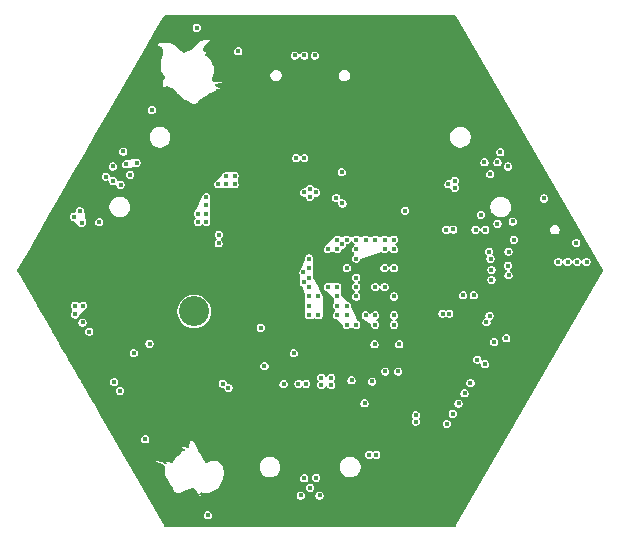
<source format=gbr>
%TF.GenerationSoftware,KiCad,Pcbnew,9.0.5*%
%TF.CreationDate,2025-10-19T17:26:28+02:00*%
%TF.ProjectId,PCB_PAPI,5043425f-5041-4504-992e-6b696361645f,rev?*%
%TF.SameCoordinates,Original*%
%TF.FileFunction,Copper,L2,Inr*%
%TF.FilePolarity,Positive*%
%FSLAX46Y46*%
G04 Gerber Fmt 4.6, Leading zero omitted, Abs format (unit mm)*
G04 Created by KiCad (PCBNEW 9.0.5) date 2025-10-19 17:26:28*
%MOMM*%
%LPD*%
G01*
G04 APERTURE LIST*
%TA.AperFunction,ComponentPad*%
%ADD10C,0.800000*%
%TD*%
%TA.AperFunction,ComponentPad*%
%ADD11C,5.000000*%
%TD*%
%TA.AperFunction,ComponentPad*%
%ADD12C,2.550000*%
%TD*%
%TA.AperFunction,ComponentPad*%
%ADD13C,1.500000*%
%TD*%
%TA.AperFunction,ViaPad*%
%ADD14C,0.400000*%
%TD*%
G04 APERTURE END LIST*
D10*
%TO.N,GND*%
%TO.C,H1*%
X137625000Y-101186533D03*
X138174175Y-99860708D03*
X138174175Y-102512358D03*
X139500000Y-99311533D03*
D11*
X139500000Y-101186533D03*
D10*
X139500000Y-103061533D03*
X140825825Y-99860708D03*
X140825825Y-102512358D03*
X141375000Y-101186533D03*
%TD*%
%TO.N,GND*%
%TO.C,H3*%
X137625000Y-64813467D03*
X138174175Y-63487642D03*
X138174175Y-66139292D03*
X139500000Y-62938467D03*
D11*
X139500000Y-64813467D03*
D10*
X139500000Y-66688467D03*
X140825825Y-63487642D03*
X140825825Y-66139292D03*
X141375000Y-64813467D03*
%TD*%
%TO.N,GND*%
%TO.C,H2*%
X106125000Y-83000000D03*
X106674175Y-81674175D03*
X106674175Y-84325825D03*
X108000000Y-81125000D03*
D11*
X108000000Y-83000000D03*
D10*
X108000000Y-84875000D03*
X109325825Y-81674175D03*
X109325825Y-84325825D03*
X109875000Y-83000000D03*
%TD*%
D12*
%TO.N,VBAT+*%
%TO.C,J3*%
X119173647Y-86476918D03*
%TO.N,GND*%
X121673647Y-90807046D03*
D13*
X114513393Y-98405122D03*
X109013393Y-88878842D03*
%TD*%
D14*
%TO.N,GND*%
X133300000Y-82410000D03*
X131120000Y-73860000D03*
X130450000Y-73880000D03*
X130910000Y-81630000D03*
X132470000Y-80820000D03*
X137550000Y-75790000D03*
%TO.N,+3.3V*%
X128500000Y-73490000D03*
X127800000Y-73490000D03*
%TO.N,GND*%
X115580000Y-81760000D03*
X117570000Y-80310000D03*
X111810000Y-93830000D03*
X113290000Y-94250000D03*
X115304955Y-92164248D03*
%TO.N,Net-(U1-BOOT0)*%
X125130000Y-91100000D03*
%TO.N,GND*%
X135890000Y-91090000D03*
X135800000Y-96140000D03*
X139740000Y-96420000D03*
X143830000Y-94450000D03*
X144710000Y-94890000D03*
X145420000Y-95270000D03*
X143060000Y-94000000D03*
X143470000Y-93350000D03*
X143850000Y-92710000D03*
X144420000Y-91920000D03*
X144970000Y-91490000D03*
X146300000Y-93290000D03*
X146070000Y-94150000D03*
X145730000Y-94680000D03*
X138840000Y-92690000D03*
X138300000Y-91710000D03*
X140970000Y-89180000D03*
X139870000Y-74730000D03*
X141200000Y-72760000D03*
X144080000Y-78130000D03*
X143080000Y-72520000D03*
X126630000Y-65380000D03*
X130360000Y-64990000D03*
X114480000Y-68040000D03*
X109640000Y-74760000D03*
X112450000Y-76480000D03*
X123275000Y-88450000D03*
X123275000Y-87750000D03*
X123975000Y-88450000D03*
X128990000Y-88470000D03*
X127000000Y-88720000D03*
X127570000Y-87950000D03*
X125620000Y-87700000D03*
X128760000Y-79060000D03*
X128850000Y-78060000D03*
X133000000Y-79390000D03*
X136700000Y-79540000D03*
X137040000Y-80550000D03*
X137270000Y-82740000D03*
X136780000Y-83530000D03*
X137050000Y-85240000D03*
X139740000Y-84920000D03*
X144042500Y-84800000D03*
X151270000Y-85640000D03*
X150560000Y-86290000D03*
X149860000Y-85670000D03*
X147490000Y-78810000D03*
X138420000Y-79110000D03*
X130600000Y-76230000D03*
X130450000Y-73140000D03*
X131110000Y-73150000D03*
X111800000Y-79200000D03*
X125625000Y-73600000D03*
X126114000Y-61750808D03*
X123400000Y-71200000D03*
X142120000Y-80900000D03*
X148850000Y-74850000D03*
X133050000Y-91860000D03*
X117690000Y-103205000D03*
X133410000Y-67005000D03*
X143075000Y-101143648D03*
X139102000Y-104270000D03*
X144970000Y-86150000D03*
X133593705Y-77407982D03*
X109500000Y-91764593D03*
X149218000Y-75506756D03*
X123630000Y-92770000D03*
X128690000Y-91740000D03*
X142353000Y-102394189D03*
X141992000Y-103019459D03*
X137666000Y-61750808D03*
X152150000Y-80600000D03*
X118164000Y-104270000D03*
X113500000Y-69750000D03*
X114750000Y-100850000D03*
X139832000Y-61750808D03*
X133893701Y-91193701D03*
X106983000Y-78632299D03*
X144886000Y-68003512D03*
X123948000Y-61750808D03*
X151800000Y-79950000D03*
X140120000Y-83900000D03*
X117450000Y-61750808D03*
X122504000Y-61750808D03*
X129724000Y-61750808D03*
X146390000Y-85000000D03*
X133410000Y-62375000D03*
X124590000Y-67005000D03*
X110944000Y-94265674D03*
X133410000Y-63075000D03*
X116965000Y-103205000D03*
X141637000Y-62376079D03*
X146750000Y-88200000D03*
X146950000Y-86150000D03*
X144519000Y-98642567D03*
X120590000Y-96680000D03*
X120540000Y-69470000D03*
X146450000Y-88950000D03*
X130650000Y-76850000D03*
X121052000Y-104270000D03*
X147550000Y-90450000D03*
X123890000Y-63075000D03*
X147407000Y-93640404D03*
X111666000Y-95516215D03*
X118415000Y-96680000D03*
X149450000Y-86100000D03*
X137900000Y-92375000D03*
X143436000Y-100518378D03*
X134810000Y-63775000D03*
X136222000Y-61750808D03*
X123226000Y-61750808D03*
X123190000Y-67705000D03*
X117640000Y-62945000D03*
X148560000Y-82480000D03*
X135300000Y-87600000D03*
X147750000Y-86150000D03*
X142550000Y-88500000D03*
X133700000Y-87600000D03*
X134110000Y-63075000D03*
X148250000Y-76200000D03*
X145963000Y-96141485D03*
X146650000Y-92500000D03*
X124670000Y-61750808D03*
X146550000Y-82642500D03*
X121782000Y-61750808D03*
X121265000Y-62945000D03*
X129900000Y-70950000D03*
X150301000Y-77382567D03*
X117640000Y-69470000D03*
X133334000Y-61750808D03*
X128280000Y-61750808D03*
X129525000Y-96800000D03*
X153450000Y-83000000D03*
X118750000Y-72600000D03*
X148900000Y-85350000D03*
X116915000Y-62945000D03*
X127530000Y-90690000D03*
X124662000Y-104270000D03*
X122850000Y-81800000D03*
X142120000Y-82900000D03*
X127600000Y-96800000D03*
X104817000Y-82383921D03*
X121990000Y-66570000D03*
X135492000Y-104270000D03*
X139824000Y-104270000D03*
X113330000Y-91320000D03*
X136053705Y-94247982D03*
X138014170Y-78200000D03*
X135500000Y-61750808D03*
X121990000Y-68020000D03*
X119090000Y-69470000D03*
X121774000Y-104270000D03*
X125625000Y-74300000D03*
X132612000Y-61750808D03*
X123630000Y-91530000D03*
X134810000Y-62375000D03*
X140120000Y-82900000D03*
X112388000Y-96766756D03*
X148550000Y-91650000D03*
X133588705Y-78527982D03*
X144550000Y-69700000D03*
X121060000Y-61750808D03*
X129002000Y-61750808D03*
X121990000Y-63670000D03*
X115465000Y-67300000D03*
X142714000Y-101768918D03*
X133410000Y-67705000D03*
X147577429Y-76575945D03*
X136936000Y-104270000D03*
X140120000Y-80900000D03*
X111150000Y-76950000D03*
X111305000Y-94890945D03*
X143797000Y-99893107D03*
X151400000Y-86700000D03*
X136853705Y-93447982D03*
X134770000Y-104270000D03*
X129280000Y-92740000D03*
X146324000Y-95516215D03*
X113120000Y-68002704D03*
X119815000Y-69470000D03*
X124590000Y-63075000D03*
X105529000Y-84886619D03*
X132100000Y-84400000D03*
X122850000Y-80950000D03*
X146800000Y-77000000D03*
X134810000Y-67705000D03*
X123890000Y-63775000D03*
X110228769Y-90072037D03*
X113953769Y-96523927D03*
X148150000Y-92350000D03*
X143442000Y-65502430D03*
X115515000Y-98855000D03*
X121040000Y-103210000D03*
X122040000Y-98855000D03*
X125250000Y-103050000D03*
X136853705Y-94247982D03*
X134056000Y-61750808D03*
X114300000Y-100100000D03*
X123890000Y-62375000D03*
X115998000Y-103019459D03*
X143120000Y-80900000D03*
X107695000Y-88638241D03*
X117690000Y-96680000D03*
X121950000Y-80100000D03*
X126325000Y-73600000D03*
X115465000Y-64395000D03*
X118415000Y-103205000D03*
X124660000Y-91910000D03*
X112230000Y-91610000D03*
X141120000Y-80900000D03*
X145241000Y-97392026D03*
X148200000Y-85100000D03*
X124590000Y-62375000D03*
X131700000Y-81650000D03*
X132900000Y-90925000D03*
X118886000Y-104270000D03*
X123190000Y-63075000D03*
X117442000Y-104270000D03*
X123890000Y-67705000D03*
X136053705Y-93447982D03*
X105168000Y-84261349D03*
X132093799Y-78425000D03*
X123190000Y-62375000D03*
X123675000Y-83725000D03*
X113500000Y-98700000D03*
X116730000Y-61750000D03*
X144158000Y-99267837D03*
X131168000Y-61750808D03*
X122496000Y-104270000D03*
X145450000Y-85550000D03*
X119815000Y-62945000D03*
X147046000Y-94265674D03*
X123890000Y-67005000D03*
X145950000Y-69800000D03*
X120338000Y-61750808D03*
X132525000Y-104275000D03*
X132130000Y-76840000D03*
X125500000Y-71200000D03*
X118900000Y-61750000D03*
X113110000Y-98017296D03*
X124925000Y-74300000D03*
X121990000Y-65120000D03*
X123190000Y-66305000D03*
X127300000Y-69600000D03*
X131890000Y-61750808D03*
X121950000Y-81800000D03*
X134110000Y-62375000D03*
X124590000Y-66305000D03*
X109861000Y-92389863D03*
X125540000Y-89380000D03*
X108417000Y-89888782D03*
X142720000Y-64251890D03*
X127570000Y-91620000D03*
X122040000Y-98130000D03*
X144525000Y-67378241D03*
X135510000Y-98080000D03*
X124590000Y-67705000D03*
X108778000Y-90514052D03*
X115515000Y-96680000D03*
X150200000Y-88750000D03*
X107344000Y-78007029D03*
X116440000Y-69480000D03*
X152150000Y-85350000D03*
X131700000Y-104275000D03*
X141120000Y-81900000D03*
X134100000Y-76600000D03*
X114222373Y-68913175D03*
X134810000Y-67005000D03*
X122040000Y-101030000D03*
X123560000Y-95710000D03*
X122050000Y-102230000D03*
X149350000Y-90200000D03*
X147900000Y-89750000D03*
X123940000Y-104270000D03*
X108056000Y-89263512D03*
X134400000Y-90300000D03*
X134110000Y-63775000D03*
X106251000Y-86137160D03*
X126836000Y-61750808D03*
X137658000Y-104270000D03*
X134250000Y-94100000D03*
X136480000Y-96140000D03*
X143120000Y-82900000D03*
X147400000Y-85100000D03*
X143120000Y-81900000D03*
X133326000Y-104270000D03*
X122850000Y-80100000D03*
X143081000Y-64877160D03*
X145602000Y-96766756D03*
X123190000Y-63775000D03*
X151400000Y-79300000D03*
X121520000Y-97150000D03*
X147600000Y-87150000D03*
X141120000Y-82900000D03*
X137625000Y-70100000D03*
X151000000Y-87350000D03*
X115465000Y-65845000D03*
X116359000Y-103644729D03*
X109600000Y-76100000D03*
X144069400Y-89932462D03*
X143313813Y-99006250D03*
X134110000Y-67005000D03*
X145300000Y-90850000D03*
X135925000Y-69127276D03*
X119160000Y-103210000D03*
X123190000Y-67005000D03*
X152500000Y-81250000D03*
X149579000Y-76132026D03*
X151800000Y-86000000D03*
X112749000Y-97392026D03*
X148950000Y-90950000D03*
X118365000Y-69470000D03*
X109139000Y-91139323D03*
X125392000Y-61750808D03*
X104807000Y-83636079D03*
X138388000Y-61750808D03*
X138380000Y-104270000D03*
X108130000Y-79860000D03*
X134110000Y-66305000D03*
X142754088Y-87060000D03*
X130500000Y-86550000D03*
X119090000Y-62945000D03*
X130920000Y-69090000D03*
X105539000Y-81133381D03*
X146300000Y-70400000D03*
X134778000Y-61750808D03*
X152550000Y-84650000D03*
X147400000Y-91250000D03*
X132700000Y-103150000D03*
X118172000Y-61750808D03*
X127558000Y-61750808D03*
X144164000Y-66752971D03*
X134200000Y-95840000D03*
X149450000Y-86850000D03*
X134900000Y-92075000D03*
X148350000Y-89100000D03*
X138600000Y-87000000D03*
X133410000Y-66305000D03*
X148950000Y-88700000D03*
X106973000Y-87387701D03*
X148200000Y-86600000D03*
X114420000Y-67180000D03*
X119650000Y-61750000D03*
X107334000Y-88012971D03*
X141276000Y-61750808D03*
X123218000Y-104270000D03*
X141998000Y-63001349D03*
X126325000Y-74300000D03*
X115510000Y-101710000D03*
X146685000Y-94890945D03*
X134110000Y-67705000D03*
X125384000Y-104270000D03*
X143120000Y-83900000D03*
X113900000Y-99400000D03*
X124590000Y-63775000D03*
X142359000Y-63626619D03*
X116240000Y-96680000D03*
X115460000Y-68470000D03*
X130975000Y-104275000D03*
X143100000Y-70550000D03*
X104446000Y-83010808D03*
X110422571Y-76579945D03*
X121990000Y-68745000D03*
X116720000Y-104270000D03*
X150662000Y-78007837D03*
X141631000Y-103644729D03*
X144880000Y-98017296D03*
X132100000Y-83600000D03*
X105890000Y-85511890D03*
X145250000Y-68600000D03*
X106612000Y-86762430D03*
X126170000Y-91747982D03*
X153100000Y-83650000D03*
X139110000Y-61750808D03*
X134810000Y-63075000D03*
X140546000Y-104270000D03*
X112759000Y-68627974D03*
X149800000Y-89450000D03*
X140120000Y-81900000D03*
X130446000Y-61750808D03*
X147768000Y-93015134D03*
X142120000Y-81900000D03*
X151023000Y-78633107D03*
X136214000Y-104270000D03*
X115465000Y-65120000D03*
X121990000Y-67295000D03*
X121990000Y-65845000D03*
X119140000Y-96680000D03*
X121810000Y-102960000D03*
X133410000Y-63775000D03*
X135120000Y-95190000D03*
X110222000Y-93015134D03*
X149700000Y-87500000D03*
X126200000Y-104275000D03*
X123890000Y-66305000D03*
X143852429Y-70124055D03*
X120000000Y-104250000D03*
X122040000Y-100305000D03*
X134810000Y-66305000D03*
X105178000Y-81758651D03*
X124925000Y-73600000D03*
X140554000Y-61750808D03*
X134048000Y-104270000D03*
X141270000Y-104270000D03*
X132100000Y-85200000D03*
X113100000Y-78810000D03*
X121990000Y-69470000D03*
X145950000Y-89600000D03*
X121990000Y-62945000D03*
X115637000Y-102394189D03*
X106622000Y-79257570D03*
X150600000Y-88050000D03*
X115510000Y-99600000D03*
X149940000Y-76757296D03*
X105900000Y-80508110D03*
X121265000Y-69470000D03*
X119865000Y-96680000D03*
X146150000Y-86150000D03*
X143803000Y-66127701D03*
X122040000Y-99580000D03*
X131740000Y-90800000D03*
X118365000Y-62945000D03*
X145600000Y-69200000D03*
X130591205Y-78467982D03*
X136944000Y-61750808D03*
X115515000Y-101030000D03*
X106261000Y-79882840D03*
X115515000Y-100305000D03*
X121950000Y-80950000D03*
%TO.N,+3.3V*%
X134450000Y-89250000D03*
X136550000Y-89250000D03*
X128503705Y-76397982D03*
X141250000Y-76000000D03*
X150800000Y-82275000D03*
X134600000Y-98600000D03*
X112950000Y-75750000D03*
X150000000Y-82275000D03*
X129500000Y-76400000D03*
X144185000Y-86850000D03*
X112300000Y-75400000D03*
X131300000Y-86800000D03*
X140775000Y-86650000D03*
X132900000Y-83600000D03*
X151600000Y-82275000D03*
X132900000Y-84400000D03*
X132900000Y-85200000D03*
X134000000Y-98600000D03*
X136100000Y-87600000D03*
X128980000Y-76097984D03*
X134500000Y-87600000D03*
X128980000Y-76760000D03*
X129700000Y-86800000D03*
X140700000Y-75700000D03*
X152400000Y-82275000D03*
X141250000Y-75400000D03*
X140207500Y-86650000D03*
X111700000Y-75050000D03*
X143925000Y-87375000D03*
%TO.N,/HP+*%
X140569400Y-95994640D03*
%TO.N,Net-(C7-Pad1)*%
X132100000Y-82800000D03*
%TO.N,/HP-*%
X141069400Y-95128614D03*
%TO.N,Net-(C10-Pad1)*%
X132900000Y-82000000D03*
%TO.N,VBAT+*%
X124810000Y-87850000D03*
%TO.N,+5V*%
X120200000Y-77500000D03*
X114054955Y-89999184D03*
X119500000Y-78200000D03*
X115400000Y-89200000D03*
X120200000Y-78200000D03*
X120200000Y-76800000D03*
X120200000Y-78900000D03*
X119500000Y-78900000D03*
%TO.N,4.5V*%
X137950000Y-95800000D03*
X120340000Y-103730000D03*
X122600000Y-75700000D03*
X137950000Y-95250000D03*
X121200000Y-75700000D03*
X121900000Y-75700000D03*
X143800000Y-90950000D03*
X109502276Y-77962083D03*
X122075000Y-92940000D03*
X122600000Y-75000000D03*
X121590000Y-92580000D03*
X121900000Y-75000000D03*
X132500000Y-92300000D03*
X122910000Y-64440000D03*
X143150000Y-90550000D03*
%TO.N,/NRST*%
X131675000Y-74675000D03*
X129400000Y-64800000D03*
X132100000Y-87600000D03*
%TO.N,/GPIO_MOT1*%
X145100000Y-73000000D03*
X132900000Y-81200000D03*
%TO.N,/TX_MOT1*%
X134500000Y-80400000D03*
X145750000Y-74200000D03*
%TO.N,/RX_MOT1*%
X144849599Y-73849599D03*
X133700000Y-80400000D03*
%TO.N,/RX_MOT2*%
X129000000Y-101400000D03*
X134500000Y-86800000D03*
%TO.N,/TX_MOT2*%
X133700000Y-86800000D03*
X128200000Y-102050000D03*
%TO.N,/GPIO_MOT2*%
X129800000Y-102050000D03*
X136100000Y-86800000D03*
%TO.N,/GPIO_MOT3*%
X112300000Y-74200000D03*
X131300000Y-80400000D03*
%TO.N,/TX_MOT3*%
X113175000Y-72925000D03*
X132900000Y-80400000D03*
%TO.N,/RX_MOT3*%
X132100000Y-80400000D03*
X113433154Y-74016846D03*
%TO.N,/ESP32_TX*%
X141109144Y-79534697D03*
X135300000Y-81200000D03*
%TO.N,/ESP32_RX*%
X136100000Y-81200000D03*
X140516306Y-79550038D03*
%TO.N,/ACCEL_MOSI*%
X132100000Y-86000000D03*
X128650000Y-92600000D03*
%TO.N,Net-(IC5-INT2)*%
X129943705Y-92707982D03*
%TO.N,/ACCEL_MISO*%
X131300000Y-86000000D03*
X128000000Y-92600000D03*
%TO.N,Net-(IC5-INT1)*%
X130773705Y-92707982D03*
%TO.N,/ACCEL_CLK*%
X126750000Y-92626338D03*
X128900000Y-86000000D03*
%TO.N,/ACCEL_INT2*%
X129943705Y-92067982D03*
X132100000Y-86800000D03*
%TO.N,/ACCEL_INT1*%
X130773705Y-92067982D03*
X132900000Y-87600000D03*
%TO.N,/MOUSE_INT*%
X128900000Y-86800000D03*
X110300000Y-88175000D03*
%TO.N,/SWDIO*%
X127700000Y-64800000D03*
X131210000Y-76870000D03*
%TO.N,/SWCLK*%
X128500000Y-64800000D03*
X131730000Y-77330000D03*
%TO.N,/RX_LIDAR*%
X112900000Y-93200000D03*
X131300000Y-85200000D03*
%TO.N,/SDA_TOF1*%
X144250000Y-74850000D03*
X135300000Y-80400000D03*
%TO.N,/SDA_TOF3*%
X114300000Y-73900000D03*
X131700000Y-80800000D03*
%TO.N,/SCL_TOF1*%
X143750000Y-73850000D03*
X136100000Y-80400000D03*
%TO.N,/SDA_TOF2*%
X128900000Y-85200000D03*
X128500000Y-100600000D03*
%TO.N,/SDA_OLED*%
X136100000Y-82800000D03*
X145600000Y-88750000D03*
%TO.N,/LIDAR_PWM*%
X112400000Y-92450000D03*
X128900000Y-84400000D03*
%TO.N,/MOUSE_CS*%
X109087500Y-85987500D03*
X128900000Y-82000000D03*
%TO.N,/SCL_TOF2*%
X129500000Y-100550000D03*
X129700000Y-85200000D03*
%TO.N,/SCL_OLED*%
X144569400Y-89066436D03*
X135300000Y-82800000D03*
%TO.N,/SCL_TOF3*%
X113750000Y-74900000D03*
X131300000Y-81200000D03*
%TO.N,/MOUSE_MISO*%
X109100000Y-86725000D03*
X128900000Y-83600000D03*
%TO.N,/LED_TIM*%
X136100000Y-85200000D03*
X142569400Y-92530538D03*
%TO.N,/TX_SUP*%
X142069400Y-93396564D03*
X135300000Y-84400000D03*
%TO.N,/RX_SUP*%
X141569400Y-94262589D03*
X134500000Y-84400000D03*
%TO.N,Net-(IC8-~{OE})*%
X111147724Y-78912083D03*
%TO.N,Net-(U1-BOOT0)*%
X131300000Y-84400000D03*
X127620000Y-90000787D03*
%TO.N,Net-(IC8-Y)*%
X109000000Y-78450000D03*
X115600000Y-69420000D03*
%TO.N,Net-(LED2-DOUT)*%
X119400000Y-62450000D03*
X115040000Y-97292878D03*
%TO.N,Net-(U5-GPIO0)*%
X145800000Y-83400000D03*
%TO.N,RESET*%
X144350000Y-83800000D03*
%TO.N,/ESP32/mic_sck*%
X151525000Y-80675000D03*
%TO.N,/ESP32/mic_data*%
X146250000Y-80400000D03*
%TO.N,Net-(U5-GPIO3)*%
X144270000Y-82010000D03*
%TO.N,/ESP32/mic_frame_sck*%
X146150000Y-78850000D03*
%TO.N,/ESP32/BOOT1*%
X142850000Y-85100000D03*
%TO.N,Net-(U5-VDD_SPI)*%
X137039170Y-77950000D03*
%TO.N,/MOUSE_CLK*%
X128900000Y-82800000D03*
X109780000Y-85975000D03*
%TO.N,/MOUSE_MOSI*%
X130500000Y-84400000D03*
X109730000Y-87400000D03*
%TO.N,/ESP32/max_data*%
X144150000Y-81400000D03*
X134250000Y-92400000D03*
%TO.N,/ESP32/max_bit_clk*%
X135350000Y-91550000D03*
X145750000Y-82600000D03*
%TO.N,/RGB_TOM_JERRY*%
X109650000Y-79000000D03*
X130500000Y-81200000D03*
%TO.N,Net-(U5-GPIO45)*%
X141950000Y-85100000D03*
%TO.N,/ESP32/max_frame_clk*%
X136445361Y-91554639D03*
X144350000Y-82950000D03*
%TO.N,/ESP32/SD_FSPIQ*%
X121275000Y-79975000D03*
X143000000Y-79550000D03*
%TO.N,/ESP32/SD_FSPICLK*%
X121250000Y-80700000D03*
X143450000Y-78300000D03*
%TO.N,/ESP32/SD_FSPID*%
X128425000Y-83175000D03*
X143820000Y-79550000D03*
%TO.N,/ESP32/SD_FSPICS*%
X128450000Y-84000000D03*
X144850000Y-79050000D03*
%TO.N,/ESP32/max_gpio*%
X133600000Y-94250000D03*
X145800000Y-81400000D03*
%TO.N,Net-(MK2-LR)*%
X148800000Y-76900000D03*
%TD*%
%TA.AperFunction,Conductor*%
%TO.N,GND*%
G36*
X141354345Y-61418907D02*
G01*
X141366158Y-61428996D01*
X141370353Y-61433191D01*
X141386085Y-61453694D01*
X153797634Y-82950498D01*
X153810356Y-83010346D01*
X153797634Y-83049500D01*
X141386082Y-104546309D01*
X141386081Y-104546308D01*
X141379562Y-104557598D01*
X141372413Y-104564749D01*
X141364736Y-104583278D01*
X141361495Y-104588893D01*
X141361491Y-104588902D01*
X141354695Y-104600673D01*
X141354149Y-104602282D01*
X141352176Y-104611844D01*
X141350600Y-104617407D01*
X141349500Y-104620064D01*
X141349500Y-104621291D01*
X141347606Y-104627979D01*
X141332671Y-104650275D01*
X141319557Y-104673696D01*
X141315835Y-104675411D01*
X141313556Y-104678815D01*
X141288364Y-104688076D01*
X141263992Y-104699313D01*
X141256617Y-104699748D01*
X141256129Y-104699928D01*
X141255688Y-104699803D01*
X141252353Y-104700000D01*
X116747648Y-104700000D01*
X116689457Y-104681093D01*
X116653493Y-104631593D01*
X116650551Y-104620318D01*
X116649365Y-104614358D01*
X116647174Y-104606184D01*
X116645304Y-104600675D01*
X116645304Y-104600673D01*
X116635266Y-104583287D01*
X116627587Y-104564749D01*
X116620432Y-104557594D01*
X116613916Y-104546308D01*
X116613914Y-104546305D01*
X116140798Y-103726868D01*
X116115964Y-103683856D01*
X119989500Y-103683856D01*
X119989500Y-103776144D01*
X120013386Y-103865288D01*
X120059531Y-103945212D01*
X120124788Y-104010469D01*
X120204712Y-104056614D01*
X120293856Y-104080500D01*
X120293858Y-104080500D01*
X120386142Y-104080500D01*
X120386144Y-104080500D01*
X120475288Y-104056614D01*
X120555212Y-104010469D01*
X120620469Y-103945212D01*
X120666614Y-103865288D01*
X120690500Y-103776144D01*
X120690500Y-103683856D01*
X120666614Y-103594712D01*
X120620469Y-103514788D01*
X120555212Y-103449531D01*
X120475288Y-103403386D01*
X120386144Y-103379500D01*
X120293856Y-103379500D01*
X120204712Y-103403386D01*
X120204711Y-103403386D01*
X120204709Y-103403387D01*
X120124790Y-103449529D01*
X120059529Y-103514790D01*
X120013387Y-103594709D01*
X120013386Y-103594711D01*
X120013386Y-103594712D01*
X119989500Y-103683856D01*
X116115964Y-103683856D01*
X113567548Y-99270000D01*
X113428979Y-99029999D01*
X115820000Y-99029999D01*
X115820000Y-99030000D01*
X115820000Y-99070000D01*
X115860000Y-99110000D01*
X115860002Y-99110001D01*
X116059963Y-99209982D01*
X116506185Y-99428135D01*
X116513046Y-99431831D01*
X116513406Y-99432043D01*
X116610000Y-99490000D01*
X116657565Y-99517180D01*
X116658200Y-99517555D01*
X116677995Y-99539981D01*
X116698118Y-99562130D01*
X116698242Y-99562917D01*
X116698691Y-99563426D01*
X116699252Y-99569326D01*
X116706252Y-99613731D01*
X116700550Y-99665054D01*
X116698957Y-99674865D01*
X116670000Y-99809995D01*
X116670000Y-99980001D01*
X116690001Y-100110006D01*
X116740001Y-100290003D01*
X116799998Y-100459995D01*
X116800004Y-100460009D01*
X116949996Y-100759993D01*
X116950000Y-100760000D01*
X117018003Y-100857148D01*
X117021791Y-100862985D01*
X117140001Y-101060002D01*
X117140002Y-101060004D01*
X117219984Y-101149983D01*
X117220011Y-101150011D01*
X117324357Y-101254358D01*
X117352134Y-101308874D01*
X117353011Y-101316139D01*
X117359999Y-101399997D01*
X117400001Y-101540004D01*
X117460000Y-101680001D01*
X117507804Y-101739755D01*
X117540000Y-101780000D01*
X117690000Y-101840000D01*
X117790000Y-101850000D01*
X117950000Y-101830000D01*
X118079408Y-101770273D01*
X118080634Y-101769718D01*
X118161315Y-101733859D01*
X118179256Y-101727863D01*
X118300000Y-101700000D01*
X118398488Y-101628372D01*
X118423403Y-101615212D01*
X118549044Y-101570341D01*
X118550954Y-101569683D01*
X118635747Y-101541418D01*
X118644371Y-101538971D01*
X118767500Y-101510000D01*
X118809988Y-101500003D01*
X118809993Y-101500001D01*
X118810000Y-101500000D01*
X118960000Y-101460000D01*
X119060000Y-101430000D01*
X119076176Y-101421911D01*
X119106029Y-101417414D01*
X119135938Y-101412678D01*
X119136288Y-101412856D01*
X119136678Y-101412798D01*
X119190455Y-101440455D01*
X119196126Y-101446126D01*
X119203428Y-101454285D01*
X119295746Y-101569683D01*
X119318309Y-101597886D01*
X119321563Y-101602188D01*
X119419825Y-101739755D01*
X119420228Y-101740324D01*
X119610000Y-102010000D01*
X119670000Y-102070000D01*
X119670001Y-102070000D01*
X119719999Y-102070000D01*
X119720000Y-102070000D01*
X119720000Y-102020000D01*
X119714619Y-102003856D01*
X127849500Y-102003856D01*
X127849500Y-102096144D01*
X127873386Y-102185288D01*
X127919531Y-102265212D01*
X127984788Y-102330469D01*
X128064712Y-102376614D01*
X128153856Y-102400500D01*
X128153858Y-102400500D01*
X128246142Y-102400500D01*
X128246144Y-102400500D01*
X128335288Y-102376614D01*
X128415212Y-102330469D01*
X128480469Y-102265212D01*
X128526614Y-102185288D01*
X128550500Y-102096144D01*
X128550500Y-102003856D01*
X129449500Y-102003856D01*
X129449500Y-102096144D01*
X129473386Y-102185288D01*
X129519531Y-102265212D01*
X129584788Y-102330469D01*
X129664712Y-102376614D01*
X129753856Y-102400500D01*
X129753858Y-102400500D01*
X129846142Y-102400500D01*
X129846144Y-102400500D01*
X129935288Y-102376614D01*
X130015212Y-102330469D01*
X130080469Y-102265212D01*
X130126614Y-102185288D01*
X130150500Y-102096144D01*
X130150500Y-102003856D01*
X130126614Y-101914712D01*
X130080469Y-101834788D01*
X130015212Y-101769531D01*
X129963639Y-101739755D01*
X129935290Y-101723387D01*
X129935289Y-101723386D01*
X129935288Y-101723386D01*
X129846144Y-101699500D01*
X129753856Y-101699500D01*
X129664712Y-101723386D01*
X129664711Y-101723386D01*
X129664709Y-101723387D01*
X129584790Y-101769529D01*
X129519529Y-101834790D01*
X129473387Y-101914709D01*
X129473386Y-101914711D01*
X129473386Y-101914712D01*
X129449500Y-102003856D01*
X128550500Y-102003856D01*
X128526614Y-101914712D01*
X128480469Y-101834788D01*
X128415212Y-101769531D01*
X128363639Y-101739755D01*
X128335290Y-101723387D01*
X128335289Y-101723386D01*
X128335288Y-101723386D01*
X128246144Y-101699500D01*
X128153856Y-101699500D01*
X128064712Y-101723386D01*
X128064711Y-101723386D01*
X128064709Y-101723387D01*
X127984790Y-101769529D01*
X127919529Y-101834790D01*
X127873387Y-101914709D01*
X127873386Y-101914711D01*
X127873386Y-101914712D01*
X127849500Y-102003856D01*
X119714619Y-102003856D01*
X119710000Y-101990000D01*
X119672370Y-101924148D01*
X119670752Y-101920733D01*
X119667296Y-101893969D01*
X119661804Y-101867551D01*
X119663422Y-101863958D01*
X119662918Y-101860051D01*
X119675854Y-101836368D01*
X119686939Y-101811767D01*
X119690360Y-101809812D01*
X119692249Y-101806354D01*
X119716631Y-101794799D01*
X119740062Y-101781410D01*
X119745004Y-101781353D01*
X119747540Y-101780152D01*
X119753421Y-101781257D01*
X119778150Y-101780975D01*
X119990000Y-101820000D01*
X119990004Y-101819999D01*
X119990005Y-101820000D01*
X120429992Y-101810001D01*
X120429995Y-101810000D01*
X120430000Y-101810000D01*
X120800000Y-101690000D01*
X121070000Y-101510000D01*
X121241015Y-101353856D01*
X128649500Y-101353856D01*
X128649500Y-101446144D01*
X128666611Y-101510002D01*
X128673387Y-101535290D01*
X128709527Y-101597886D01*
X128719531Y-101615212D01*
X128784788Y-101680469D01*
X128864712Y-101726614D01*
X128953856Y-101750500D01*
X128953858Y-101750500D01*
X129046142Y-101750500D01*
X129046144Y-101750500D01*
X129135288Y-101726614D01*
X129215212Y-101680469D01*
X129280469Y-101615212D01*
X129326614Y-101535288D01*
X129350500Y-101446144D01*
X129350500Y-101353856D01*
X129326614Y-101264712D01*
X129280469Y-101184788D01*
X129215212Y-101119531D01*
X129135288Y-101073386D01*
X129046144Y-101049500D01*
X128953856Y-101049500D01*
X128864712Y-101073386D01*
X128864711Y-101073386D01*
X128864709Y-101073387D01*
X128784790Y-101119529D01*
X128719529Y-101184790D01*
X128673387Y-101264709D01*
X128673386Y-101264711D01*
X128673386Y-101264712D01*
X128649500Y-101353856D01*
X121241015Y-101353856D01*
X121300000Y-101300000D01*
X121470000Y-101010000D01*
X121620000Y-100690000D01*
X121620000Y-100689997D01*
X121620002Y-100689993D01*
X121647229Y-100553856D01*
X128149500Y-100553856D01*
X128149500Y-100646144D01*
X128173386Y-100735288D01*
X128219531Y-100815212D01*
X128284788Y-100880469D01*
X128364712Y-100926614D01*
X128453856Y-100950500D01*
X128453858Y-100950500D01*
X128546142Y-100950500D01*
X128546144Y-100950500D01*
X128635288Y-100926614D01*
X128715212Y-100880469D01*
X128780469Y-100815212D01*
X128826614Y-100735288D01*
X128850500Y-100646144D01*
X128850500Y-100553856D01*
X128837103Y-100503856D01*
X129149500Y-100503856D01*
X129149500Y-100596144D01*
X129173386Y-100685288D01*
X129173387Y-100685290D01*
X129216517Y-100759993D01*
X129219531Y-100765212D01*
X129284788Y-100830469D01*
X129364712Y-100876614D01*
X129453856Y-100900500D01*
X129453858Y-100900500D01*
X129546142Y-100900500D01*
X129546144Y-100900500D01*
X129635288Y-100876614D01*
X129715212Y-100830469D01*
X129780469Y-100765212D01*
X129826614Y-100685288D01*
X129850500Y-100596144D01*
X129850500Y-100503856D01*
X129826614Y-100414712D01*
X129780469Y-100334788D01*
X129715212Y-100269531D01*
X129635288Y-100223386D01*
X129546144Y-100199500D01*
X129453856Y-100199500D01*
X129364712Y-100223386D01*
X129364711Y-100223386D01*
X129364709Y-100223387D01*
X129284790Y-100269529D01*
X129219529Y-100334790D01*
X129173387Y-100414709D01*
X129173386Y-100414711D01*
X129173386Y-100414712D01*
X129149500Y-100503856D01*
X128837103Y-100503856D01*
X128826614Y-100464712D01*
X128780469Y-100384788D01*
X128715212Y-100319531D01*
X128635288Y-100273386D01*
X128546144Y-100249500D01*
X128453856Y-100249500D01*
X128364712Y-100273386D01*
X128364711Y-100273386D01*
X128364709Y-100273387D01*
X128284790Y-100319529D01*
X128219529Y-100384790D01*
X128173387Y-100464709D01*
X128173386Y-100464711D01*
X128173386Y-100464712D01*
X128149500Y-100553856D01*
X121647229Y-100553856D01*
X121689998Y-100340009D01*
X121690000Y-100339999D01*
X121700000Y-100049999D01*
X121690968Y-99980000D01*
X121660000Y-99740000D01*
X121659998Y-99739996D01*
X121659998Y-99739994D01*
X121597385Y-99599115D01*
X121581675Y-99563768D01*
X124724500Y-99563768D01*
X124724500Y-99736231D01*
X124758145Y-99905373D01*
X124758145Y-99905375D01*
X124824139Y-100064700D01*
X124824145Y-100064712D01*
X124892660Y-100167249D01*
X124919955Y-100208099D01*
X125041901Y-100330045D01*
X125103034Y-100370893D01*
X125185287Y-100425854D01*
X125185299Y-100425860D01*
X125244153Y-100450238D01*
X125344626Y-100491855D01*
X125513771Y-100525500D01*
X125513772Y-100525500D01*
X125686228Y-100525500D01*
X125686229Y-100525500D01*
X125855374Y-100491855D01*
X126014705Y-100425858D01*
X126014707Y-100425856D01*
X126014712Y-100425854D01*
X126076170Y-100384788D01*
X126158099Y-100330045D01*
X126280045Y-100208099D01*
X126348188Y-100106115D01*
X126375854Y-100064712D01*
X126375860Y-100064700D01*
X126381949Y-100049999D01*
X126441855Y-99905374D01*
X126475500Y-99736229D01*
X126475500Y-99563771D01*
X126475499Y-99563768D01*
X131524500Y-99563768D01*
X131524500Y-99736231D01*
X131558145Y-99905373D01*
X131558145Y-99905375D01*
X131624139Y-100064700D01*
X131624145Y-100064712D01*
X131692660Y-100167249D01*
X131719955Y-100208099D01*
X131841901Y-100330045D01*
X131903034Y-100370893D01*
X131985287Y-100425854D01*
X131985299Y-100425860D01*
X132044153Y-100450238D01*
X132144626Y-100491855D01*
X132313771Y-100525500D01*
X132313772Y-100525500D01*
X132486228Y-100525500D01*
X132486229Y-100525500D01*
X132655374Y-100491855D01*
X132814705Y-100425858D01*
X132814707Y-100425856D01*
X132814712Y-100425854D01*
X132876170Y-100384788D01*
X132958099Y-100330045D01*
X133080045Y-100208099D01*
X133148188Y-100106115D01*
X133175854Y-100064712D01*
X133175860Y-100064700D01*
X133181949Y-100049999D01*
X133241855Y-99905374D01*
X133275500Y-99736229D01*
X133275500Y-99563771D01*
X133241855Y-99394626D01*
X133196402Y-99284893D01*
X133175860Y-99235299D01*
X133175854Y-99235287D01*
X133118866Y-99150000D01*
X133080045Y-99091901D01*
X132958099Y-98969955D01*
X132917249Y-98942660D01*
X132814712Y-98874145D01*
X132814700Y-98874139D01*
X132655374Y-98808145D01*
X132486231Y-98774500D01*
X132486229Y-98774500D01*
X132313771Y-98774500D01*
X132313768Y-98774500D01*
X132144626Y-98808145D01*
X132144624Y-98808145D01*
X131985299Y-98874139D01*
X131985287Y-98874145D01*
X131841901Y-98969955D01*
X131841897Y-98969958D01*
X131719958Y-99091897D01*
X131719955Y-99091901D01*
X131624145Y-99235287D01*
X131624139Y-99235299D01*
X131558145Y-99394624D01*
X131558145Y-99394626D01*
X131524500Y-99563768D01*
X126475499Y-99563768D01*
X126441855Y-99394626D01*
X126396402Y-99284893D01*
X126375860Y-99235299D01*
X126375854Y-99235287D01*
X126318866Y-99150000D01*
X126280045Y-99091901D01*
X126158099Y-98969955D01*
X126117249Y-98942660D01*
X126014712Y-98874145D01*
X126014700Y-98874139D01*
X125855374Y-98808145D01*
X125686231Y-98774500D01*
X125686229Y-98774500D01*
X125513771Y-98774500D01*
X125513768Y-98774500D01*
X125344626Y-98808145D01*
X125344624Y-98808145D01*
X125185299Y-98874139D01*
X125185287Y-98874145D01*
X125041901Y-98969955D01*
X125041897Y-98969958D01*
X124919958Y-99091897D01*
X124919955Y-99091901D01*
X124824145Y-99235287D01*
X124824139Y-99235299D01*
X124758145Y-99394624D01*
X124758145Y-99394626D01*
X124724500Y-99563768D01*
X121581675Y-99563768D01*
X121565504Y-99527385D01*
X121540000Y-99470000D01*
X121380000Y-99270000D01*
X121379997Y-99269997D01*
X121190003Y-99150001D01*
X121190000Y-99150000D01*
X120980000Y-99100000D01*
X120979999Y-99100000D01*
X120620000Y-99170000D01*
X120619996Y-99170001D01*
X120420960Y-99229711D01*
X120419010Y-99230274D01*
X120257067Y-99275259D01*
X120222348Y-99278529D01*
X120168936Y-99274078D01*
X120112517Y-99250404D01*
X120093636Y-99228571D01*
X120081818Y-99210000D01*
X120054388Y-99166895D01*
X120046805Y-99152483D01*
X119880000Y-98760000D01*
X119796506Y-98646144D01*
X119767003Y-98605912D01*
X119728828Y-98553856D01*
X133649500Y-98553856D01*
X133649500Y-98646144D01*
X133673386Y-98735288D01*
X133673387Y-98735290D01*
X133699202Y-98780003D01*
X133719531Y-98815212D01*
X133784788Y-98880469D01*
X133864712Y-98926614D01*
X133953856Y-98950500D01*
X133953858Y-98950500D01*
X134046142Y-98950500D01*
X134046144Y-98950500D01*
X134135288Y-98926614D01*
X134215212Y-98880469D01*
X134229998Y-98865682D01*
X134284513Y-98837907D01*
X134344945Y-98847478D01*
X134370000Y-98865681D01*
X134384788Y-98880469D01*
X134464712Y-98926614D01*
X134553856Y-98950500D01*
X134553858Y-98950500D01*
X134646142Y-98950500D01*
X134646144Y-98950500D01*
X134735288Y-98926614D01*
X134815212Y-98880469D01*
X134880469Y-98815212D01*
X134926614Y-98735288D01*
X134950500Y-98646144D01*
X134950500Y-98553856D01*
X134926614Y-98464712D01*
X134880469Y-98384788D01*
X134815212Y-98319531D01*
X134735288Y-98273386D01*
X134646144Y-98249500D01*
X134553856Y-98249500D01*
X134464712Y-98273386D01*
X134464711Y-98273386D01*
X134464709Y-98273387D01*
X134384790Y-98319529D01*
X134384788Y-98319530D01*
X134384788Y-98319531D01*
X134370001Y-98334317D01*
X134315487Y-98362093D01*
X134255055Y-98352522D01*
X134229999Y-98334318D01*
X134215212Y-98319531D01*
X134135288Y-98273386D01*
X134046144Y-98249500D01*
X133953856Y-98249500D01*
X133864712Y-98273386D01*
X133864711Y-98273386D01*
X133864709Y-98273387D01*
X133784790Y-98319529D01*
X133719529Y-98384790D01*
X133673387Y-98464709D01*
X133673386Y-98464711D01*
X133673386Y-98464712D01*
X133649500Y-98553856D01*
X119728828Y-98553856D01*
X119660001Y-98460001D01*
X119540434Y-98349630D01*
X119522693Y-98327821D01*
X119479064Y-98255107D01*
X119466704Y-98222699D01*
X119430000Y-98030000D01*
X119350000Y-97810000D01*
X119280000Y-97660000D01*
X119190000Y-97530000D01*
X119189997Y-97529997D01*
X119040000Y-97399999D01*
X118950002Y-97360000D01*
X118950000Y-97360000D01*
X118890000Y-97360000D01*
X118889999Y-97360000D01*
X118839999Y-97420000D01*
X118790001Y-97609992D01*
X118790000Y-97609997D01*
X118770394Y-97776649D01*
X118769376Y-97783325D01*
X118741247Y-97933347D01*
X118737860Y-97946418D01*
X118735758Y-97952722D01*
X118716281Y-97979099D01*
X118711940Y-97987057D01*
X118709579Y-97988176D01*
X118699414Y-98001945D01*
X118641080Y-98020404D01*
X118622427Y-98018485D01*
X118579992Y-98009998D01*
X118380000Y-97980000D01*
X118379986Y-97979998D01*
X118260011Y-97970000D01*
X118260000Y-97970000D01*
X118170000Y-97970000D01*
X118169998Y-97970000D01*
X118130000Y-97980000D01*
X118150000Y-98030000D01*
X118150001Y-98030001D01*
X118189992Y-98049996D01*
X118190000Y-98050000D01*
X118297349Y-98079277D01*
X118300353Y-98080586D01*
X118302606Y-98080869D01*
X118374235Y-98104746D01*
X118423461Y-98141085D01*
X118441925Y-98199417D01*
X118422576Y-98257463D01*
X118372804Y-98293049D01*
X118329550Y-98296756D01*
X118317396Y-98295099D01*
X118287014Y-98290956D01*
X118273196Y-98288055D01*
X118210002Y-98270000D01*
X118210000Y-98270000D01*
X118150000Y-98270000D01*
X118149999Y-98270000D01*
X118052228Y-98436211D01*
X118047457Y-98443559D01*
X118004762Y-98503332D01*
X117994206Y-98515793D01*
X117956423Y-98553576D01*
X117942505Y-98565152D01*
X117790004Y-98669996D01*
X117659999Y-98780001D01*
X117659997Y-98780003D01*
X117550002Y-98929996D01*
X117459998Y-99080001D01*
X117383814Y-99241895D01*
X117374791Y-99257292D01*
X117372807Y-99260069D01*
X117323595Y-99296426D01*
X117262411Y-99296913D01*
X117237340Y-99284893D01*
X117230000Y-99280000D01*
X117229998Y-99279999D01*
X117120001Y-99260000D01*
X117120000Y-99260000D01*
X117032187Y-99260000D01*
X117008092Y-99257023D01*
X117007824Y-99256956D01*
X117007290Y-99256822D01*
X116960346Y-99229750D01*
X116650002Y-98910001D01*
X116520000Y-98810000D01*
X116460000Y-98770000D01*
X116430000Y-98770000D01*
X116426666Y-98780003D01*
X116420000Y-98800000D01*
X116425070Y-98815212D01*
X116430000Y-98830000D01*
X116679624Y-99089609D01*
X116680431Y-99090460D01*
X116818089Y-99237295D01*
X116836859Y-99266005D01*
X116840818Y-99275242D01*
X116846364Y-99336175D01*
X116827128Y-99376089D01*
X116821350Y-99383311D01*
X116816274Y-99386649D01*
X116815034Y-99388731D01*
X116809515Y-99391096D01*
X116770233Y-99416938D01*
X116720036Y-99417508D01*
X116705187Y-99413796D01*
X116676727Y-99401704D01*
X116450000Y-99260000D01*
X116449995Y-99259998D01*
X116442929Y-99257023D01*
X116331250Y-99210000D01*
X116071733Y-99100729D01*
X116068286Y-99099199D01*
X115920001Y-99030000D01*
X115919997Y-99029998D01*
X115870003Y-99020000D01*
X115869998Y-99020000D01*
X115820000Y-99029999D01*
X113428979Y-99029999D01*
X113102600Y-98464709D01*
X112424215Y-97289746D01*
X112399381Y-97246734D01*
X114689500Y-97246734D01*
X114689500Y-97339022D01*
X114713386Y-97428166D01*
X114759531Y-97508090D01*
X114824788Y-97573347D01*
X114904712Y-97619492D01*
X114993856Y-97643378D01*
X114993858Y-97643378D01*
X115086142Y-97643378D01*
X115086144Y-97643378D01*
X115175288Y-97619492D01*
X115255212Y-97573347D01*
X115320469Y-97508090D01*
X115366614Y-97428166D01*
X115390500Y-97339022D01*
X115390500Y-97246734D01*
X115366614Y-97157590D01*
X115320469Y-97077666D01*
X115255212Y-97012409D01*
X115175288Y-96966264D01*
X115086144Y-96942378D01*
X114993856Y-96942378D01*
X114904712Y-96966264D01*
X114904711Y-96966264D01*
X114904709Y-96966265D01*
X114824790Y-97012407D01*
X114759529Y-97077668D01*
X114713387Y-97157587D01*
X114713386Y-97157589D01*
X114713386Y-97157590D01*
X114689500Y-97246734D01*
X112399381Y-97246734D01*
X111244724Y-95246868D01*
X111219890Y-95203856D01*
X137599500Y-95203856D01*
X137599500Y-95296144D01*
X137623386Y-95385288D01*
X137623387Y-95385290D01*
X137672775Y-95470831D01*
X137671568Y-95471527D01*
X137689587Y-95522407D01*
X137672774Y-95579168D01*
X137672775Y-95579169D01*
X137672772Y-95579172D01*
X137672210Y-95581073D01*
X137669605Y-95584657D01*
X137623387Y-95664709D01*
X137623386Y-95664711D01*
X137623386Y-95664712D01*
X137599500Y-95753856D01*
X137599500Y-95846144D01*
X137623386Y-95935288D01*
X137669531Y-96015212D01*
X137734788Y-96080469D01*
X137814712Y-96126614D01*
X137903856Y-96150500D01*
X137903858Y-96150500D01*
X137996142Y-96150500D01*
X137996144Y-96150500D01*
X138085288Y-96126614D01*
X138165212Y-96080469D01*
X138230469Y-96015212D01*
X138268988Y-95948496D01*
X140218900Y-95948496D01*
X140218900Y-96040784D01*
X140242786Y-96129928D01*
X140288931Y-96209852D01*
X140354188Y-96275109D01*
X140434112Y-96321254D01*
X140523256Y-96345140D01*
X140523258Y-96345140D01*
X140615542Y-96345140D01*
X140615544Y-96345140D01*
X140704688Y-96321254D01*
X140784612Y-96275109D01*
X140849869Y-96209852D01*
X140896014Y-96129928D01*
X140919900Y-96040784D01*
X140919900Y-95948496D01*
X140896014Y-95859352D01*
X140849869Y-95779428D01*
X140784612Y-95714171D01*
X140704688Y-95668026D01*
X140615544Y-95644140D01*
X140523256Y-95644140D01*
X140434112Y-95668026D01*
X140434111Y-95668026D01*
X140434109Y-95668027D01*
X140354190Y-95714169D01*
X140288929Y-95779430D01*
X140242787Y-95859349D01*
X140242786Y-95859351D01*
X140242786Y-95859352D01*
X140218900Y-95948496D01*
X138268988Y-95948496D01*
X138276614Y-95935288D01*
X138300500Y-95846144D01*
X138300500Y-95753856D01*
X138276614Y-95664712D01*
X138230469Y-95584788D01*
X138227225Y-95579169D01*
X138228433Y-95578471D01*
X138210412Y-95527606D01*
X138227781Y-95468938D01*
X138230395Y-95465339D01*
X138230467Y-95465213D01*
X138230469Y-95465212D01*
X138276614Y-95385288D01*
X138300500Y-95296144D01*
X138300500Y-95203856D01*
X138276614Y-95114712D01*
X138257999Y-95082470D01*
X140718900Y-95082470D01*
X140718900Y-95174758D01*
X140742786Y-95263902D01*
X140788931Y-95343826D01*
X140854188Y-95409083D01*
X140934112Y-95455228D01*
X141023256Y-95479114D01*
X141023258Y-95479114D01*
X141115542Y-95479114D01*
X141115544Y-95479114D01*
X141204688Y-95455228D01*
X141284612Y-95409083D01*
X141349869Y-95343826D01*
X141396014Y-95263902D01*
X141419900Y-95174758D01*
X141419900Y-95082470D01*
X141396014Y-94993326D01*
X141349869Y-94913402D01*
X141284612Y-94848145D01*
X141204688Y-94802000D01*
X141115544Y-94778114D01*
X141023256Y-94778114D01*
X140934112Y-94802000D01*
X140934111Y-94802000D01*
X140934109Y-94802001D01*
X140854190Y-94848143D01*
X140788929Y-94913404D01*
X140742787Y-94993323D01*
X140742786Y-94993325D01*
X140742786Y-94993326D01*
X140718900Y-95082470D01*
X138257999Y-95082470D01*
X138230469Y-95034788D01*
X138165212Y-94969531D01*
X138085288Y-94923386D01*
X137996144Y-94899500D01*
X137903856Y-94899500D01*
X137814712Y-94923386D01*
X137814711Y-94923386D01*
X137814709Y-94923387D01*
X137734790Y-94969529D01*
X137669529Y-95034790D01*
X137623387Y-95114709D01*
X137623386Y-95114711D01*
X137623386Y-95114712D01*
X137599500Y-95203856D01*
X111219890Y-95203856D01*
X110667357Y-94246868D01*
X110642523Y-94203856D01*
X133249500Y-94203856D01*
X133249500Y-94296144D01*
X133273386Y-94385288D01*
X133273387Y-94385290D01*
X133280655Y-94397879D01*
X133319531Y-94465212D01*
X133384788Y-94530469D01*
X133464712Y-94576614D01*
X133553856Y-94600500D01*
X133553858Y-94600500D01*
X133646142Y-94600500D01*
X133646144Y-94600500D01*
X133735288Y-94576614D01*
X133815212Y-94530469D01*
X133880469Y-94465212D01*
X133926614Y-94385288D01*
X133950500Y-94296144D01*
X133950500Y-94216445D01*
X141218900Y-94216445D01*
X141218900Y-94308733D01*
X141242786Y-94397877D01*
X141242787Y-94397879D01*
X141281662Y-94465212D01*
X141288931Y-94477801D01*
X141354188Y-94543058D01*
X141434112Y-94589203D01*
X141523256Y-94613089D01*
X141523258Y-94613089D01*
X141615542Y-94613089D01*
X141615544Y-94613089D01*
X141704688Y-94589203D01*
X141784612Y-94543058D01*
X141849869Y-94477801D01*
X141896014Y-94397877D01*
X141919900Y-94308733D01*
X141919900Y-94216445D01*
X141896014Y-94127301D01*
X141849869Y-94047377D01*
X141784612Y-93982120D01*
X141762804Y-93969529D01*
X141704690Y-93935976D01*
X141704689Y-93935975D01*
X141704688Y-93935975D01*
X141615544Y-93912089D01*
X141523256Y-93912089D01*
X141434112Y-93935975D01*
X141434111Y-93935975D01*
X141434109Y-93935976D01*
X141354190Y-93982118D01*
X141288929Y-94047379D01*
X141242787Y-94127298D01*
X141242786Y-94127300D01*
X141242786Y-94127301D01*
X141218900Y-94216445D01*
X133950500Y-94216445D01*
X133950500Y-94203856D01*
X133926614Y-94114712D01*
X133880469Y-94034788D01*
X133815212Y-93969531D01*
X133757092Y-93935975D01*
X133735290Y-93923387D01*
X133735289Y-93923386D01*
X133735288Y-93923386D01*
X133646144Y-93899500D01*
X133553856Y-93899500D01*
X133464712Y-93923386D01*
X133464711Y-93923386D01*
X133464709Y-93923387D01*
X133384790Y-93969529D01*
X133319529Y-94034790D01*
X133273387Y-94114709D01*
X133273386Y-94114711D01*
X133273386Y-94114712D01*
X133249500Y-94203856D01*
X110642523Y-94203856D01*
X110036288Y-93153856D01*
X112549500Y-93153856D01*
X112549500Y-93246144D01*
X112573386Y-93335288D01*
X112573387Y-93335290D01*
X112582122Y-93350420D01*
X112619531Y-93415212D01*
X112684788Y-93480469D01*
X112764712Y-93526614D01*
X112853856Y-93550500D01*
X112853858Y-93550500D01*
X112946142Y-93550500D01*
X112946144Y-93550500D01*
X113035288Y-93526614D01*
X113115212Y-93480469D01*
X113180469Y-93415212D01*
X113217877Y-93350420D01*
X141718900Y-93350420D01*
X141718900Y-93442708D01*
X141742786Y-93531852D01*
X141742787Y-93531854D01*
X141753552Y-93550500D01*
X141788931Y-93611776D01*
X141854188Y-93677033D01*
X141934112Y-93723178D01*
X142023256Y-93747064D01*
X142023258Y-93747064D01*
X142115542Y-93747064D01*
X142115544Y-93747064D01*
X142204688Y-93723178D01*
X142284612Y-93677033D01*
X142349869Y-93611776D01*
X142396014Y-93531852D01*
X142419900Y-93442708D01*
X142419900Y-93350420D01*
X142396014Y-93261276D01*
X142349869Y-93181352D01*
X142284612Y-93116095D01*
X142204688Y-93069950D01*
X142115544Y-93046064D01*
X142023256Y-93046064D01*
X141934112Y-93069950D01*
X141934111Y-93069950D01*
X141934109Y-93069951D01*
X141854190Y-93116093D01*
X141788929Y-93181354D01*
X141742787Y-93261273D01*
X141742786Y-93261275D01*
X141742786Y-93261276D01*
X141718900Y-93350420D01*
X113217877Y-93350420D01*
X113226614Y-93335288D01*
X113250500Y-93246144D01*
X113250500Y-93153856D01*
X113226614Y-93064712D01*
X113180469Y-92984788D01*
X113115212Y-92919531D01*
X113070744Y-92893857D01*
X113035290Y-92873387D01*
X113035289Y-92873386D01*
X113035288Y-92873386D01*
X112946144Y-92849500D01*
X112853856Y-92849500D01*
X112764712Y-92873386D01*
X112764711Y-92873386D01*
X112764709Y-92873387D01*
X112684790Y-92919529D01*
X112619529Y-92984790D01*
X112573387Y-93064709D01*
X112573386Y-93064711D01*
X112573386Y-93064712D01*
X112549500Y-93153856D01*
X110036288Y-93153856D01*
X109628097Y-92446868D01*
X109603263Y-92403856D01*
X112049500Y-92403856D01*
X112049500Y-92496144D01*
X112073386Y-92585288D01*
X112073387Y-92585290D01*
X112117583Y-92661839D01*
X112119531Y-92665212D01*
X112184788Y-92730469D01*
X112264712Y-92776614D01*
X112353856Y-92800500D01*
X112353858Y-92800500D01*
X112446142Y-92800500D01*
X112446144Y-92800500D01*
X112535288Y-92776614D01*
X112615212Y-92730469D01*
X112680469Y-92665212D01*
X112726614Y-92585288D01*
X112740395Y-92533856D01*
X121239500Y-92533856D01*
X121239500Y-92626144D01*
X121254057Y-92680470D01*
X121263387Y-92715290D01*
X121285809Y-92754126D01*
X121309531Y-92795212D01*
X121374788Y-92860469D01*
X121454712Y-92906614D01*
X121543856Y-92930500D01*
X121543858Y-92930500D01*
X121633625Y-92930500D01*
X121691816Y-92949407D01*
X121727780Y-92998907D01*
X121729247Y-93003860D01*
X121746956Y-93069950D01*
X121748387Y-93075290D01*
X121793748Y-93153857D01*
X121794531Y-93155212D01*
X121859788Y-93220469D01*
X121939712Y-93266614D01*
X122028856Y-93290500D01*
X122028858Y-93290500D01*
X122121142Y-93290500D01*
X122121144Y-93290500D01*
X122210288Y-93266614D01*
X122290212Y-93220469D01*
X122355469Y-93155212D01*
X122401614Y-93075288D01*
X122425500Y-92986144D01*
X122425500Y-92893856D01*
X122401614Y-92804712D01*
X122355469Y-92724788D01*
X122290212Y-92659531D01*
X122290058Y-92659442D01*
X122290057Y-92659441D01*
X122290056Y-92659441D01*
X122210290Y-92613387D01*
X122210289Y-92613386D01*
X122210288Y-92613386D01*
X122121144Y-92589500D01*
X122031375Y-92589500D01*
X122002733Y-92580194D01*
X126399500Y-92580194D01*
X126399500Y-92672482D01*
X126423386Y-92761626D01*
X126423387Y-92761628D01*
X126467874Y-92838681D01*
X126469531Y-92841550D01*
X126534788Y-92906807D01*
X126614712Y-92952952D01*
X126703856Y-92976838D01*
X126703858Y-92976838D01*
X126796142Y-92976838D01*
X126796144Y-92976838D01*
X126885288Y-92952952D01*
X126965212Y-92906807D01*
X127030469Y-92841550D01*
X127076614Y-92761626D01*
X127100500Y-92672482D01*
X127100500Y-92580194D01*
X127093443Y-92553856D01*
X127649500Y-92553856D01*
X127649500Y-92646144D01*
X127671062Y-92726614D01*
X127673387Y-92735290D01*
X127713468Y-92804712D01*
X127719531Y-92815212D01*
X127784788Y-92880469D01*
X127864712Y-92926614D01*
X127953856Y-92950500D01*
X127953858Y-92950500D01*
X128046142Y-92950500D01*
X128046144Y-92950500D01*
X128135288Y-92926614D01*
X128215212Y-92880469D01*
X128254998Y-92840682D01*
X128309513Y-92812907D01*
X128369945Y-92822478D01*
X128395000Y-92840681D01*
X128434788Y-92880469D01*
X128514712Y-92926614D01*
X128603856Y-92950500D01*
X128603858Y-92950500D01*
X128696142Y-92950500D01*
X128696144Y-92950500D01*
X128785288Y-92926614D01*
X128865212Y-92880469D01*
X128930469Y-92815212D01*
X128976614Y-92735288D01*
X129000500Y-92646144D01*
X129000500Y-92553856D01*
X128976614Y-92464712D01*
X128930469Y-92384788D01*
X128865212Y-92319531D01*
X128862522Y-92317978D01*
X128785290Y-92273387D01*
X128785289Y-92273386D01*
X128785288Y-92273386D01*
X128696144Y-92249500D01*
X128603856Y-92249500D01*
X128514712Y-92273386D01*
X128514711Y-92273386D01*
X128514709Y-92273387D01*
X128434790Y-92319529D01*
X128434788Y-92319530D01*
X128434788Y-92319531D01*
X128395001Y-92359317D01*
X128340487Y-92387093D01*
X128280055Y-92377522D01*
X128254999Y-92359318D01*
X128215212Y-92319531D01*
X128212522Y-92317978D01*
X128135290Y-92273387D01*
X128135289Y-92273386D01*
X128135288Y-92273386D01*
X128046144Y-92249500D01*
X127953856Y-92249500D01*
X127864712Y-92273386D01*
X127864711Y-92273386D01*
X127864709Y-92273387D01*
X127784790Y-92319529D01*
X127719529Y-92384790D01*
X127673387Y-92464709D01*
X127673386Y-92464711D01*
X127673386Y-92464712D01*
X127649500Y-92553856D01*
X127093443Y-92553856D01*
X127076614Y-92491050D01*
X127030469Y-92411126D01*
X126965212Y-92345869D01*
X126916904Y-92317978D01*
X126885290Y-92299725D01*
X126885289Y-92299724D01*
X126885288Y-92299724D01*
X126796144Y-92275838D01*
X126703856Y-92275838D01*
X126614712Y-92299724D01*
X126614711Y-92299724D01*
X126614709Y-92299725D01*
X126534790Y-92345867D01*
X126469529Y-92411128D01*
X126423387Y-92491047D01*
X126423386Y-92491049D01*
X126423386Y-92491050D01*
X126399500Y-92580194D01*
X122002733Y-92580194D01*
X121973184Y-92570593D01*
X121937220Y-92521093D01*
X121935748Y-92516123D01*
X121935504Y-92515212D01*
X121916614Y-92444712D01*
X121870469Y-92364788D01*
X121805212Y-92299531D01*
X121776907Y-92283189D01*
X121725290Y-92253387D01*
X121725289Y-92253386D01*
X121725288Y-92253386D01*
X121636144Y-92229500D01*
X121543856Y-92229500D01*
X121454712Y-92253386D01*
X121454711Y-92253386D01*
X121454709Y-92253387D01*
X121374790Y-92299529D01*
X121309529Y-92364790D01*
X121263387Y-92444709D01*
X121263386Y-92444711D01*
X121263386Y-92444712D01*
X121239500Y-92533856D01*
X112740395Y-92533856D01*
X112750500Y-92496144D01*
X112750500Y-92403856D01*
X112726614Y-92314712D01*
X112680469Y-92234788D01*
X112615212Y-92169531D01*
X112606865Y-92164712D01*
X112535290Y-92123387D01*
X112535289Y-92123386D01*
X112535288Y-92123386D01*
X112446144Y-92099500D01*
X112353856Y-92099500D01*
X112264712Y-92123386D01*
X112264711Y-92123386D01*
X112264709Y-92123387D01*
X112184790Y-92169529D01*
X112119529Y-92234790D01*
X112073387Y-92314709D01*
X112073386Y-92314711D01*
X112073386Y-92314712D01*
X112049500Y-92403856D01*
X109603263Y-92403856D01*
X109382698Y-92021838D01*
X129593205Y-92021838D01*
X129593205Y-92114126D01*
X129616336Y-92200451D01*
X129617092Y-92203272D01*
X129663233Y-92283190D01*
X129663236Y-92283194D01*
X129698022Y-92317980D01*
X129725798Y-92372495D01*
X129716227Y-92432927D01*
X129698023Y-92457982D01*
X129671612Y-92484394D01*
X129663234Y-92492772D01*
X129617092Y-92572691D01*
X129617091Y-92572693D01*
X129617091Y-92572694D01*
X129593205Y-92661838D01*
X129593205Y-92754126D01*
X129617091Y-92843270D01*
X129617092Y-92843272D01*
X129627021Y-92860470D01*
X129663236Y-92923194D01*
X129728493Y-92988451D01*
X129808417Y-93034596D01*
X129897561Y-93058482D01*
X129897563Y-93058482D01*
X129989847Y-93058482D01*
X129989849Y-93058482D01*
X130078993Y-93034596D01*
X130158917Y-92988451D01*
X130224174Y-92923194D01*
X130241113Y-92893856D01*
X130272969Y-92838681D01*
X130318439Y-92797740D01*
X130379289Y-92791345D01*
X130432277Y-92821937D01*
X130444441Y-92838681D01*
X130493232Y-92923189D01*
X130493234Y-92923191D01*
X130493236Y-92923194D01*
X130558493Y-92988451D01*
X130638417Y-93034596D01*
X130727561Y-93058482D01*
X130727563Y-93058482D01*
X130819847Y-93058482D01*
X130819849Y-93058482D01*
X130908993Y-93034596D01*
X130988917Y-92988451D01*
X131054174Y-92923194D01*
X131100319Y-92843270D01*
X131124205Y-92754126D01*
X131124205Y-92661838D01*
X131100319Y-92572694D01*
X131054174Y-92492770D01*
X131019387Y-92457983D01*
X130991612Y-92403469D01*
X131001183Y-92343037D01*
X131008655Y-92330690D01*
X131013485Y-92323882D01*
X131054174Y-92283194D01*
X131071113Y-92253856D01*
X132149500Y-92253856D01*
X132149500Y-92346144D01*
X132173386Y-92435288D01*
X132173387Y-92435290D01*
X132208520Y-92496142D01*
X132219531Y-92515212D01*
X132284788Y-92580469D01*
X132364712Y-92626614D01*
X132453856Y-92650500D01*
X132453858Y-92650500D01*
X132546142Y-92650500D01*
X132546144Y-92650500D01*
X132635288Y-92626614D01*
X132715212Y-92580469D01*
X132780469Y-92515212D01*
X132826614Y-92435288D01*
X132848434Y-92353856D01*
X133899500Y-92353856D01*
X133899500Y-92446144D01*
X133923003Y-92533857D01*
X133923387Y-92535290D01*
X133968476Y-92613386D01*
X133969531Y-92615212D01*
X134034788Y-92680469D01*
X134114712Y-92726614D01*
X134203856Y-92750500D01*
X134203858Y-92750500D01*
X134296142Y-92750500D01*
X134296144Y-92750500D01*
X134385288Y-92726614D01*
X134465212Y-92680469D01*
X134530469Y-92615212D01*
X134576614Y-92535288D01*
X134590251Y-92484394D01*
X142218900Y-92484394D01*
X142218900Y-92576682D01*
X142242786Y-92665826D01*
X142242787Y-92665828D01*
X142282890Y-92735288D01*
X142288931Y-92745750D01*
X142354188Y-92811007D01*
X142434112Y-92857152D01*
X142523256Y-92881038D01*
X142523258Y-92881038D01*
X142615542Y-92881038D01*
X142615544Y-92881038D01*
X142704688Y-92857152D01*
X142784612Y-92811007D01*
X142849869Y-92745750D01*
X142896014Y-92665826D01*
X142919900Y-92576682D01*
X142919900Y-92484394D01*
X142896014Y-92395250D01*
X142849869Y-92315326D01*
X142784612Y-92250069D01*
X142783626Y-92249500D01*
X142704690Y-92203925D01*
X142704689Y-92203924D01*
X142704688Y-92203924D01*
X142615544Y-92180038D01*
X142523256Y-92180038D01*
X142434112Y-92203924D01*
X142434111Y-92203924D01*
X142434109Y-92203925D01*
X142354190Y-92250067D01*
X142288929Y-92315328D01*
X142242787Y-92395247D01*
X142242786Y-92395249D01*
X142242786Y-92395250D01*
X142218900Y-92484394D01*
X134590251Y-92484394D01*
X134600500Y-92446144D01*
X134600500Y-92353856D01*
X134576614Y-92264712D01*
X134530469Y-92184788D01*
X134465212Y-92119531D01*
X134455850Y-92114126D01*
X134385290Y-92073387D01*
X134385289Y-92073386D01*
X134385288Y-92073386D01*
X134296144Y-92049500D01*
X134203856Y-92049500D01*
X134114712Y-92073386D01*
X134114711Y-92073386D01*
X134114709Y-92073387D01*
X134034790Y-92119529D01*
X133969529Y-92184790D01*
X133923387Y-92264709D01*
X133923386Y-92264711D01*
X133923386Y-92264712D01*
X133899500Y-92353856D01*
X132848434Y-92353856D01*
X132850500Y-92346144D01*
X132850500Y-92253856D01*
X132826614Y-92164712D01*
X132780469Y-92084788D01*
X132715212Y-92019531D01*
X132635288Y-91973386D01*
X132546144Y-91949500D01*
X132453856Y-91949500D01*
X132364712Y-91973386D01*
X132364711Y-91973386D01*
X132364709Y-91973387D01*
X132284790Y-92019529D01*
X132219529Y-92084790D01*
X132173387Y-92164709D01*
X132173386Y-92164711D01*
X132173386Y-92164712D01*
X132149500Y-92253856D01*
X131071113Y-92253856D01*
X131100319Y-92203270D01*
X131124205Y-92114126D01*
X131124205Y-92021838D01*
X131100319Y-91932694D01*
X131054174Y-91852770D01*
X130988917Y-91787513D01*
X130950291Y-91765212D01*
X130908995Y-91741369D01*
X130908994Y-91741368D01*
X130908993Y-91741368D01*
X130819849Y-91717482D01*
X130727561Y-91717482D01*
X130638417Y-91741368D01*
X130638416Y-91741368D01*
X130638414Y-91741369D01*
X130558495Y-91787511D01*
X130493234Y-91852772D01*
X130444441Y-91937283D01*
X130398971Y-91978223D01*
X130338121Y-91984618D01*
X130285133Y-91954025D01*
X130272969Y-91937283D01*
X130224175Y-91852772D01*
X130224174Y-91852770D01*
X130158917Y-91787513D01*
X130120291Y-91765212D01*
X130078995Y-91741369D01*
X130078994Y-91741368D01*
X130078993Y-91741368D01*
X129989849Y-91717482D01*
X129897561Y-91717482D01*
X129808417Y-91741368D01*
X129808416Y-91741368D01*
X129808414Y-91741369D01*
X129728495Y-91787511D01*
X129663234Y-91852772D01*
X129617092Y-91932691D01*
X129617091Y-91932693D01*
X129617091Y-91932694D01*
X129593205Y-92021838D01*
X109382698Y-92021838D01*
X109083632Y-91503856D01*
X134999500Y-91503856D01*
X134999500Y-91596144D01*
X135023386Y-91685288D01*
X135023387Y-91685290D01*
X135041973Y-91717482D01*
X135069531Y-91765212D01*
X135134788Y-91830469D01*
X135214712Y-91876614D01*
X135303856Y-91900500D01*
X135303858Y-91900500D01*
X135396142Y-91900500D01*
X135396144Y-91900500D01*
X135485288Y-91876614D01*
X135565212Y-91830469D01*
X135630469Y-91765212D01*
X135676614Y-91685288D01*
X135700500Y-91596144D01*
X135700500Y-91508495D01*
X136094861Y-91508495D01*
X136094861Y-91600783D01*
X136117504Y-91685288D01*
X136118748Y-91689929D01*
X136162213Y-91765212D01*
X136164892Y-91769851D01*
X136230149Y-91835108D01*
X136310073Y-91881253D01*
X136399217Y-91905139D01*
X136399219Y-91905139D01*
X136491503Y-91905139D01*
X136491505Y-91905139D01*
X136580649Y-91881253D01*
X136660573Y-91835108D01*
X136725830Y-91769851D01*
X136771975Y-91689927D01*
X136795861Y-91600783D01*
X136795861Y-91508495D01*
X136771975Y-91419351D01*
X136725830Y-91339427D01*
X136660573Y-91274170D01*
X136652538Y-91269531D01*
X136580651Y-91228026D01*
X136580650Y-91228025D01*
X136580649Y-91228025D01*
X136491505Y-91204139D01*
X136399217Y-91204139D01*
X136310073Y-91228025D01*
X136310072Y-91228025D01*
X136310070Y-91228026D01*
X136230151Y-91274168D01*
X136164890Y-91339429D01*
X136118748Y-91419348D01*
X136118747Y-91419350D01*
X136118747Y-91419351D01*
X136094861Y-91508495D01*
X135700500Y-91508495D01*
X135700500Y-91503856D01*
X135676614Y-91414712D01*
X135630469Y-91334788D01*
X135565212Y-91269531D01*
X135505902Y-91235288D01*
X135485290Y-91223387D01*
X135485289Y-91223386D01*
X135485288Y-91223386D01*
X135396144Y-91199500D01*
X135303856Y-91199500D01*
X135214712Y-91223386D01*
X135214711Y-91223386D01*
X135214709Y-91223387D01*
X135134790Y-91269529D01*
X135069529Y-91334790D01*
X135023387Y-91414709D01*
X135023386Y-91414711D01*
X135023386Y-91414712D01*
X134999500Y-91503856D01*
X109083632Y-91503856D01*
X108848651Y-91096868D01*
X108823817Y-91053856D01*
X124779500Y-91053856D01*
X124779500Y-91146144D01*
X124802095Y-91230469D01*
X124803387Y-91235290D01*
X124823156Y-91269531D01*
X124849531Y-91315212D01*
X124914788Y-91380469D01*
X124994712Y-91426614D01*
X125083856Y-91450500D01*
X125083858Y-91450500D01*
X125176142Y-91450500D01*
X125176144Y-91450500D01*
X125265288Y-91426614D01*
X125345212Y-91380469D01*
X125410469Y-91315212D01*
X125456614Y-91235288D01*
X125480500Y-91146144D01*
X125480500Y-91053856D01*
X125456614Y-90964712D01*
X125410469Y-90884788D01*
X125345212Y-90819531D01*
X125336865Y-90814712D01*
X125265290Y-90773387D01*
X125265289Y-90773386D01*
X125265288Y-90773386D01*
X125176144Y-90749500D01*
X125083856Y-90749500D01*
X124994712Y-90773386D01*
X124994711Y-90773386D01*
X124994709Y-90773387D01*
X124914790Y-90819529D01*
X124849529Y-90884790D01*
X124803387Y-90964709D01*
X124803386Y-90964711D01*
X124803386Y-90964712D01*
X124779500Y-91053856D01*
X108823817Y-91053856D01*
X108531099Y-90546868D01*
X108506265Y-90503856D01*
X142799500Y-90503856D01*
X142799500Y-90596144D01*
X142819164Y-90669531D01*
X142823387Y-90685290D01*
X142860459Y-90749500D01*
X142869531Y-90765212D01*
X142934788Y-90830469D01*
X143014712Y-90876614D01*
X143103856Y-90900500D01*
X143103858Y-90900500D01*
X143196142Y-90900500D01*
X143196144Y-90900500D01*
X143285288Y-90876614D01*
X143300999Y-90867542D01*
X143360846Y-90854821D01*
X143416743Y-90879706D01*
X143447336Y-90932694D01*
X143449500Y-90953279D01*
X143449500Y-90996144D01*
X143473386Y-91085288D01*
X143473387Y-91085290D01*
X143508520Y-91146142D01*
X143519531Y-91165212D01*
X143584788Y-91230469D01*
X143664712Y-91276614D01*
X143753856Y-91300500D01*
X143753858Y-91300500D01*
X143846142Y-91300500D01*
X143846144Y-91300500D01*
X143935288Y-91276614D01*
X144015212Y-91230469D01*
X144080469Y-91165212D01*
X144126614Y-91085288D01*
X144150500Y-90996144D01*
X144150500Y-90903856D01*
X144126614Y-90814712D01*
X144080469Y-90734788D01*
X144015212Y-90669531D01*
X143973032Y-90645178D01*
X143935290Y-90623387D01*
X143935289Y-90623386D01*
X143935288Y-90623386D01*
X143846144Y-90599500D01*
X143753856Y-90599500D01*
X143676266Y-90620290D01*
X143664708Y-90623387D01*
X143648999Y-90632457D01*
X143589150Y-90645178D01*
X143533255Y-90620290D01*
X143502663Y-90567302D01*
X143500500Y-90546720D01*
X143500500Y-90503857D01*
X143500500Y-90503856D01*
X143476614Y-90414712D01*
X143430469Y-90334788D01*
X143365212Y-90269531D01*
X143285288Y-90223386D01*
X143196144Y-90199500D01*
X143103856Y-90199500D01*
X143014712Y-90223386D01*
X143014711Y-90223386D01*
X143014709Y-90223387D01*
X142934790Y-90269529D01*
X142869529Y-90334790D01*
X142823387Y-90414709D01*
X142823386Y-90414711D01*
X142823386Y-90414712D01*
X142799500Y-90503856D01*
X108506265Y-90503856D01*
X108213076Y-89996052D01*
X108188242Y-89953040D01*
X113704455Y-89953040D01*
X113704455Y-90045328D01*
X113704885Y-90046931D01*
X113728342Y-90134474D01*
X113765885Y-90199500D01*
X113774486Y-90214396D01*
X113839743Y-90279653D01*
X113919667Y-90325798D01*
X114008811Y-90349684D01*
X114008813Y-90349684D01*
X114101097Y-90349684D01*
X114101099Y-90349684D01*
X114190243Y-90325798D01*
X114270167Y-90279653D01*
X114335424Y-90214396D01*
X114381569Y-90134472D01*
X114405455Y-90045328D01*
X114405455Y-89954643D01*
X127269500Y-89954643D01*
X127269500Y-90046931D01*
X127292957Y-90134474D01*
X127293387Y-90136077D01*
X127338603Y-90214393D01*
X127339531Y-90215999D01*
X127404788Y-90281256D01*
X127484712Y-90327401D01*
X127573856Y-90351287D01*
X127573858Y-90351287D01*
X127666142Y-90351287D01*
X127666144Y-90351287D01*
X127755288Y-90327401D01*
X127835212Y-90281256D01*
X127900469Y-90215999D01*
X127946614Y-90136075D01*
X127970500Y-90046931D01*
X127970500Y-89954643D01*
X127946614Y-89865499D01*
X127900469Y-89785575D01*
X127835212Y-89720318D01*
X127832432Y-89718713D01*
X127755290Y-89674174D01*
X127755289Y-89674173D01*
X127755288Y-89674173D01*
X127666144Y-89650287D01*
X127573856Y-89650287D01*
X127484712Y-89674173D01*
X127484711Y-89674173D01*
X127484709Y-89674174D01*
X127404790Y-89720316D01*
X127339529Y-89785577D01*
X127293387Y-89865496D01*
X127293386Y-89865498D01*
X127293386Y-89865499D01*
X127269500Y-89954643D01*
X114405455Y-89954643D01*
X114405455Y-89953040D01*
X114381569Y-89863896D01*
X114335424Y-89783972D01*
X114270167Y-89718715D01*
X114193019Y-89674173D01*
X114190245Y-89672571D01*
X114190244Y-89672570D01*
X114190243Y-89672570D01*
X114101099Y-89648684D01*
X114008811Y-89648684D01*
X113919667Y-89672570D01*
X113919666Y-89672570D01*
X113919664Y-89672571D01*
X113839745Y-89718713D01*
X113774484Y-89783974D01*
X113728342Y-89863893D01*
X113728341Y-89863895D01*
X113728341Y-89863896D01*
X113704455Y-89953040D01*
X108188242Y-89953040D01*
X107751653Y-89196868D01*
X107726819Y-89153856D01*
X115049500Y-89153856D01*
X115049500Y-89246144D01*
X115073386Y-89335288D01*
X115073387Y-89335290D01*
X115106735Y-89393050D01*
X115119531Y-89415212D01*
X115184788Y-89480469D01*
X115264712Y-89526614D01*
X115353856Y-89550500D01*
X115353858Y-89550500D01*
X115446142Y-89550500D01*
X115446144Y-89550500D01*
X115535288Y-89526614D01*
X115615212Y-89480469D01*
X115680469Y-89415212D01*
X115726614Y-89335288D01*
X115750500Y-89246144D01*
X115750500Y-89203856D01*
X134099500Y-89203856D01*
X134099500Y-89296144D01*
X134123386Y-89385288D01*
X134169531Y-89465212D01*
X134234788Y-89530469D01*
X134314712Y-89576614D01*
X134403856Y-89600500D01*
X134403858Y-89600500D01*
X134496142Y-89600500D01*
X134496144Y-89600500D01*
X134585288Y-89576614D01*
X134665212Y-89530469D01*
X134730469Y-89465212D01*
X134776614Y-89385288D01*
X134800500Y-89296144D01*
X134800500Y-89203856D01*
X136199500Y-89203856D01*
X136199500Y-89296144D01*
X136223386Y-89385288D01*
X136269531Y-89465212D01*
X136334788Y-89530469D01*
X136414712Y-89576614D01*
X136503856Y-89600500D01*
X136503858Y-89600500D01*
X136596142Y-89600500D01*
X136596144Y-89600500D01*
X136685288Y-89576614D01*
X136765212Y-89530469D01*
X136830469Y-89465212D01*
X136876614Y-89385288D01*
X136900500Y-89296144D01*
X136900500Y-89203856D01*
X136876614Y-89114712D01*
X136846932Y-89063302D01*
X136830472Y-89034792D01*
X136830470Y-89034790D01*
X136830469Y-89034788D01*
X136815973Y-89020292D01*
X144218900Y-89020292D01*
X144218900Y-89112580D01*
X144241485Y-89196868D01*
X144242787Y-89201726D01*
X144244017Y-89203857D01*
X144288931Y-89281648D01*
X144354188Y-89346905D01*
X144434112Y-89393050D01*
X144523256Y-89416936D01*
X144523258Y-89416936D01*
X144615542Y-89416936D01*
X144615544Y-89416936D01*
X144704688Y-89393050D01*
X144784612Y-89346905D01*
X144849869Y-89281648D01*
X144896014Y-89201724D01*
X144919900Y-89112580D01*
X144919900Y-89020292D01*
X144896014Y-88931148D01*
X144849869Y-88851224D01*
X144784612Y-88785967D01*
X144784609Y-88785965D01*
X144779652Y-88783103D01*
X144704690Y-88739823D01*
X144704689Y-88739822D01*
X144704688Y-88739822D01*
X144615544Y-88715936D01*
X144523256Y-88715936D01*
X144434112Y-88739822D01*
X144434111Y-88739822D01*
X144434109Y-88739823D01*
X144354190Y-88785965D01*
X144288929Y-88851226D01*
X144242787Y-88931145D01*
X144242786Y-88931147D01*
X144242786Y-88931148D01*
X144218900Y-89020292D01*
X136815973Y-89020292D01*
X136765212Y-88969531D01*
X136757731Y-88965212D01*
X136685290Y-88923387D01*
X136685289Y-88923386D01*
X136685288Y-88923386D01*
X136596144Y-88899500D01*
X136503856Y-88899500D01*
X136414712Y-88923386D01*
X136414711Y-88923386D01*
X136414709Y-88923387D01*
X136334790Y-88969529D01*
X136269529Y-89034790D01*
X136223387Y-89114709D01*
X136223386Y-89114711D01*
X136223386Y-89114712D01*
X136199500Y-89203856D01*
X134800500Y-89203856D01*
X134776614Y-89114712D01*
X134730469Y-89034788D01*
X134665212Y-88969531D01*
X134657731Y-88965212D01*
X134585290Y-88923387D01*
X134585289Y-88923386D01*
X134585288Y-88923386D01*
X134496144Y-88899500D01*
X134403856Y-88899500D01*
X134314712Y-88923386D01*
X134314711Y-88923386D01*
X134314709Y-88923387D01*
X134234790Y-88969529D01*
X134169529Y-89034790D01*
X134123387Y-89114709D01*
X134123386Y-89114711D01*
X134123386Y-89114712D01*
X134099500Y-89203856D01*
X115750500Y-89203856D01*
X115750500Y-89153856D01*
X115726614Y-89064712D01*
X115680469Y-88984788D01*
X115615212Y-88919531D01*
X115555902Y-88885288D01*
X115535290Y-88873387D01*
X115535289Y-88873386D01*
X115535288Y-88873386D01*
X115446144Y-88849500D01*
X115353856Y-88849500D01*
X115264712Y-88873386D01*
X115264711Y-88873386D01*
X115264709Y-88873387D01*
X115184790Y-88919529D01*
X115119529Y-88984790D01*
X115073387Y-89064709D01*
X115073386Y-89064711D01*
X115073386Y-89064712D01*
X115049500Y-89153856D01*
X107726819Y-89153856D01*
X107467004Y-88703856D01*
X145249500Y-88703856D01*
X145249500Y-88796144D01*
X145273386Y-88885288D01*
X145273387Y-88885290D01*
X145293156Y-88919531D01*
X145319531Y-88965212D01*
X145384788Y-89030469D01*
X145464712Y-89076614D01*
X145553856Y-89100500D01*
X145553858Y-89100500D01*
X145646142Y-89100500D01*
X145646144Y-89100500D01*
X145735288Y-89076614D01*
X145815212Y-89030469D01*
X145880469Y-88965212D01*
X145926614Y-88885288D01*
X145950500Y-88796144D01*
X145950500Y-88703856D01*
X145926614Y-88614712D01*
X145880469Y-88534788D01*
X145815212Y-88469531D01*
X145790856Y-88455469D01*
X145735290Y-88423387D01*
X145735289Y-88423386D01*
X145735288Y-88423386D01*
X145646144Y-88399500D01*
X145553856Y-88399500D01*
X145464712Y-88423386D01*
X145464711Y-88423386D01*
X145464709Y-88423387D01*
X145384790Y-88469529D01*
X145319529Y-88534790D01*
X145273387Y-88614709D01*
X145273386Y-88614711D01*
X145273386Y-88614712D01*
X145249500Y-88703856D01*
X107467004Y-88703856D01*
X107159852Y-88171868D01*
X107135018Y-88128856D01*
X109949500Y-88128856D01*
X109949500Y-88221144D01*
X109973386Y-88310288D01*
X110019531Y-88390212D01*
X110084788Y-88455469D01*
X110164712Y-88501614D01*
X110253856Y-88525500D01*
X110253858Y-88525500D01*
X110346142Y-88525500D01*
X110346144Y-88525500D01*
X110435288Y-88501614D01*
X110515212Y-88455469D01*
X110580469Y-88390212D01*
X110626614Y-88310288D01*
X110650500Y-88221144D01*
X110650500Y-88128856D01*
X110626614Y-88039712D01*
X110580469Y-87959788D01*
X110515212Y-87894531D01*
X110490856Y-87880469D01*
X110435290Y-87848387D01*
X110435289Y-87848386D01*
X110435288Y-87848386D01*
X110346144Y-87824500D01*
X110253856Y-87824500D01*
X110164712Y-87848386D01*
X110164711Y-87848386D01*
X110164709Y-87848387D01*
X110084790Y-87894529D01*
X110019529Y-87959790D01*
X109973387Y-88039709D01*
X109973386Y-88039711D01*
X109973386Y-88039712D01*
X109949500Y-88128856D01*
X107135018Y-88128856D01*
X106712392Y-87396868D01*
X106687558Y-87353856D01*
X109379500Y-87353856D01*
X109379500Y-87446144D01*
X109403386Y-87535288D01*
X109403387Y-87535290D01*
X109443617Y-87604970D01*
X109449531Y-87615212D01*
X109514788Y-87680469D01*
X109594712Y-87726614D01*
X109683856Y-87750500D01*
X109683858Y-87750500D01*
X109776142Y-87750500D01*
X109776144Y-87750500D01*
X109865288Y-87726614D01*
X109945212Y-87680469D01*
X110010469Y-87615212D01*
X110056614Y-87535288D01*
X110080500Y-87446144D01*
X110080500Y-87353856D01*
X110056614Y-87264712D01*
X110010469Y-87184788D01*
X109945212Y-87119531D01*
X109936089Y-87114264D01*
X109865290Y-87073387D01*
X109865289Y-87073386D01*
X109865288Y-87073386D01*
X109776144Y-87049500D01*
X109683856Y-87049500D01*
X109594712Y-87073386D01*
X109594711Y-87073386D01*
X109594709Y-87073387D01*
X109514790Y-87119529D01*
X109449529Y-87184790D01*
X109403387Y-87264709D01*
X109403386Y-87264711D01*
X109403386Y-87264712D01*
X109379500Y-87353856D01*
X106687558Y-87353856D01*
X105896861Y-85984368D01*
X105872027Y-85941356D01*
X108737000Y-85941356D01*
X108737000Y-86033644D01*
X108760886Y-86122788D01*
X108781110Y-86157817D01*
X108793079Y-86191363D01*
X108833746Y-86440446D01*
X108824463Y-86500923D01*
X108821776Y-86505899D01*
X108773387Y-86589709D01*
X108773386Y-86589711D01*
X108773386Y-86589712D01*
X108749500Y-86678856D01*
X108749500Y-86771144D01*
X108773183Y-86859529D01*
X108773387Y-86860290D01*
X108811851Y-86926911D01*
X108819531Y-86940212D01*
X108884788Y-87005469D01*
X108964712Y-87051614D01*
X109053856Y-87075500D01*
X109053858Y-87075500D01*
X109146142Y-87075500D01*
X109146144Y-87075500D01*
X109235288Y-87051614D01*
X109315212Y-87005469D01*
X109380469Y-86940212D01*
X109426614Y-86860288D01*
X109430718Y-86844966D01*
X109454755Y-86802208D01*
X109872649Y-86364725D01*
X117748147Y-86364725D01*
X117748147Y-86589110D01*
X117783245Y-86810718D01*
X117852584Y-87024120D01*
X117952687Y-87220584D01*
X117954450Y-87224043D01*
X118086336Y-87405569D01*
X118244996Y-87564229D01*
X118426522Y-87696115D01*
X118626445Y-87797981D01*
X118839842Y-87867318D01*
X118839843Y-87867318D01*
X118839846Y-87867319D01*
X119061455Y-87902418D01*
X119061458Y-87902418D01*
X119285839Y-87902418D01*
X119507447Y-87867319D01*
X119507448Y-87867318D01*
X119507452Y-87867318D01*
X119702768Y-87803856D01*
X124459500Y-87803856D01*
X124459500Y-87896144D01*
X124476554Y-87959790D01*
X124483387Y-87985290D01*
X124514806Y-88039709D01*
X124529531Y-88065212D01*
X124594788Y-88130469D01*
X124674712Y-88176614D01*
X124763856Y-88200500D01*
X124763858Y-88200500D01*
X124856142Y-88200500D01*
X124856144Y-88200500D01*
X124945288Y-88176614D01*
X125025212Y-88130469D01*
X125090469Y-88065212D01*
X125136614Y-87985288D01*
X125160500Y-87896144D01*
X125160500Y-87803856D01*
X125136614Y-87714712D01*
X125090469Y-87634788D01*
X125025212Y-87569531D01*
X124998064Y-87553857D01*
X124945290Y-87523387D01*
X124945289Y-87523386D01*
X124945288Y-87523386D01*
X124856144Y-87499500D01*
X124763856Y-87499500D01*
X124674712Y-87523386D01*
X124674711Y-87523386D01*
X124674709Y-87523387D01*
X124594790Y-87569529D01*
X124529529Y-87634790D01*
X124483387Y-87714709D01*
X124483386Y-87714711D01*
X124483386Y-87714712D01*
X124459500Y-87803856D01*
X119702768Y-87803856D01*
X119720849Y-87797981D01*
X119870074Y-87721946D01*
X119895176Y-87709157D01*
X119895179Y-87709156D01*
X119920761Y-87696121D01*
X119920768Y-87696117D01*
X119920767Y-87696117D01*
X119920772Y-87696115D01*
X120102298Y-87564229D01*
X120260958Y-87405569D01*
X120392844Y-87224043D01*
X120494710Y-87024120D01*
X120564047Y-86810723D01*
X120564048Y-86810718D01*
X120599147Y-86589110D01*
X120599147Y-86364725D01*
X120564048Y-86143117D01*
X120564047Y-86143113D01*
X120494710Y-85929716D01*
X120392844Y-85729793D01*
X120260958Y-85548267D01*
X120102298Y-85389607D01*
X119920772Y-85257721D01*
X119920771Y-85257720D01*
X119920769Y-85257719D01*
X119720849Y-85155855D01*
X119507447Y-85086516D01*
X119285839Y-85051418D01*
X119285836Y-85051418D01*
X119061458Y-85051418D01*
X119061455Y-85051418D01*
X118839846Y-85086516D01*
X118626444Y-85155855D01*
X118426524Y-85257719D01*
X118244997Y-85389606D01*
X118086335Y-85548268D01*
X117954448Y-85729795D01*
X117852584Y-85929715D01*
X117783245Y-86143117D01*
X117748147Y-86364725D01*
X109872649Y-86364725D01*
X109944836Y-86289154D01*
X109966924Y-86271801D01*
X109995212Y-86255469D01*
X110060469Y-86190212D01*
X110106614Y-86110288D01*
X110130500Y-86021144D01*
X110130500Y-85928856D01*
X110106614Y-85839712D01*
X110060469Y-85759788D01*
X109995212Y-85694531D01*
X109958590Y-85673387D01*
X109915290Y-85648387D01*
X109915289Y-85648386D01*
X109915288Y-85648386D01*
X109826144Y-85624500D01*
X109733856Y-85624500D01*
X109644712Y-85648386D01*
X109644711Y-85648386D01*
X109644709Y-85648387D01*
X109564790Y-85694529D01*
X109564788Y-85694530D01*
X109564788Y-85694531D01*
X109499531Y-85759788D01*
X109499529Y-85759790D01*
X109497504Y-85761816D01*
X109442987Y-85789593D01*
X109382555Y-85780022D01*
X109357499Y-85761818D01*
X109302712Y-85707031D01*
X109281058Y-85694529D01*
X109222790Y-85660887D01*
X109222789Y-85660886D01*
X109222788Y-85660886D01*
X109133644Y-85637000D01*
X109041356Y-85637000D01*
X108952212Y-85660886D01*
X108952211Y-85660886D01*
X108952209Y-85660887D01*
X108872290Y-85707029D01*
X108807029Y-85772290D01*
X108760887Y-85852209D01*
X108760886Y-85852211D01*
X108760886Y-85852212D01*
X108737000Y-85941356D01*
X105872027Y-85941356D01*
X104273015Y-83171868D01*
X104248181Y-83128856D01*
X128074500Y-83128856D01*
X128074500Y-83221144D01*
X128098386Y-83310288D01*
X128098388Y-83310293D01*
X128100870Y-83316283D01*
X128099282Y-83316940D01*
X128110000Y-83356930D01*
X128110000Y-83901634D01*
X128106627Y-83927255D01*
X128099500Y-83953853D01*
X128099500Y-83953856D01*
X128099500Y-84046144D01*
X128121062Y-84126614D01*
X128123387Y-84135290D01*
X128151966Y-84184790D01*
X128169531Y-84215212D01*
X128234788Y-84280469D01*
X128234790Y-84280470D01*
X128234791Y-84280471D01*
X128239937Y-84284420D01*
X128239140Y-84285457D01*
X128275439Y-84325767D01*
X128276338Y-84327851D01*
X128550183Y-84982835D01*
X128557815Y-85018598D01*
X128559805Y-85099822D01*
X128556463Y-85127865D01*
X128549500Y-85153854D01*
X128549500Y-85153856D01*
X128549500Y-85246144D01*
X128552602Y-85257721D01*
X128561736Y-85291811D01*
X128565079Y-85315008D01*
X128577767Y-85832789D01*
X128574424Y-85860836D01*
X128555968Y-85929716D01*
X128549500Y-85953856D01*
X128549500Y-86046144D01*
X128573386Y-86135288D01*
X128573387Y-86135289D01*
X128575869Y-86141282D01*
X128575016Y-86141635D01*
X128586321Y-86181845D01*
X128596464Y-86595735D01*
X128583232Y-86647658D01*
X128573386Y-86664711D01*
X128573386Y-86664712D01*
X128549500Y-86753856D01*
X128549500Y-86846144D01*
X128573386Y-86935288D01*
X128619531Y-87015212D01*
X128684788Y-87080469D01*
X128764712Y-87126614D01*
X128853856Y-87150500D01*
X128853858Y-87150500D01*
X128946142Y-87150500D01*
X128946144Y-87150500D01*
X129035288Y-87126614D01*
X129094712Y-87092304D01*
X129139908Y-87079134D01*
X129429667Y-87066536D01*
X129483468Y-87079707D01*
X129484788Y-87080469D01*
X129564712Y-87126614D01*
X129653856Y-87150500D01*
X129653858Y-87150500D01*
X129746142Y-87150500D01*
X129746144Y-87150500D01*
X129835288Y-87126614D01*
X129915212Y-87080469D01*
X129980469Y-87015212D01*
X130026614Y-86935288D01*
X130050500Y-86846144D01*
X130050500Y-86753856D01*
X130050500Y-86751198D01*
X130050000Y-86743569D01*
X130050000Y-85256430D01*
X130050500Y-85248800D01*
X130050500Y-85153857D01*
X130049333Y-85149501D01*
X130026614Y-85064712D01*
X129980469Y-84984788D01*
X129918067Y-84922386D01*
X129899988Y-84897573D01*
X129893916Y-84885736D01*
X129621068Y-84353856D01*
X130149500Y-84353856D01*
X130149500Y-84446144D01*
X130166434Y-84509342D01*
X130173387Y-84535290D01*
X130203978Y-84588275D01*
X130219531Y-84615212D01*
X130284788Y-84680469D01*
X130284790Y-84680470D01*
X130284792Y-84680472D01*
X130370332Y-84729859D01*
X130369906Y-84730595D01*
X130395388Y-84747735D01*
X130961342Y-85320853D01*
X130976631Y-85340909D01*
X130989995Y-85364055D01*
X131003053Y-85407160D01*
X131024762Y-85742443D01*
X131011706Y-85798340D01*
X130973386Y-85864710D01*
X130958774Y-85919244D01*
X130949500Y-85953856D01*
X130949500Y-86046144D01*
X130972749Y-86132910D01*
X130973387Y-86135290D01*
X131005761Y-86191363D01*
X131019531Y-86215212D01*
X131031476Y-86227157D01*
X131033628Y-86231382D01*
X131037636Y-86233915D01*
X131047338Y-86258288D01*
X131059252Y-86281672D01*
X131060264Y-86290762D01*
X131072772Y-86483934D01*
X131057664Y-86543225D01*
X131043985Y-86560332D01*
X131019532Y-86584785D01*
X131019529Y-86584789D01*
X130973387Y-86664709D01*
X130973386Y-86664711D01*
X130973386Y-86664712D01*
X130949500Y-86753856D01*
X130949500Y-86846144D01*
X130973386Y-86935288D01*
X131019531Y-87015212D01*
X131084788Y-87080469D01*
X131164712Y-87126614D01*
X131253856Y-87150500D01*
X131274568Y-87150500D01*
X131332759Y-87169407D01*
X131353116Y-87189241D01*
X131418379Y-87274316D01*
X131773651Y-87737439D01*
X131780837Y-87748195D01*
X131809582Y-87797981D01*
X131819531Y-87815212D01*
X131884788Y-87880469D01*
X131964712Y-87926614D01*
X132053856Y-87950500D01*
X132053858Y-87950500D01*
X132146142Y-87950500D01*
X132146144Y-87950500D01*
X132235288Y-87926614D01*
X132295320Y-87891953D01*
X132350632Y-87878860D01*
X132696201Y-87899188D01*
X132739887Y-87912281D01*
X132764708Y-87926612D01*
X132764709Y-87926612D01*
X132764712Y-87926614D01*
X132853856Y-87950500D01*
X132853858Y-87950500D01*
X132946142Y-87950500D01*
X132946144Y-87950500D01*
X133035288Y-87926614D01*
X133115212Y-87880469D01*
X133180469Y-87815212D01*
X133226614Y-87735288D01*
X133250500Y-87646144D01*
X133250500Y-87553856D01*
X133226614Y-87464712D01*
X133180469Y-87384788D01*
X133115212Y-87319531D01*
X133035288Y-87273386D01*
X133035284Y-87273384D01*
X133035279Y-87273382D01*
X133029288Y-87270900D01*
X133029843Y-87269558D01*
X132984736Y-87240257D01*
X132972080Y-87220067D01*
X132769751Y-86789469D01*
X132769750Y-86789466D01*
X132753018Y-86753856D01*
X133349500Y-86753856D01*
X133349500Y-86846144D01*
X133373386Y-86935288D01*
X133419531Y-87015212D01*
X133484788Y-87080469D01*
X133484790Y-87080470D01*
X133484792Y-87080472D01*
X133493052Y-87085241D01*
X133503550Y-87092229D01*
X133757529Y-87285736D01*
X134109438Y-87553857D01*
X134110498Y-87554664D01*
X134145326Y-87604970D01*
X134149500Y-87633412D01*
X134149500Y-87646144D01*
X134173386Y-87735288D01*
X134219531Y-87815212D01*
X134284788Y-87880469D01*
X134364712Y-87926614D01*
X134453856Y-87950500D01*
X134453858Y-87950500D01*
X134546142Y-87950500D01*
X134546144Y-87950500D01*
X134635288Y-87926614D01*
X134715212Y-87880469D01*
X134780469Y-87815212D01*
X134826614Y-87735288D01*
X134850500Y-87646144D01*
X134850500Y-87553856D01*
X134826614Y-87464712D01*
X134780469Y-87384788D01*
X134715212Y-87319531D01*
X134715209Y-87319529D01*
X134660952Y-87288203D01*
X134648448Y-87274316D01*
X134632881Y-87263978D01*
X134628471Y-87252128D01*
X134620012Y-87242733D01*
X134611541Y-87206635D01*
X134611338Y-87201817D01*
X134627779Y-87142881D01*
X134660746Y-87111915D01*
X134715212Y-87080469D01*
X134780469Y-87015212D01*
X134826614Y-86935288D01*
X134850500Y-86846144D01*
X134850500Y-86753856D01*
X135749500Y-86753856D01*
X135749500Y-86846144D01*
X135773386Y-86935288D01*
X135819531Y-87015212D01*
X135884788Y-87080469D01*
X135884790Y-87080470D01*
X135943321Y-87114264D01*
X135984261Y-87159734D01*
X135990656Y-87220584D01*
X135960063Y-87273572D01*
X135943321Y-87285736D01*
X135884790Y-87319529D01*
X135819529Y-87384790D01*
X135773387Y-87464709D01*
X135773386Y-87464711D01*
X135773386Y-87464712D01*
X135749500Y-87553856D01*
X135749500Y-87646144D01*
X135773386Y-87735288D01*
X135819531Y-87815212D01*
X135884788Y-87880469D01*
X135964712Y-87926614D01*
X136053856Y-87950500D01*
X136053858Y-87950500D01*
X136146142Y-87950500D01*
X136146144Y-87950500D01*
X136235288Y-87926614D01*
X136315212Y-87880469D01*
X136380469Y-87815212D01*
X136426614Y-87735288D01*
X136450500Y-87646144D01*
X136450500Y-87553856D01*
X136426614Y-87464712D01*
X136380469Y-87384788D01*
X136324537Y-87328856D01*
X143574500Y-87328856D01*
X143574500Y-87421144D01*
X143598386Y-87510288D01*
X143598387Y-87510290D01*
X143632590Y-87569531D01*
X143644531Y-87590212D01*
X143709788Y-87655469D01*
X143789712Y-87701614D01*
X143878856Y-87725500D01*
X143878858Y-87725500D01*
X143971142Y-87725500D01*
X143971144Y-87725500D01*
X144060288Y-87701614D01*
X144140212Y-87655469D01*
X144205469Y-87590212D01*
X144251614Y-87510288D01*
X144275500Y-87421144D01*
X144275500Y-87328856D01*
X144265727Y-87292382D01*
X144268928Y-87231283D01*
X144307433Y-87183732D01*
X144314698Y-87179911D01*
X144314668Y-87179859D01*
X144349524Y-87159734D01*
X144400212Y-87130469D01*
X144465469Y-87065212D01*
X144511614Y-86985288D01*
X144535500Y-86896144D01*
X144535500Y-86803856D01*
X144511614Y-86714712D01*
X144465469Y-86634788D01*
X144400212Y-86569531D01*
X144384279Y-86560332D01*
X144320290Y-86523387D01*
X144320289Y-86523386D01*
X144320288Y-86523386D01*
X144231144Y-86499500D01*
X144138856Y-86499500D01*
X144049712Y-86523386D01*
X144049711Y-86523386D01*
X144049709Y-86523387D01*
X143969790Y-86569529D01*
X143904529Y-86634790D01*
X143858387Y-86714709D01*
X143858386Y-86714711D01*
X143858386Y-86714712D01*
X143834500Y-86803856D01*
X143834500Y-86896144D01*
X143843698Y-86930470D01*
X143844273Y-86932616D01*
X143841070Y-86993718D01*
X143802565Y-87041268D01*
X143795301Y-87045088D01*
X143795332Y-87045141D01*
X143709790Y-87094529D01*
X143644529Y-87159790D01*
X143598387Y-87239709D01*
X143598386Y-87239711D01*
X143598386Y-87239712D01*
X143574500Y-87328856D01*
X136324537Y-87328856D01*
X136315212Y-87319531D01*
X136249939Y-87281845D01*
X136243893Y-87276951D01*
X136231256Y-87257502D01*
X136215738Y-87240267D01*
X136214904Y-87232333D01*
X136210558Y-87225644D01*
X136211766Y-87202484D01*
X136209342Y-87179416D01*
X136213331Y-87172506D01*
X136213747Y-87164542D01*
X136228336Y-87146517D01*
X136239935Y-87126428D01*
X136251250Y-87118207D01*
X136252241Y-87116984D01*
X136253340Y-87116689D01*
X136256679Y-87114264D01*
X136315207Y-87080472D01*
X136315207Y-87080471D01*
X136315212Y-87080469D01*
X136380469Y-87015212D01*
X136426614Y-86935288D01*
X136450500Y-86846144D01*
X136450500Y-86753856D01*
X136426614Y-86664712D01*
X136426612Y-86664709D01*
X136426612Y-86664707D01*
X136416313Y-86646869D01*
X136416312Y-86646868D01*
X136391478Y-86603856D01*
X139857000Y-86603856D01*
X139857000Y-86696144D01*
X139880886Y-86785288D01*
X139880887Y-86785290D01*
X139916020Y-86846142D01*
X139927031Y-86865212D01*
X139992288Y-86930469D01*
X140072212Y-86976614D01*
X140161356Y-87000500D01*
X140161358Y-87000500D01*
X140253642Y-87000500D01*
X140253644Y-87000500D01*
X140342788Y-86976614D01*
X140422712Y-86930469D01*
X140422714Y-86930466D01*
X140427858Y-86926520D01*
X140428986Y-86927990D01*
X140475763Y-86904157D01*
X140536195Y-86913728D01*
X140554341Y-86926911D01*
X140554642Y-86926520D01*
X140559789Y-86930470D01*
X140576663Y-86940212D01*
X140639712Y-86976614D01*
X140728856Y-87000500D01*
X140728858Y-87000500D01*
X140821142Y-87000500D01*
X140821144Y-87000500D01*
X140910288Y-86976614D01*
X140990212Y-86930469D01*
X141055469Y-86865212D01*
X141101614Y-86785288D01*
X141125500Y-86696144D01*
X141125500Y-86603856D01*
X141101614Y-86514712D01*
X141055469Y-86434788D01*
X140990212Y-86369531D01*
X140910288Y-86323386D01*
X140821144Y-86299500D01*
X140728856Y-86299500D01*
X140639712Y-86323386D01*
X140639711Y-86323386D01*
X140639709Y-86323387D01*
X140559789Y-86369529D01*
X140554642Y-86373480D01*
X140553513Y-86372009D01*
X140506737Y-86395843D01*
X140446305Y-86386272D01*
X140428158Y-86373088D01*
X140427858Y-86373480D01*
X140422710Y-86369529D01*
X140342790Y-86323387D01*
X140342789Y-86323386D01*
X140342788Y-86323386D01*
X140253644Y-86299500D01*
X140161356Y-86299500D01*
X140072212Y-86323386D01*
X140072211Y-86323386D01*
X140072209Y-86323387D01*
X139992290Y-86369529D01*
X139927029Y-86434790D01*
X139880887Y-86514709D01*
X139880886Y-86514711D01*
X139880886Y-86514712D01*
X139857000Y-86603856D01*
X136391478Y-86603856D01*
X136380470Y-86584790D01*
X136380469Y-86584788D01*
X136315212Y-86519531D01*
X136306865Y-86514712D01*
X136235290Y-86473387D01*
X136235289Y-86473386D01*
X136235288Y-86473386D01*
X136146144Y-86449500D01*
X136053856Y-86449500D01*
X135964712Y-86473386D01*
X135964711Y-86473386D01*
X135964709Y-86473387D01*
X135884790Y-86519529D01*
X135819529Y-86584790D01*
X135773387Y-86664709D01*
X135773386Y-86664711D01*
X135773386Y-86664712D01*
X135749500Y-86753856D01*
X134850500Y-86753856D01*
X134826614Y-86664712D01*
X134780469Y-86584788D01*
X134715212Y-86519531D01*
X134706865Y-86514712D01*
X134635290Y-86473387D01*
X134635289Y-86473386D01*
X134635288Y-86473386D01*
X134546144Y-86449500D01*
X134453856Y-86449500D01*
X134364712Y-86473386D01*
X134364711Y-86473386D01*
X134364709Y-86473387D01*
X134284790Y-86519529D01*
X134219529Y-86584790D01*
X134185736Y-86643321D01*
X134140266Y-86684261D01*
X134079416Y-86690656D01*
X134026428Y-86660063D01*
X134014264Y-86643321D01*
X133980470Y-86584790D01*
X133980469Y-86584788D01*
X133915212Y-86519531D01*
X133906865Y-86514712D01*
X133835290Y-86473387D01*
X133835289Y-86473386D01*
X133835288Y-86473386D01*
X133746144Y-86449500D01*
X133653856Y-86449500D01*
X133564712Y-86473386D01*
X133564711Y-86473386D01*
X133564709Y-86473387D01*
X133484790Y-86519529D01*
X133419529Y-86584790D01*
X133373387Y-86664709D01*
X133373386Y-86664711D01*
X133373386Y-86664712D01*
X133349500Y-86753856D01*
X132753018Y-86753856D01*
X132454991Y-86119594D01*
X132447356Y-86058887D01*
X132448963Y-86051877D01*
X132450500Y-86046144D01*
X132450500Y-85953856D01*
X132426614Y-85864712D01*
X132380469Y-85784788D01*
X132315212Y-85719531D01*
X132293558Y-85707029D01*
X132235290Y-85673387D01*
X132235289Y-85673386D01*
X132235288Y-85673386D01*
X132169117Y-85655655D01*
X132125823Y-85631101D01*
X131676041Y-85194948D01*
X131649333Y-85149501D01*
X131639843Y-85114087D01*
X131637483Y-85105281D01*
X131634403Y-85087256D01*
X131634346Y-85086518D01*
X131598371Y-84618828D01*
X131611343Y-84561736D01*
X131626614Y-84535288D01*
X131650500Y-84446144D01*
X131650500Y-84353856D01*
X131626614Y-84264712D01*
X131580469Y-84184788D01*
X131515212Y-84119531D01*
X131515205Y-84119527D01*
X131435330Y-84073410D01*
X131435329Y-84073409D01*
X131435288Y-84073386D01*
X131397659Y-84063303D01*
X131390000Y-84050000D01*
X131351293Y-84050879D01*
X131346144Y-84049500D01*
X131253856Y-84049500D01*
X131250678Y-84050351D01*
X131227311Y-84053697D01*
X130628019Y-84067316D01*
X130600150Y-84063969D01*
X130546147Y-84049500D01*
X130546144Y-84049500D01*
X130453856Y-84049500D01*
X130364712Y-84073386D01*
X130364711Y-84073386D01*
X130364709Y-84073387D01*
X130284790Y-84119529D01*
X130219529Y-84184790D01*
X130173387Y-84264709D01*
X130173386Y-84264711D01*
X130173386Y-84264712D01*
X130149500Y-84353856D01*
X129621068Y-84353856D01*
X129270763Y-83670982D01*
X129259852Y-83626418D01*
X129259399Y-83553856D01*
X132549500Y-83553856D01*
X132549500Y-83646144D01*
X132573386Y-83735288D01*
X132619531Y-83815212D01*
X132684788Y-83880469D01*
X132684790Y-83880470D01*
X132743321Y-83914264D01*
X132784261Y-83959734D01*
X132790656Y-84020584D01*
X132760063Y-84073572D01*
X132743321Y-84085736D01*
X132684790Y-84119529D01*
X132619529Y-84184790D01*
X132573387Y-84264709D01*
X132573386Y-84264711D01*
X132573386Y-84264712D01*
X132549500Y-84353856D01*
X132549500Y-84446144D01*
X132566434Y-84509342D01*
X132573387Y-84535290D01*
X132603978Y-84588275D01*
X132619531Y-84615212D01*
X132684788Y-84680469D01*
X132684790Y-84680470D01*
X132743321Y-84714264D01*
X132784261Y-84759734D01*
X132790656Y-84820584D01*
X132760063Y-84873572D01*
X132743321Y-84885736D01*
X132684790Y-84919529D01*
X132619529Y-84984790D01*
X132573387Y-85064709D01*
X132573387Y-85064710D01*
X132573386Y-85064712D01*
X132549500Y-85153856D01*
X132549500Y-85246144D01*
X132572563Y-85332215D01*
X132573387Y-85335290D01*
X132604747Y-85389607D01*
X132619531Y-85415212D01*
X132684788Y-85480469D01*
X132764712Y-85526614D01*
X132853856Y-85550500D01*
X132853858Y-85550500D01*
X132946142Y-85550500D01*
X132946144Y-85550500D01*
X133035288Y-85526614D01*
X133115212Y-85480469D01*
X133180469Y-85415212D01*
X133226614Y-85335288D01*
X133250500Y-85246144D01*
X133250500Y-85153856D01*
X135749500Y-85153856D01*
X135749500Y-85246144D01*
X135772563Y-85332215D01*
X135773387Y-85335290D01*
X135804747Y-85389607D01*
X135819531Y-85415212D01*
X135884788Y-85480469D01*
X135964712Y-85526614D01*
X136053856Y-85550500D01*
X136053858Y-85550500D01*
X136146142Y-85550500D01*
X136146144Y-85550500D01*
X136235288Y-85526614D01*
X136315212Y-85480469D01*
X136380469Y-85415212D01*
X136426614Y-85335288D01*
X136450500Y-85246144D01*
X136450500Y-85153856D01*
X136426614Y-85064712D01*
X136420346Y-85053856D01*
X141599500Y-85053856D01*
X141599500Y-85146144D01*
X141605941Y-85170181D01*
X141623387Y-85235290D01*
X141635592Y-85256430D01*
X141669531Y-85315212D01*
X141734788Y-85380469D01*
X141814712Y-85426614D01*
X141903856Y-85450500D01*
X141903858Y-85450500D01*
X141996142Y-85450500D01*
X141996144Y-85450500D01*
X142085288Y-85426614D01*
X142165212Y-85380469D01*
X142230469Y-85315212D01*
X142276614Y-85235288D01*
X142300500Y-85146144D01*
X142300500Y-85053856D01*
X142499500Y-85053856D01*
X142499500Y-85146144D01*
X142505941Y-85170181D01*
X142523387Y-85235290D01*
X142535592Y-85256430D01*
X142569531Y-85315212D01*
X142634788Y-85380469D01*
X142714712Y-85426614D01*
X142803856Y-85450500D01*
X142803858Y-85450500D01*
X142896142Y-85450500D01*
X142896144Y-85450500D01*
X142985288Y-85426614D01*
X143065212Y-85380469D01*
X143130469Y-85315212D01*
X143176614Y-85235288D01*
X143200500Y-85146144D01*
X143200500Y-85053856D01*
X143176614Y-84964712D01*
X143130469Y-84884788D01*
X143065212Y-84819531D01*
X142985288Y-84773386D01*
X142896144Y-84749500D01*
X142803856Y-84749500D01*
X142714712Y-84773386D01*
X142714711Y-84773386D01*
X142714709Y-84773387D01*
X142634790Y-84819529D01*
X142569529Y-84884790D01*
X142523387Y-84964709D01*
X142523386Y-84964711D01*
X142523386Y-84964712D01*
X142499500Y-85053856D01*
X142300500Y-85053856D01*
X142276614Y-84964712D01*
X142230469Y-84884788D01*
X142165212Y-84819531D01*
X142085288Y-84773386D01*
X141996144Y-84749500D01*
X141903856Y-84749500D01*
X141814712Y-84773386D01*
X141814711Y-84773386D01*
X141814709Y-84773387D01*
X141734790Y-84819529D01*
X141669529Y-84884790D01*
X141623387Y-84964709D01*
X141623386Y-84964711D01*
X141623386Y-84964712D01*
X141599500Y-85053856D01*
X136420346Y-85053856D01*
X136380469Y-84984788D01*
X136315212Y-84919531D01*
X136315205Y-84919527D01*
X136235290Y-84873387D01*
X136235289Y-84873386D01*
X136235288Y-84873386D01*
X136146144Y-84849500D01*
X136053856Y-84849500D01*
X135964712Y-84873386D01*
X135964711Y-84873386D01*
X135964709Y-84873387D01*
X135884790Y-84919529D01*
X135819529Y-84984790D01*
X135773387Y-85064709D01*
X135773387Y-85064710D01*
X135773386Y-85064712D01*
X135749500Y-85153856D01*
X133250500Y-85153856D01*
X133226614Y-85064712D01*
X133180469Y-84984788D01*
X133115212Y-84919531D01*
X133115209Y-84919529D01*
X133115207Y-84919527D01*
X133056679Y-84885736D01*
X133015738Y-84840267D01*
X133009342Y-84779416D01*
X133039935Y-84726428D01*
X133056679Y-84714264D01*
X133115207Y-84680472D01*
X133115207Y-84680471D01*
X133115212Y-84680469D01*
X133180469Y-84615212D01*
X133226614Y-84535288D01*
X133250500Y-84446144D01*
X133250500Y-84353856D01*
X134149500Y-84353856D01*
X134149500Y-84446144D01*
X134166434Y-84509342D01*
X134173387Y-84535290D01*
X134203978Y-84588275D01*
X134219531Y-84615212D01*
X134284788Y-84680469D01*
X134364712Y-84726614D01*
X134453856Y-84750500D01*
X134453858Y-84750500D01*
X134546142Y-84750500D01*
X134546144Y-84750500D01*
X134635288Y-84726614D01*
X134715212Y-84680469D01*
X134780469Y-84615212D01*
X134780472Y-84615207D01*
X134814264Y-84556679D01*
X134859733Y-84515738D01*
X134920584Y-84509342D01*
X134973572Y-84539935D01*
X134985736Y-84556679D01*
X135019527Y-84615207D01*
X135019529Y-84615209D01*
X135019531Y-84615212D01*
X135084788Y-84680469D01*
X135164712Y-84726614D01*
X135253856Y-84750500D01*
X135253858Y-84750500D01*
X135346142Y-84750500D01*
X135346144Y-84750500D01*
X135435288Y-84726614D01*
X135515212Y-84680469D01*
X135580469Y-84615212D01*
X135626614Y-84535288D01*
X135650500Y-84446144D01*
X135650500Y-84353856D01*
X135626614Y-84264712D01*
X135580469Y-84184788D01*
X135515212Y-84119531D01*
X135515205Y-84119527D01*
X135435290Y-84073387D01*
X135435289Y-84073386D01*
X135435288Y-84073386D01*
X135346144Y-84049500D01*
X135253856Y-84049500D01*
X135164712Y-84073386D01*
X135164711Y-84073386D01*
X135164709Y-84073387D01*
X135084790Y-84119529D01*
X135019529Y-84184790D01*
X134985736Y-84243321D01*
X134940266Y-84284261D01*
X134879416Y-84290656D01*
X134826428Y-84260063D01*
X134814264Y-84243321D01*
X134780470Y-84184790D01*
X134780469Y-84184788D01*
X134715212Y-84119531D01*
X134715205Y-84119527D01*
X134635290Y-84073387D01*
X134635289Y-84073386D01*
X134635288Y-84073386D01*
X134546144Y-84049500D01*
X134453856Y-84049500D01*
X134364712Y-84073386D01*
X134364711Y-84073386D01*
X134364709Y-84073387D01*
X134284790Y-84119529D01*
X134219529Y-84184790D01*
X134173387Y-84264709D01*
X134173386Y-84264711D01*
X134173386Y-84264712D01*
X134149500Y-84353856D01*
X133250500Y-84353856D01*
X133226614Y-84264712D01*
X133180469Y-84184788D01*
X133115212Y-84119531D01*
X133115209Y-84119529D01*
X133115207Y-84119527D01*
X133056679Y-84085736D01*
X133015738Y-84040267D01*
X133009342Y-83979416D01*
X133039935Y-83926428D01*
X133056679Y-83914264D01*
X133115207Y-83880472D01*
X133115207Y-83880471D01*
X133115212Y-83880469D01*
X133180469Y-83815212D01*
X133226614Y-83735288D01*
X133250500Y-83646144D01*
X133250500Y-83553856D01*
X133226614Y-83464712D01*
X133180469Y-83384788D01*
X133115212Y-83319531D01*
X133110724Y-83316940D01*
X133035290Y-83273387D01*
X133035289Y-83273386D01*
X133035288Y-83273386D01*
X132946144Y-83249500D01*
X132853856Y-83249500D01*
X132764712Y-83273386D01*
X132764711Y-83273386D01*
X132764709Y-83273387D01*
X132684790Y-83319529D01*
X132619529Y-83384790D01*
X132573387Y-83464709D01*
X132573386Y-83464711D01*
X132573386Y-83464712D01*
X132549500Y-83553856D01*
X129259399Y-83553856D01*
X129254399Y-82753856D01*
X131749500Y-82753856D01*
X131749500Y-82846144D01*
X131772541Y-82932134D01*
X131773387Y-82935290D01*
X131816721Y-83010346D01*
X131819531Y-83015212D01*
X131884788Y-83080469D01*
X131964712Y-83126614D01*
X132053856Y-83150500D01*
X132053858Y-83150500D01*
X132146142Y-83150500D01*
X132146144Y-83150500D01*
X132235288Y-83126614D01*
X132315212Y-83080469D01*
X132380469Y-83015212D01*
X132426614Y-82935288D01*
X132450500Y-82846144D01*
X132450500Y-82753856D01*
X134949500Y-82753856D01*
X134949500Y-82846144D01*
X134972541Y-82932134D01*
X134973387Y-82935290D01*
X135016721Y-83010346D01*
X135019531Y-83015212D01*
X135084788Y-83080469D01*
X135164712Y-83126614D01*
X135253856Y-83150500D01*
X135253858Y-83150500D01*
X135346142Y-83150500D01*
X135346144Y-83150500D01*
X135435288Y-83126614D01*
X135515212Y-83080469D01*
X135580469Y-83015212D01*
X135580472Y-83015207D01*
X135614264Y-82956679D01*
X135659733Y-82915738D01*
X135720584Y-82909342D01*
X135773572Y-82939935D01*
X135785736Y-82956679D01*
X135819527Y-83015207D01*
X135819529Y-83015209D01*
X135819531Y-83015212D01*
X135884788Y-83080469D01*
X135964712Y-83126614D01*
X136053856Y-83150500D01*
X136053858Y-83150500D01*
X136146142Y-83150500D01*
X136146144Y-83150500D01*
X136235288Y-83126614D01*
X136315212Y-83080469D01*
X136380469Y-83015212D01*
X136426614Y-82935288D01*
X136435036Y-82903856D01*
X143999500Y-82903856D01*
X143999500Y-82996144D01*
X144023386Y-83085288D01*
X144023387Y-83085290D01*
X144043156Y-83119531D01*
X144069531Y-83165212D01*
X144134788Y-83230469D01*
X144134790Y-83230470D01*
X144214712Y-83276614D01*
X144225011Y-83279374D01*
X144276325Y-83312698D01*
X144298251Y-83369820D01*
X144282415Y-83428920D01*
X144234865Y-83467425D01*
X144225011Y-83470626D01*
X144214712Y-83473385D01*
X144134790Y-83519529D01*
X144069529Y-83584790D01*
X144023387Y-83664709D01*
X144023386Y-83664711D01*
X144023386Y-83664712D01*
X143999500Y-83753856D01*
X143999500Y-83846144D01*
X144023386Y-83935288D01*
X144069531Y-84015212D01*
X144134788Y-84080469D01*
X144214712Y-84126614D01*
X144303856Y-84150500D01*
X144303858Y-84150500D01*
X144396142Y-84150500D01*
X144396144Y-84150500D01*
X144485288Y-84126614D01*
X144565212Y-84080469D01*
X144630469Y-84015212D01*
X144676614Y-83935288D01*
X144700500Y-83846144D01*
X144700500Y-83753856D01*
X144676614Y-83664712D01*
X144630469Y-83584788D01*
X144565212Y-83519531D01*
X144565209Y-83519529D01*
X144485289Y-83473386D01*
X144480700Y-83472156D01*
X144474989Y-83470626D01*
X144423675Y-83437303D01*
X144401748Y-83380182D01*
X144417583Y-83321081D01*
X144465133Y-83282576D01*
X144474984Y-83279374D01*
X144485288Y-83276614D01*
X144565212Y-83230469D01*
X144630469Y-83165212D01*
X144676614Y-83085288D01*
X144700500Y-82996144D01*
X144700500Y-82903856D01*
X144676614Y-82814712D01*
X144630469Y-82734788D01*
X144565212Y-82669531D01*
X144565209Y-82669529D01*
X144565207Y-82669527D01*
X144502119Y-82633103D01*
X144502118Y-82633103D01*
X144485290Y-82623387D01*
X144485289Y-82623386D01*
X144485288Y-82623386D01*
X144396144Y-82599500D01*
X144303856Y-82599500D01*
X144214712Y-82623386D01*
X144214711Y-82623386D01*
X144214709Y-82623387D01*
X144134790Y-82669529D01*
X144069529Y-82734790D01*
X144023387Y-82814709D01*
X144023386Y-82814711D01*
X144023386Y-82814712D01*
X143999500Y-82903856D01*
X136435036Y-82903856D01*
X136450500Y-82846144D01*
X136450500Y-82753856D01*
X136426614Y-82664712D01*
X136380469Y-82584788D01*
X136349537Y-82553856D01*
X145399500Y-82553856D01*
X145399500Y-82646144D01*
X145411427Y-82690656D01*
X145423387Y-82735290D01*
X145469240Y-82814709D01*
X145469531Y-82815212D01*
X145534788Y-82880469D01*
X145534790Y-82880470D01*
X145618321Y-82928698D01*
X145659261Y-82974168D01*
X145665656Y-83035018D01*
X145635063Y-83088006D01*
X145618321Y-83100170D01*
X145584790Y-83119529D01*
X145519529Y-83184790D01*
X145473387Y-83264709D01*
X145473386Y-83264711D01*
X145473386Y-83264712D01*
X145449500Y-83353856D01*
X145449500Y-83446144D01*
X145469164Y-83519531D01*
X145473387Y-83535290D01*
X145501966Y-83584790D01*
X145519531Y-83615212D01*
X145584788Y-83680469D01*
X145664712Y-83726614D01*
X145753856Y-83750500D01*
X145753858Y-83750500D01*
X145846142Y-83750500D01*
X145846144Y-83750500D01*
X145935288Y-83726614D01*
X146015212Y-83680469D01*
X146080469Y-83615212D01*
X146126614Y-83535288D01*
X146150500Y-83446144D01*
X146150500Y-83353856D01*
X146126614Y-83264712D01*
X146080469Y-83184788D01*
X146015212Y-83119531D01*
X146015209Y-83119529D01*
X145931678Y-83071301D01*
X145890737Y-83025831D01*
X145884343Y-82964981D01*
X145914936Y-82911993D01*
X145931677Y-82899830D01*
X145965212Y-82880469D01*
X146030469Y-82815212D01*
X146076614Y-82735288D01*
X146100500Y-82646144D01*
X146100500Y-82553856D01*
X146076614Y-82464712D01*
X146030469Y-82384788D01*
X145965212Y-82319531D01*
X145965209Y-82319529D01*
X145945419Y-82308103D01*
X145885290Y-82273387D01*
X145885289Y-82273386D01*
X145885288Y-82273386D01*
X145796144Y-82249500D01*
X145703856Y-82249500D01*
X145614712Y-82273386D01*
X145614711Y-82273386D01*
X145614709Y-82273387D01*
X145534790Y-82319529D01*
X145469529Y-82384790D01*
X145423387Y-82464709D01*
X145423386Y-82464711D01*
X145423386Y-82464712D01*
X145399500Y-82553856D01*
X136349537Y-82553856D01*
X136315212Y-82519531D01*
X136264422Y-82490207D01*
X136235290Y-82473387D01*
X136235289Y-82473386D01*
X136235288Y-82473386D01*
X136146144Y-82449500D01*
X136053856Y-82449500D01*
X135964712Y-82473386D01*
X135964711Y-82473386D01*
X135964709Y-82473387D01*
X135884790Y-82519529D01*
X135819529Y-82584790D01*
X135785736Y-82643321D01*
X135740266Y-82684261D01*
X135679416Y-82690656D01*
X135626428Y-82660063D01*
X135614264Y-82643321D01*
X135580470Y-82584790D01*
X135580469Y-82584788D01*
X135515212Y-82519531D01*
X135464422Y-82490207D01*
X135435290Y-82473387D01*
X135435289Y-82473386D01*
X135435288Y-82473386D01*
X135346144Y-82449500D01*
X135253856Y-82449500D01*
X135164712Y-82473386D01*
X135164711Y-82473386D01*
X135164709Y-82473387D01*
X135084790Y-82519529D01*
X135019529Y-82584790D01*
X134973387Y-82664709D01*
X134973386Y-82664711D01*
X134973386Y-82664712D01*
X134949500Y-82753856D01*
X132450500Y-82753856D01*
X132426614Y-82664712D01*
X132380469Y-82584788D01*
X132315212Y-82519531D01*
X132264422Y-82490207D01*
X132235290Y-82473387D01*
X132235289Y-82473386D01*
X132235288Y-82473386D01*
X132146144Y-82449500D01*
X132053856Y-82449500D01*
X131964712Y-82473386D01*
X131964711Y-82473386D01*
X131964709Y-82473387D01*
X131884790Y-82519529D01*
X131819529Y-82584790D01*
X131773387Y-82664709D01*
X131773386Y-82664711D01*
X131773386Y-82664712D01*
X131749500Y-82753856D01*
X129254399Y-82753856D01*
X129250042Y-82056732D01*
X129250500Y-82049418D01*
X129250500Y-81953857D01*
X129250500Y-81953856D01*
X129226614Y-81864712D01*
X129180469Y-81784788D01*
X129115212Y-81719531D01*
X129035288Y-81673386D01*
X128946144Y-81649500D01*
X128853856Y-81649500D01*
X128764712Y-81673386D01*
X128764711Y-81673386D01*
X128764709Y-81673387D01*
X128684790Y-81719529D01*
X128619529Y-81784790D01*
X128573387Y-81864709D01*
X128573386Y-81864711D01*
X128573386Y-81864712D01*
X128550966Y-81948387D01*
X128549500Y-81953857D01*
X128549500Y-82046146D01*
X128560757Y-82088160D01*
X128557554Y-82149261D01*
X128555345Y-82154551D01*
X128237081Y-82858795D01*
X128213269Y-82888837D01*
X128214376Y-82889944D01*
X128209790Y-82894529D01*
X128209788Y-82894531D01*
X128177705Y-82926614D01*
X128144529Y-82959790D01*
X128098387Y-83039709D01*
X128098386Y-83039711D01*
X128098386Y-83039712D01*
X128074500Y-83128856D01*
X104248181Y-83128856D01*
X104202364Y-83049500D01*
X104189642Y-82989652D01*
X104202362Y-82950501D01*
X105239686Y-81153856D01*
X130149500Y-81153856D01*
X130149500Y-81246144D01*
X130173386Y-81335288D01*
X130173387Y-81335290D01*
X130213012Y-81403922D01*
X130219531Y-81415212D01*
X130284788Y-81480469D01*
X130364712Y-81526614D01*
X130453856Y-81550500D01*
X130453858Y-81550500D01*
X130546142Y-81550500D01*
X130546144Y-81550500D01*
X130635288Y-81526614D01*
X130715212Y-81480469D01*
X130765131Y-81430549D01*
X130769929Y-81428104D01*
X130772866Y-81423588D01*
X130796802Y-81414412D01*
X130819645Y-81402773D01*
X130829983Y-81401688D01*
X130953325Y-81395281D01*
X131012417Y-81411145D01*
X131028462Y-81424144D01*
X131084787Y-81480468D01*
X131084789Y-81480470D01*
X131086885Y-81481680D01*
X131164712Y-81526614D01*
X131253856Y-81550500D01*
X131253858Y-81550500D01*
X131346142Y-81550500D01*
X131346144Y-81550500D01*
X131435288Y-81526614D01*
X131515212Y-81480469D01*
X131580469Y-81415212D01*
X131626614Y-81335288D01*
X131650500Y-81246144D01*
X131650500Y-81246141D01*
X131651347Y-81239710D01*
X131653585Y-81240004D01*
X131669407Y-81191309D01*
X131718907Y-81155345D01*
X131739800Y-81152036D01*
X131739710Y-81151347D01*
X131746141Y-81150500D01*
X131746144Y-81150500D01*
X131835288Y-81126614D01*
X131915212Y-81080469D01*
X131980469Y-81015212D01*
X132026614Y-80935288D01*
X132050500Y-80846144D01*
X132050500Y-80846141D01*
X132051347Y-80839710D01*
X132053585Y-80840004D01*
X132069407Y-80791309D01*
X132118907Y-80755345D01*
X132139800Y-80752036D01*
X132139710Y-80751347D01*
X132146141Y-80750500D01*
X132146144Y-80750500D01*
X132235288Y-80726614D01*
X132315212Y-80680469D01*
X132380469Y-80615212D01*
X132414059Y-80557032D01*
X132429800Y-80542859D01*
X132442428Y-80525849D01*
X132452041Y-80522834D01*
X132459527Y-80516094D01*
X132480595Y-80513879D01*
X132500810Y-80507540D01*
X132510358Y-80510751D01*
X132520377Y-80509698D01*
X132558804Y-80527044D01*
X132559522Y-80527577D01*
X132586248Y-80557566D01*
X132619531Y-80615212D01*
X132684788Y-80680469D01*
X132684790Y-80680470D01*
X132743321Y-80714264D01*
X132784261Y-80759734D01*
X132790656Y-80820584D01*
X132760063Y-80873572D01*
X132743321Y-80885736D01*
X132684790Y-80919529D01*
X132619529Y-80984790D01*
X132573387Y-81064709D01*
X132573386Y-81064711D01*
X132573386Y-81064712D01*
X132549500Y-81153856D01*
X132549500Y-81246144D01*
X132573386Y-81335288D01*
X132573387Y-81335290D01*
X132613012Y-81403922D01*
X132619531Y-81415212D01*
X132655496Y-81451177D01*
X132660392Y-81460786D01*
X132668744Y-81467608D01*
X132673966Y-81487427D01*
X132683272Y-81505692D01*
X132684333Y-81526774D01*
X132674874Y-81693874D01*
X132652708Y-81750903D01*
X132646037Y-81758281D01*
X132619529Y-81784789D01*
X132573387Y-81864709D01*
X132573386Y-81864711D01*
X132573386Y-81864712D01*
X132549500Y-81953856D01*
X132549500Y-82046144D01*
X132568840Y-82118321D01*
X132573387Y-82135290D01*
X132579159Y-82145288D01*
X132619531Y-82215212D01*
X132684788Y-82280469D01*
X132764712Y-82326614D01*
X132853856Y-82350500D01*
X132853858Y-82350500D01*
X132946142Y-82350500D01*
X132946144Y-82350500D01*
X133035288Y-82326614D01*
X133115212Y-82280469D01*
X133180469Y-82215212D01*
X133226614Y-82135288D01*
X133243589Y-82071933D01*
X133276911Y-82020621D01*
X133307599Y-82003743D01*
X134970079Y-81443559D01*
X135031258Y-81442896D01*
X135071690Y-81467371D01*
X135084788Y-81480469D01*
X135164712Y-81526614D01*
X135253856Y-81550500D01*
X135253858Y-81550500D01*
X135346142Y-81550500D01*
X135346144Y-81550500D01*
X135435288Y-81526614D01*
X135515212Y-81480469D01*
X135580469Y-81415212D01*
X135582817Y-81411145D01*
X135614264Y-81356679D01*
X135659733Y-81315738D01*
X135720584Y-81309342D01*
X135773572Y-81339935D01*
X135785736Y-81356679D01*
X135819527Y-81415207D01*
X135819529Y-81415209D01*
X135819531Y-81415212D01*
X135884788Y-81480469D01*
X135964712Y-81526614D01*
X136053856Y-81550500D01*
X136053858Y-81550500D01*
X136146142Y-81550500D01*
X136146144Y-81550500D01*
X136235288Y-81526614D01*
X136315212Y-81480469D01*
X136380469Y-81415212D01*
X136415894Y-81353856D01*
X143799500Y-81353856D01*
X143799500Y-81446144D01*
X143823386Y-81535288D01*
X143869531Y-81615212D01*
X143934788Y-81680469D01*
X143934790Y-81680470D01*
X143939608Y-81683252D01*
X143980550Y-81728721D01*
X143986946Y-81789571D01*
X143975846Y-81818488D01*
X143943387Y-81874708D01*
X143943386Y-81874712D01*
X143919500Y-81963856D01*
X143919500Y-82056144D01*
X143941892Y-82139712D01*
X143943387Y-82145290D01*
X143983755Y-82215209D01*
X143989531Y-82225212D01*
X144054788Y-82290469D01*
X144134712Y-82336614D01*
X144223856Y-82360500D01*
X144223858Y-82360500D01*
X144316142Y-82360500D01*
X144316144Y-82360500D01*
X144405288Y-82336614D01*
X144485212Y-82290469D01*
X144546825Y-82228856D01*
X149649500Y-82228856D01*
X149649500Y-82321144D01*
X149666554Y-82384790D01*
X149673387Y-82410290D01*
X149704806Y-82464709D01*
X149719531Y-82490212D01*
X149784788Y-82555469D01*
X149864712Y-82601614D01*
X149953856Y-82625500D01*
X149953858Y-82625500D01*
X150046142Y-82625500D01*
X150046144Y-82625500D01*
X150135288Y-82601614D01*
X150215212Y-82555469D01*
X150280469Y-82490212D01*
X150295192Y-82464712D01*
X150314264Y-82431679D01*
X150359733Y-82390738D01*
X150420584Y-82384342D01*
X150473572Y-82414935D01*
X150485736Y-82431679D01*
X150519527Y-82490207D01*
X150519529Y-82490209D01*
X150519531Y-82490212D01*
X150584788Y-82555469D01*
X150664712Y-82601614D01*
X150753856Y-82625500D01*
X150753858Y-82625500D01*
X150846142Y-82625500D01*
X150846144Y-82625500D01*
X150935288Y-82601614D01*
X151015212Y-82555469D01*
X151080469Y-82490212D01*
X151095192Y-82464712D01*
X151114264Y-82431679D01*
X151159733Y-82390738D01*
X151220584Y-82384342D01*
X151273572Y-82414935D01*
X151285736Y-82431679D01*
X151319527Y-82490207D01*
X151319529Y-82490209D01*
X151319531Y-82490212D01*
X151384788Y-82555469D01*
X151464712Y-82601614D01*
X151553856Y-82625500D01*
X151553858Y-82625500D01*
X151646142Y-82625500D01*
X151646144Y-82625500D01*
X151735288Y-82601614D01*
X151815212Y-82555469D01*
X151880469Y-82490212D01*
X151895192Y-82464712D01*
X151914264Y-82431679D01*
X151959733Y-82390738D01*
X152020584Y-82384342D01*
X152073572Y-82414935D01*
X152085736Y-82431679D01*
X152119527Y-82490207D01*
X152119529Y-82490209D01*
X152119531Y-82490212D01*
X152184788Y-82555469D01*
X152264712Y-82601614D01*
X152353856Y-82625500D01*
X152353858Y-82625500D01*
X152446142Y-82625500D01*
X152446144Y-82625500D01*
X152535288Y-82601614D01*
X152615212Y-82555469D01*
X152680469Y-82490212D01*
X152726614Y-82410288D01*
X152750500Y-82321144D01*
X152750500Y-82228856D01*
X152726614Y-82139712D01*
X152680469Y-82059788D01*
X152615212Y-81994531D01*
X152562082Y-81963856D01*
X152535290Y-81948387D01*
X152535289Y-81948386D01*
X152535288Y-81948386D01*
X152446144Y-81924500D01*
X152353856Y-81924500D01*
X152264712Y-81948386D01*
X152264711Y-81948386D01*
X152264709Y-81948387D01*
X152184790Y-81994529D01*
X152119529Y-82059790D01*
X152085736Y-82118321D01*
X152040266Y-82159261D01*
X151979416Y-82165656D01*
X151926428Y-82135063D01*
X151914264Y-82118321D01*
X151880470Y-82059790D01*
X151880469Y-82059788D01*
X151815212Y-81994531D01*
X151762082Y-81963856D01*
X151735290Y-81948387D01*
X151735289Y-81948386D01*
X151735288Y-81948386D01*
X151646144Y-81924500D01*
X151553856Y-81924500D01*
X151464712Y-81948386D01*
X151464711Y-81948386D01*
X151464709Y-81948387D01*
X151384790Y-81994529D01*
X151319529Y-82059790D01*
X151285736Y-82118321D01*
X151240266Y-82159261D01*
X151179416Y-82165656D01*
X151126428Y-82135063D01*
X151114264Y-82118321D01*
X151080470Y-82059790D01*
X151080469Y-82059788D01*
X151015212Y-81994531D01*
X150962082Y-81963856D01*
X150935290Y-81948387D01*
X150935289Y-81948386D01*
X150935288Y-81948386D01*
X150846144Y-81924500D01*
X150753856Y-81924500D01*
X150664712Y-81948386D01*
X150664711Y-81948386D01*
X150664709Y-81948387D01*
X150584790Y-81994529D01*
X150519529Y-82059790D01*
X150485736Y-82118321D01*
X150440266Y-82159261D01*
X150379416Y-82165656D01*
X150326428Y-82135063D01*
X150314264Y-82118321D01*
X150280470Y-82059790D01*
X150280469Y-82059788D01*
X150215212Y-81994531D01*
X150162082Y-81963856D01*
X150135290Y-81948387D01*
X150135289Y-81948386D01*
X150135288Y-81948386D01*
X150046144Y-81924500D01*
X149953856Y-81924500D01*
X149864712Y-81948386D01*
X149864711Y-81948386D01*
X149864709Y-81948387D01*
X149784790Y-81994529D01*
X149719529Y-82059790D01*
X149673387Y-82139709D01*
X149673386Y-82139711D01*
X149673386Y-82139712D01*
X149649500Y-82228856D01*
X144546825Y-82228856D01*
X144550469Y-82225212D01*
X144596614Y-82145288D01*
X144620500Y-82056144D01*
X144620500Y-81963856D01*
X144596614Y-81874712D01*
X144550469Y-81794788D01*
X144485212Y-81729531D01*
X144485209Y-81729529D01*
X144485207Y-81729527D01*
X144480388Y-81726745D01*
X144439448Y-81681275D01*
X144433054Y-81620425D01*
X144444154Y-81591509D01*
X144467831Y-81550500D01*
X144476614Y-81535288D01*
X144500500Y-81446144D01*
X144500500Y-81353856D01*
X145449500Y-81353856D01*
X145449500Y-81446144D01*
X145473386Y-81535288D01*
X145519531Y-81615212D01*
X145584788Y-81680469D01*
X145664712Y-81726614D01*
X145753856Y-81750500D01*
X145753858Y-81750500D01*
X145846142Y-81750500D01*
X145846144Y-81750500D01*
X145935288Y-81726614D01*
X146015212Y-81680469D01*
X146080469Y-81615212D01*
X146126614Y-81535288D01*
X146150500Y-81446144D01*
X146150500Y-81353856D01*
X146126614Y-81264712D01*
X146080469Y-81184788D01*
X146015212Y-81119531D01*
X145935288Y-81073386D01*
X145846144Y-81049500D01*
X145753856Y-81049500D01*
X145664712Y-81073386D01*
X145664711Y-81073386D01*
X145664709Y-81073387D01*
X145584790Y-81119529D01*
X145519529Y-81184790D01*
X145473387Y-81264709D01*
X145473386Y-81264711D01*
X145473386Y-81264712D01*
X145449500Y-81353856D01*
X144500500Y-81353856D01*
X144476614Y-81264712D01*
X144430469Y-81184788D01*
X144365212Y-81119531D01*
X144285288Y-81073386D01*
X144196144Y-81049500D01*
X144103856Y-81049500D01*
X144014712Y-81073386D01*
X144014711Y-81073386D01*
X144014709Y-81073387D01*
X143934790Y-81119529D01*
X143869529Y-81184790D01*
X143823387Y-81264709D01*
X143823386Y-81264711D01*
X143823386Y-81264712D01*
X143799500Y-81353856D01*
X136415894Y-81353856D01*
X136426614Y-81335288D01*
X136431853Y-81315738D01*
X136438514Y-81290874D01*
X136450500Y-81246144D01*
X136450500Y-81153856D01*
X136426614Y-81064712D01*
X136380469Y-80984788D01*
X136315212Y-80919531D01*
X136315209Y-80919529D01*
X136315207Y-80919527D01*
X136256679Y-80885736D01*
X136215738Y-80840267D01*
X136209342Y-80779416D01*
X136239935Y-80726428D01*
X136256679Y-80714264D01*
X136315207Y-80680472D01*
X136315207Y-80680471D01*
X136315212Y-80680469D01*
X136380469Y-80615212D01*
X136426614Y-80535288D01*
X136450500Y-80446144D01*
X136450500Y-80353856D01*
X145899500Y-80353856D01*
X145899500Y-80446144D01*
X145921320Y-80527577D01*
X145923387Y-80535290D01*
X145940372Y-80564709D01*
X145969531Y-80615212D01*
X146034788Y-80680469D01*
X146114712Y-80726614D01*
X146203856Y-80750500D01*
X146203858Y-80750500D01*
X146296142Y-80750500D01*
X146296144Y-80750500D01*
X146385288Y-80726614D01*
X146465212Y-80680469D01*
X146516825Y-80628856D01*
X151174500Y-80628856D01*
X151174500Y-80721144D01*
X151193301Y-80791309D01*
X151198387Y-80810290D01*
X151241946Y-80885736D01*
X151244531Y-80890212D01*
X151309788Y-80955469D01*
X151389712Y-81001614D01*
X151478856Y-81025500D01*
X151478858Y-81025500D01*
X151571142Y-81025500D01*
X151571144Y-81025500D01*
X151660288Y-81001614D01*
X151740212Y-80955469D01*
X151805469Y-80890212D01*
X151851614Y-80810288D01*
X151875500Y-80721144D01*
X151875500Y-80628856D01*
X151851614Y-80539712D01*
X151805469Y-80459788D01*
X151740212Y-80394531D01*
X151704733Y-80374047D01*
X151660290Y-80348387D01*
X151660289Y-80348386D01*
X151660288Y-80348386D01*
X151571144Y-80324500D01*
X151478856Y-80324500D01*
X151389712Y-80348386D01*
X151389711Y-80348386D01*
X151389709Y-80348387D01*
X151309790Y-80394529D01*
X151244529Y-80459790D01*
X151198387Y-80539709D01*
X151198386Y-80539711D01*
X151198386Y-80539712D01*
X151174500Y-80628856D01*
X146516825Y-80628856D01*
X146530469Y-80615212D01*
X146576614Y-80535288D01*
X146600500Y-80446144D01*
X146600500Y-80353856D01*
X146576614Y-80264712D01*
X146530469Y-80184788D01*
X146465212Y-80119531D01*
X146449206Y-80110290D01*
X146385290Y-80073387D01*
X146385289Y-80073386D01*
X146385288Y-80073386D01*
X146296144Y-80049500D01*
X146203856Y-80049500D01*
X146114712Y-80073386D01*
X146114711Y-80073386D01*
X146114709Y-80073387D01*
X146034790Y-80119529D01*
X145969529Y-80184790D01*
X145923387Y-80264709D01*
X145923386Y-80264711D01*
X145923386Y-80264712D01*
X145899500Y-80353856D01*
X136450500Y-80353856D01*
X136426614Y-80264712D01*
X136380469Y-80184788D01*
X136315212Y-80119531D01*
X136299206Y-80110290D01*
X136235290Y-80073387D01*
X136235289Y-80073386D01*
X136235288Y-80073386D01*
X136146144Y-80049500D01*
X136053856Y-80049500D01*
X135964712Y-80073386D01*
X135964711Y-80073386D01*
X135964709Y-80073387D01*
X135884790Y-80119529D01*
X135853314Y-80151005D01*
X135846196Y-80154631D01*
X135841502Y-80161093D01*
X135819452Y-80168257D01*
X135798797Y-80178781D01*
X135783311Y-80180000D01*
X135616689Y-80180000D01*
X135558498Y-80161093D01*
X135546686Y-80151005D01*
X135515212Y-80119531D01*
X135499206Y-80110290D01*
X135435290Y-80073387D01*
X135435289Y-80073386D01*
X135435288Y-80073386D01*
X135346144Y-80049500D01*
X135253856Y-80049500D01*
X135164712Y-80073386D01*
X135164711Y-80073386D01*
X135164709Y-80073387D01*
X135084790Y-80119529D01*
X135053314Y-80151005D01*
X135046196Y-80154631D01*
X135041502Y-80161093D01*
X135019452Y-80168257D01*
X134998797Y-80178781D01*
X134983311Y-80180000D01*
X134816689Y-80180000D01*
X134758498Y-80161093D01*
X134746686Y-80151005D01*
X134715212Y-80119531D01*
X134699206Y-80110290D01*
X134635290Y-80073387D01*
X134635289Y-80073386D01*
X134635288Y-80073386D01*
X134546144Y-80049500D01*
X134453856Y-80049500D01*
X134364712Y-80073386D01*
X134364711Y-80073386D01*
X134364709Y-80073387D01*
X134284790Y-80119529D01*
X134253314Y-80151005D01*
X134246196Y-80154631D01*
X134241502Y-80161093D01*
X134219452Y-80168257D01*
X134198797Y-80178781D01*
X134183311Y-80180000D01*
X134016689Y-80180000D01*
X133958498Y-80161093D01*
X133946686Y-80151005D01*
X133915212Y-80119531D01*
X133899206Y-80110290D01*
X133835290Y-80073387D01*
X133835289Y-80073386D01*
X133835288Y-80073386D01*
X133746144Y-80049500D01*
X133653856Y-80049500D01*
X133564712Y-80073386D01*
X133564711Y-80073386D01*
X133564709Y-80073387D01*
X133484790Y-80119529D01*
X133453314Y-80151005D01*
X133446196Y-80154631D01*
X133441502Y-80161093D01*
X133419452Y-80168257D01*
X133398797Y-80178781D01*
X133383311Y-80180000D01*
X133216689Y-80180000D01*
X133158498Y-80161093D01*
X133146686Y-80151005D01*
X133115212Y-80119531D01*
X133099206Y-80110290D01*
X133035290Y-80073387D01*
X133035289Y-80073386D01*
X133035288Y-80073386D01*
X132946144Y-80049500D01*
X132853856Y-80049500D01*
X132764712Y-80073386D01*
X132764711Y-80073386D01*
X132764709Y-80073387D01*
X132684790Y-80119529D01*
X132653314Y-80151005D01*
X132646196Y-80154631D01*
X132641502Y-80161093D01*
X132619452Y-80168257D01*
X132598797Y-80178781D01*
X132583311Y-80180000D01*
X132416689Y-80180000D01*
X132358498Y-80161093D01*
X132346686Y-80151005D01*
X132315212Y-80119531D01*
X132299206Y-80110290D01*
X132235290Y-80073387D01*
X132235289Y-80073386D01*
X132235288Y-80073386D01*
X132146144Y-80049500D01*
X132053856Y-80049500D01*
X131964712Y-80073386D01*
X131964711Y-80073386D01*
X131964709Y-80073387D01*
X131884790Y-80119529D01*
X131853314Y-80151005D01*
X131846196Y-80154631D01*
X131841502Y-80161093D01*
X131819452Y-80168257D01*
X131798797Y-80178781D01*
X131783311Y-80180000D01*
X131616689Y-80180000D01*
X131558498Y-80161093D01*
X131546686Y-80151005D01*
X131515212Y-80119531D01*
X131499206Y-80110290D01*
X131435290Y-80073387D01*
X131435289Y-80073386D01*
X131435288Y-80073386D01*
X131346144Y-80049500D01*
X131253856Y-80049500D01*
X131164712Y-80073386D01*
X131164711Y-80073386D01*
X131164709Y-80073387D01*
X131084789Y-80119529D01*
X131084787Y-80119531D01*
X131019534Y-80184783D01*
X131019533Y-80184784D01*
X130980397Y-80252566D01*
X130967683Y-80269913D01*
X130451124Y-80834155D01*
X130403728Y-80862931D01*
X130364711Y-80873386D01*
X130284790Y-80919529D01*
X130219529Y-80984790D01*
X130173387Y-81064709D01*
X130173386Y-81064711D01*
X130173386Y-81064712D01*
X130149500Y-81153856D01*
X105239686Y-81153856D01*
X105528370Y-80653856D01*
X120899500Y-80653856D01*
X120899500Y-80746144D01*
X120923386Y-80835288D01*
X120923387Y-80835290D01*
X120952512Y-80885736D01*
X120969531Y-80915212D01*
X121034788Y-80980469D01*
X121114712Y-81026614D01*
X121203856Y-81050500D01*
X121203858Y-81050500D01*
X121296142Y-81050500D01*
X121296144Y-81050500D01*
X121385288Y-81026614D01*
X121465212Y-80980469D01*
X121530469Y-80915212D01*
X121576614Y-80835288D01*
X121600500Y-80746144D01*
X121600500Y-80653856D01*
X121576614Y-80564712D01*
X121530469Y-80484788D01*
X121465212Y-80419531D01*
X121465209Y-80419529D01*
X121461581Y-80415901D01*
X121433804Y-80361384D01*
X121443375Y-80300952D01*
X121482087Y-80260159D01*
X121490212Y-80255469D01*
X121555469Y-80190212D01*
X121601614Y-80110288D01*
X121625500Y-80021144D01*
X121625500Y-79928856D01*
X121601614Y-79839712D01*
X121555469Y-79759788D01*
X121490212Y-79694531D01*
X121474272Y-79685328D01*
X121410290Y-79648387D01*
X121410289Y-79648386D01*
X121410288Y-79648386D01*
X121321144Y-79624500D01*
X121228856Y-79624500D01*
X121139712Y-79648386D01*
X121139711Y-79648386D01*
X121139709Y-79648387D01*
X121059790Y-79694529D01*
X120994529Y-79759790D01*
X120948387Y-79839709D01*
X120948386Y-79839711D01*
X120948386Y-79839712D01*
X120924500Y-79928856D01*
X120924500Y-80021144D01*
X120948386Y-80110288D01*
X120948387Y-80110290D01*
X120991400Y-80184790D01*
X120994531Y-80190212D01*
X121059788Y-80255469D01*
X121059790Y-80255470D01*
X121063418Y-80259098D01*
X121091195Y-80313615D01*
X121081624Y-80374047D01*
X121042917Y-80414837D01*
X121034791Y-80419528D01*
X120969529Y-80484790D01*
X120923387Y-80564709D01*
X120923386Y-80564711D01*
X120923386Y-80564712D01*
X120899500Y-80653856D01*
X105528370Y-80653856D01*
X106192320Y-79503894D01*
X140165806Y-79503894D01*
X140165806Y-79596182D01*
X140189692Y-79685326D01*
X140189693Y-79685328D01*
X140232684Y-79759790D01*
X140235837Y-79765250D01*
X140301094Y-79830507D01*
X140381018Y-79876652D01*
X140470162Y-79900538D01*
X140470164Y-79900538D01*
X140562448Y-79900538D01*
X140562450Y-79900538D01*
X140651594Y-79876652D01*
X140731518Y-79830507D01*
X140750392Y-79811632D01*
X140804906Y-79783855D01*
X140865338Y-79793425D01*
X140890395Y-79811629D01*
X140893932Y-79815166D01*
X140973856Y-79861311D01*
X141063000Y-79885197D01*
X141063002Y-79885197D01*
X141155286Y-79885197D01*
X141155288Y-79885197D01*
X141244432Y-79861311D01*
X141324356Y-79815166D01*
X141389613Y-79749909D01*
X141435758Y-79669985D01*
X141459644Y-79580841D01*
X141459644Y-79503856D01*
X142649500Y-79503856D01*
X142649500Y-79596144D01*
X142673386Y-79685288D01*
X142673387Y-79685290D01*
X142716400Y-79759790D01*
X142719531Y-79765212D01*
X142784788Y-79830469D01*
X142864712Y-79876614D01*
X142953856Y-79900500D01*
X142953858Y-79900500D01*
X143046142Y-79900500D01*
X143046144Y-79900500D01*
X143135288Y-79876614D01*
X143215212Y-79830469D01*
X143280469Y-79765212D01*
X143280472Y-79765207D01*
X143324264Y-79689359D01*
X143369734Y-79648418D01*
X143430584Y-79642022D01*
X143483572Y-79672615D01*
X143495736Y-79689359D01*
X143539527Y-79765207D01*
X143539529Y-79765209D01*
X143539531Y-79765212D01*
X143604788Y-79830469D01*
X143684712Y-79876614D01*
X143773856Y-79900500D01*
X143773858Y-79900500D01*
X143866142Y-79900500D01*
X143866144Y-79900500D01*
X143955288Y-79876614D01*
X144035212Y-79830469D01*
X144100469Y-79765212D01*
X144146614Y-79685288D01*
X144170500Y-79596144D01*
X144170500Y-79503856D01*
X144169653Y-79500696D01*
X149308764Y-79500696D01*
X149308764Y-79606150D01*
X149336057Y-79708010D01*
X149336058Y-79708012D01*
X149336058Y-79708013D01*
X149369104Y-79765250D01*
X149388784Y-79799336D01*
X149463351Y-79873903D01*
X149554677Y-79926630D01*
X149656537Y-79953923D01*
X149656539Y-79953923D01*
X149761989Y-79953923D01*
X149761991Y-79953923D01*
X149863851Y-79926630D01*
X149955177Y-79873903D01*
X150029744Y-79799336D01*
X150082471Y-79708010D01*
X150109764Y-79606150D01*
X150109764Y-79500696D01*
X150082471Y-79398836D01*
X150082323Y-79398580D01*
X150040774Y-79326614D01*
X150029744Y-79307510D01*
X149955177Y-79232943D01*
X149944211Y-79226612D01*
X149863853Y-79180217D01*
X149863852Y-79180216D01*
X149863851Y-79180216D01*
X149761991Y-79152923D01*
X149656537Y-79152923D01*
X149554677Y-79180216D01*
X149554676Y-79180216D01*
X149554674Y-79180217D01*
X149554673Y-79180217D01*
X149463353Y-79232941D01*
X149388782Y-79307512D01*
X149336058Y-79398832D01*
X149336058Y-79398833D01*
X149336057Y-79398835D01*
X149336057Y-79398836D01*
X149308764Y-79500696D01*
X144169653Y-79500696D01*
X144146614Y-79414712D01*
X144100469Y-79334788D01*
X144035212Y-79269531D01*
X144027731Y-79265212D01*
X143955290Y-79223387D01*
X143955289Y-79223386D01*
X143955288Y-79223386D01*
X143866144Y-79199500D01*
X143773856Y-79199500D01*
X143684712Y-79223386D01*
X143684711Y-79223386D01*
X143684709Y-79223387D01*
X143604790Y-79269529D01*
X143539529Y-79334790D01*
X143495736Y-79410641D01*
X143450266Y-79451581D01*
X143389416Y-79457976D01*
X143336428Y-79427383D01*
X143324264Y-79410641D01*
X143280470Y-79334790D01*
X143280469Y-79334788D01*
X143215212Y-79269531D01*
X143207731Y-79265212D01*
X143135290Y-79223387D01*
X143135289Y-79223386D01*
X143135288Y-79223386D01*
X143046144Y-79199500D01*
X142953856Y-79199500D01*
X142864712Y-79223386D01*
X142864711Y-79223386D01*
X142864709Y-79223387D01*
X142784790Y-79269529D01*
X142719529Y-79334790D01*
X142673387Y-79414709D01*
X142673386Y-79414711D01*
X142673386Y-79414712D01*
X142649500Y-79503856D01*
X141459644Y-79503856D01*
X141459644Y-79488553D01*
X141435758Y-79399409D01*
X141389613Y-79319485D01*
X141324356Y-79254228D01*
X141256774Y-79215209D01*
X141244434Y-79208084D01*
X141244433Y-79208083D01*
X141244432Y-79208083D01*
X141155288Y-79184197D01*
X141063000Y-79184197D01*
X140973856Y-79208083D01*
X140973855Y-79208083D01*
X140973853Y-79208084D01*
X140893933Y-79254226D01*
X140875056Y-79273103D01*
X140820539Y-79300879D01*
X140760107Y-79291307D01*
X140735053Y-79273104D01*
X140731518Y-79269569D01*
X140731452Y-79269531D01*
X140651596Y-79223425D01*
X140651595Y-79223424D01*
X140651594Y-79223424D01*
X140562450Y-79199538D01*
X140470162Y-79199538D01*
X140381018Y-79223424D01*
X140381017Y-79223424D01*
X140381015Y-79223425D01*
X140301096Y-79269567D01*
X140235835Y-79334828D01*
X140189693Y-79414747D01*
X140189692Y-79414749D01*
X140189692Y-79414750D01*
X140165806Y-79503894D01*
X106192320Y-79503894D01*
X106827446Y-78403856D01*
X108649500Y-78403856D01*
X108649500Y-78496144D01*
X108669164Y-78569531D01*
X108673387Y-78585290D01*
X108701966Y-78634790D01*
X108719531Y-78665212D01*
X108784788Y-78730469D01*
X108864712Y-78776614D01*
X108953856Y-78800500D01*
X108953860Y-78800500D01*
X108959831Y-78802100D01*
X109002294Y-78825857D01*
X109287596Y-79096144D01*
X109306260Y-79113825D01*
X109323909Y-79136194D01*
X109369527Y-79215207D01*
X109369529Y-79215209D01*
X109369531Y-79215212D01*
X109434788Y-79280469D01*
X109514712Y-79326614D01*
X109603856Y-79350500D01*
X109603858Y-79350500D01*
X109696142Y-79350500D01*
X109696144Y-79350500D01*
X109785288Y-79326614D01*
X109865212Y-79280469D01*
X109930469Y-79215212D01*
X109976614Y-79135288D01*
X110000500Y-79046144D01*
X110000500Y-78953856D01*
X109988541Y-78909228D01*
X109986065Y-78896886D01*
X109981883Y-78865939D01*
X110797224Y-78865939D01*
X110797224Y-78958227D01*
X110821110Y-79047371D01*
X110821111Y-79047373D01*
X110860278Y-79115212D01*
X110867255Y-79127295D01*
X110932512Y-79192552D01*
X111012436Y-79238697D01*
X111101580Y-79262583D01*
X111101582Y-79262583D01*
X111193866Y-79262583D01*
X111193868Y-79262583D01*
X111283012Y-79238697D01*
X111362936Y-79192552D01*
X111428193Y-79127295D01*
X111474338Y-79047371D01*
X111498224Y-78958227D01*
X111498224Y-78865939D01*
X111474338Y-78776795D01*
X111428193Y-78696871D01*
X111362936Y-78631614D01*
X111354272Y-78626612D01*
X111283014Y-78585470D01*
X111283013Y-78585469D01*
X111283012Y-78585469D01*
X111193868Y-78561583D01*
X111101580Y-78561583D01*
X111012436Y-78585469D01*
X111012435Y-78585469D01*
X111012433Y-78585470D01*
X110932514Y-78631612D01*
X110867253Y-78696873D01*
X110821111Y-78776792D01*
X110821110Y-78776794D01*
X110821110Y-78776795D01*
X110797224Y-78865939D01*
X109981883Y-78865939D01*
X109850000Y-77890000D01*
X109847258Y-77869710D01*
X109844855Y-77867761D01*
X109832304Y-77839538D01*
X109828890Y-77826795D01*
X109782745Y-77746871D01*
X109717488Y-77681614D01*
X109637564Y-77635469D01*
X109548420Y-77611583D01*
X109456132Y-77611583D01*
X109366988Y-77635469D01*
X109366987Y-77635469D01*
X109366985Y-77635470D01*
X109287066Y-77681612D01*
X109221805Y-77746873D01*
X109175663Y-77826792D01*
X109175663Y-77826793D01*
X109175662Y-77826795D01*
X109155014Y-77903857D01*
X109151776Y-77915940D01*
X109151776Y-78000518D01*
X109132869Y-78058709D01*
X109083369Y-78094673D01*
X109052633Y-78097585D01*
X109052633Y-78099500D01*
X109046144Y-78099500D01*
X108953856Y-78099500D01*
X108864712Y-78123386D01*
X108864711Y-78123386D01*
X108864709Y-78123387D01*
X108784790Y-78169529D01*
X108719529Y-78234790D01*
X108673387Y-78314709D01*
X108673386Y-78314711D01*
X108673386Y-78314712D01*
X108649500Y-78403856D01*
X106827446Y-78403856D01*
X107330103Y-77533254D01*
X112004538Y-77533254D01*
X112004538Y-77533257D01*
X112004538Y-77705715D01*
X112031156Y-77839535D01*
X112038183Y-77874859D01*
X112038183Y-77874861D01*
X112104177Y-78034186D01*
X112104183Y-78034198D01*
X112172698Y-78136735D01*
X112199993Y-78177585D01*
X112321939Y-78299531D01*
X112366303Y-78329174D01*
X112465325Y-78395340D01*
X112465337Y-78395346D01*
X112524191Y-78419724D01*
X112624664Y-78461341D01*
X112793809Y-78494986D01*
X112793810Y-78494986D01*
X112966266Y-78494986D01*
X112966267Y-78494986D01*
X113135412Y-78461341D01*
X113294743Y-78395344D01*
X113294745Y-78395342D01*
X113294750Y-78395340D01*
X113336153Y-78367674D01*
X113438137Y-78299531D01*
X113560083Y-78177585D01*
X113575938Y-78153856D01*
X119149500Y-78153856D01*
X119149500Y-78246144D01*
X119163804Y-78299527D01*
X119173387Y-78335290D01*
X119208057Y-78395340D01*
X119219531Y-78415212D01*
X119284317Y-78479998D01*
X119312093Y-78534513D01*
X119302522Y-78594945D01*
X119284318Y-78620000D01*
X119239110Y-78665209D01*
X119219529Y-78684790D01*
X119173387Y-78764709D01*
X119173386Y-78764711D01*
X119173386Y-78764712D01*
X119149500Y-78853856D01*
X119149500Y-78946144D01*
X119173386Y-79035288D01*
X119173387Y-79035290D01*
X119208520Y-79096142D01*
X119219531Y-79115212D01*
X119284788Y-79180469D01*
X119364712Y-79226614D01*
X119453856Y-79250500D01*
X119453858Y-79250500D01*
X119546142Y-79250500D01*
X119546144Y-79250500D01*
X119635288Y-79226614D01*
X119715212Y-79180469D01*
X119779998Y-79115682D01*
X119834513Y-79087907D01*
X119894945Y-79097478D01*
X119920000Y-79115681D01*
X119984788Y-79180469D01*
X120064712Y-79226614D01*
X120153856Y-79250500D01*
X120153858Y-79250500D01*
X120246142Y-79250500D01*
X120246144Y-79250500D01*
X120335288Y-79226614D01*
X120415212Y-79180469D01*
X120480469Y-79115212D01*
X120526614Y-79035288D01*
X120535036Y-79003856D01*
X144499500Y-79003856D01*
X144499500Y-79096144D01*
X144522095Y-79180469D01*
X144523387Y-79185290D01*
X144536547Y-79208084D01*
X144569531Y-79265212D01*
X144634788Y-79330469D01*
X144714712Y-79376614D01*
X144803856Y-79400500D01*
X144803858Y-79400500D01*
X144896143Y-79400500D01*
X144896144Y-79400500D01*
X144985288Y-79376614D01*
X145065212Y-79330469D01*
X145130469Y-79265212D01*
X145176614Y-79185288D01*
X145200500Y-79096144D01*
X145200500Y-79003856D01*
X145176614Y-78914712D01*
X145176612Y-78914709D01*
X145176612Y-78914707D01*
X145137447Y-78846872D01*
X145137444Y-78846869D01*
X145130470Y-78834790D01*
X145130469Y-78834788D01*
X145099537Y-78803856D01*
X145799500Y-78803856D01*
X145799500Y-78896144D01*
X145823148Y-78984398D01*
X145823387Y-78985290D01*
X145858520Y-79046142D01*
X145869531Y-79065212D01*
X145934788Y-79130469D01*
X146014712Y-79176614D01*
X146103856Y-79200500D01*
X146103858Y-79200500D01*
X146196142Y-79200500D01*
X146196144Y-79200500D01*
X146285288Y-79176614D01*
X146365212Y-79130469D01*
X146430469Y-79065212D01*
X146476614Y-78985288D01*
X146500500Y-78896144D01*
X146500500Y-78803856D01*
X146476614Y-78714712D01*
X146430469Y-78634788D01*
X146365212Y-78569531D01*
X146285288Y-78523386D01*
X146196144Y-78499500D01*
X146103856Y-78499500D01*
X146014712Y-78523386D01*
X146014711Y-78523386D01*
X146014709Y-78523387D01*
X145934790Y-78569529D01*
X145869529Y-78634790D01*
X145823387Y-78714709D01*
X145823386Y-78714711D01*
X145823386Y-78714712D01*
X145799500Y-78803856D01*
X145099537Y-78803856D01*
X145065212Y-78769531D01*
X145056865Y-78764712D01*
X144985290Y-78723387D01*
X144985289Y-78723386D01*
X144985288Y-78723386D01*
X144896144Y-78699500D01*
X144803856Y-78699500D01*
X144714712Y-78723386D01*
X144714711Y-78723386D01*
X144714709Y-78723387D01*
X144634790Y-78769529D01*
X144569529Y-78834790D01*
X144523387Y-78914709D01*
X144523386Y-78914711D01*
X144523386Y-78914712D01*
X144499500Y-79003856D01*
X120535036Y-79003856D01*
X120550500Y-78946144D01*
X120550500Y-78853856D01*
X120540017Y-78814734D01*
X120540000Y-78801769D01*
X120540012Y-78801729D01*
X120540000Y-78801634D01*
X120540000Y-78298364D01*
X120543373Y-78272741D01*
X120548433Y-78253857D01*
X120550500Y-78246144D01*
X120550500Y-78153856D01*
X120548810Y-78147549D01*
X120543373Y-78127255D01*
X120540000Y-78101634D01*
X120540000Y-77903856D01*
X136688670Y-77903856D01*
X136688670Y-77996144D01*
X136707042Y-78064709D01*
X136712557Y-78085290D01*
X136758410Y-78164709D01*
X136758701Y-78165212D01*
X136823958Y-78230469D01*
X136903882Y-78276614D01*
X136993026Y-78300500D01*
X136993028Y-78300500D01*
X137085312Y-78300500D01*
X137085314Y-78300500D01*
X137174458Y-78276614D01*
X137213875Y-78253856D01*
X143099500Y-78253856D01*
X143099500Y-78346144D01*
X143118006Y-78415209D01*
X143123387Y-78435290D01*
X143160459Y-78499500D01*
X143169531Y-78515212D01*
X143234788Y-78580469D01*
X143314712Y-78626614D01*
X143403856Y-78650500D01*
X143403858Y-78650500D01*
X143496142Y-78650500D01*
X143496144Y-78650500D01*
X143585288Y-78626614D01*
X143665212Y-78580469D01*
X143730469Y-78515212D01*
X143776614Y-78435288D01*
X143800500Y-78346144D01*
X143800500Y-78253856D01*
X143776614Y-78164712D01*
X143730469Y-78084788D01*
X143665212Y-78019531D01*
X143645633Y-78008227D01*
X143585290Y-77973387D01*
X143585289Y-77973386D01*
X143585288Y-77973386D01*
X143496144Y-77949500D01*
X143403856Y-77949500D01*
X143314712Y-77973386D01*
X143314711Y-77973386D01*
X143314709Y-77973387D01*
X143234790Y-78019529D01*
X143169529Y-78084790D01*
X143123387Y-78164709D01*
X143123386Y-78164711D01*
X143123386Y-78164712D01*
X143099500Y-78253856D01*
X137213875Y-78253856D01*
X137254382Y-78230469D01*
X137319639Y-78165212D01*
X137365784Y-78085288D01*
X137389670Y-77996144D01*
X137389670Y-77903856D01*
X137365784Y-77814712D01*
X137319639Y-77734788D01*
X137254382Y-77669531D01*
X137174458Y-77623386D01*
X137085314Y-77599500D01*
X136993026Y-77599500D01*
X136903882Y-77623386D01*
X136903881Y-77623386D01*
X136903879Y-77623387D01*
X136823960Y-77669529D01*
X136758699Y-77734790D01*
X136712557Y-77814709D01*
X136712556Y-77814711D01*
X136712556Y-77814712D01*
X136688670Y-77903856D01*
X120540000Y-77903856D01*
X120540000Y-77585330D01*
X120550500Y-77546144D01*
X120550500Y-77453856D01*
X120540000Y-77414669D01*
X120540000Y-76898364D01*
X120543373Y-76872741D01*
X120548433Y-76853857D01*
X120550500Y-76846144D01*
X120550500Y-76753856D01*
X120526614Y-76664712D01*
X120480469Y-76584788D01*
X120415212Y-76519531D01*
X120415158Y-76519500D01*
X120335290Y-76473387D01*
X120335289Y-76473386D01*
X120335288Y-76473386D01*
X120246144Y-76449500D01*
X120153856Y-76449500D01*
X120064712Y-76473386D01*
X120064711Y-76473386D01*
X120064709Y-76473387D01*
X119984790Y-76519529D01*
X119919529Y-76584790D01*
X119873387Y-76664709D01*
X119873386Y-76664711D01*
X119873386Y-76664712D01*
X119850400Y-76750500D01*
X119847821Y-76760124D01*
X119847563Y-76760054D01*
X119841217Y-76781861D01*
X119335023Y-77869796D01*
X119294772Y-77913765D01*
X119284791Y-77919528D01*
X119219529Y-77984790D01*
X119173387Y-78064709D01*
X119173386Y-78064711D01*
X119173386Y-78064712D01*
X119149500Y-78153856D01*
X113575938Y-78153856D01*
X113587848Y-78136030D01*
X113617026Y-78092365D01*
X113655892Y-78034198D01*
X113655898Y-78034186D01*
X113661969Y-78019529D01*
X113721893Y-77874860D01*
X113755538Y-77705715D01*
X113755538Y-77533257D01*
X113721893Y-77364112D01*
X113688650Y-77283856D01*
X113655898Y-77204785D01*
X113655892Y-77204773D01*
X113576939Y-77086614D01*
X113560083Y-77061387D01*
X113438137Y-76939441D01*
X113397287Y-76912146D01*
X113294750Y-76843631D01*
X113294738Y-76843625D01*
X113135412Y-76777631D01*
X112966269Y-76743986D01*
X112966267Y-76743986D01*
X112793809Y-76743986D01*
X112793806Y-76743986D01*
X112624664Y-76777631D01*
X112624662Y-76777631D01*
X112465337Y-76843625D01*
X112465325Y-76843631D01*
X112321939Y-76939441D01*
X112321935Y-76939444D01*
X112199996Y-77061383D01*
X112199993Y-77061387D01*
X112104183Y-77204773D01*
X112104177Y-77204785D01*
X112038183Y-77364110D01*
X112038183Y-77364112D01*
X112004538Y-77533254D01*
X107330103Y-77533254D01*
X108012214Y-76351838D01*
X128153205Y-76351838D01*
X128153205Y-76444126D01*
X128173410Y-76519531D01*
X128177092Y-76533272D01*
X128206836Y-76584790D01*
X128223236Y-76613194D01*
X128288493Y-76678451D01*
X128368417Y-76724596D01*
X128457561Y-76748482D01*
X128457563Y-76748482D01*
X128538084Y-76748482D01*
X128596275Y-76767389D01*
X128632239Y-76816889D01*
X128633709Y-76821852D01*
X128653386Y-76895288D01*
X128699531Y-76975212D01*
X128764788Y-77040469D01*
X128844712Y-77086614D01*
X128933856Y-77110500D01*
X128933858Y-77110500D01*
X129026142Y-77110500D01*
X129026144Y-77110500D01*
X129115288Y-77086614D01*
X129195212Y-77040469D01*
X129260469Y-76975212D01*
X129306614Y-76895288D01*
X129325754Y-76823856D01*
X130859500Y-76823856D01*
X130859500Y-76916144D01*
X130883386Y-77005288D01*
X130929531Y-77085212D01*
X130994788Y-77150469D01*
X131074712Y-77196614D01*
X131163856Y-77220500D01*
X131163858Y-77220500D01*
X131256143Y-77220500D01*
X131256144Y-77220500D01*
X131256144Y-77220499D01*
X131262576Y-77219653D01*
X131262787Y-77221257D01*
X131315961Y-77224034D01*
X131363518Y-77262530D01*
X131379500Y-77316465D01*
X131379500Y-77376144D01*
X131389823Y-77414669D01*
X131403387Y-77465290D01*
X131442628Y-77533257D01*
X131449531Y-77545212D01*
X131514788Y-77610469D01*
X131594712Y-77656614D01*
X131683856Y-77680500D01*
X131683858Y-77680500D01*
X131776142Y-77680500D01*
X131776144Y-77680500D01*
X131865288Y-77656614D01*
X131945212Y-77610469D01*
X132010469Y-77545212D01*
X132017373Y-77533254D01*
X144244462Y-77533254D01*
X144244462Y-77533257D01*
X144244462Y-77705715D01*
X144271080Y-77839535D01*
X144278107Y-77874859D01*
X144278107Y-77874861D01*
X144344101Y-78034186D01*
X144344107Y-78034198D01*
X144412622Y-78136735D01*
X144439917Y-78177585D01*
X144561863Y-78299531D01*
X144606227Y-78329174D01*
X144705249Y-78395340D01*
X144705261Y-78395346D01*
X144764115Y-78419724D01*
X144864588Y-78461341D01*
X145033733Y-78494986D01*
X145033734Y-78494986D01*
X145206190Y-78494986D01*
X145206191Y-78494986D01*
X145375336Y-78461341D01*
X145534667Y-78395344D01*
X145534669Y-78395342D01*
X145534674Y-78395340D01*
X145576077Y-78367674D01*
X145678061Y-78299531D01*
X145800007Y-78177585D01*
X145868150Y-78075601D01*
X145895816Y-78034198D01*
X145895822Y-78034186D01*
X145901893Y-78019529D01*
X145961817Y-77874860D01*
X145995462Y-77705715D01*
X145995462Y-77533257D01*
X145961817Y-77364112D01*
X145928574Y-77283856D01*
X145895822Y-77204785D01*
X145895816Y-77204773D01*
X145816863Y-77086614D01*
X145800007Y-77061387D01*
X145678061Y-76939441D01*
X145616585Y-76898364D01*
X145549975Y-76853856D01*
X148449500Y-76853856D01*
X148449500Y-76946144D01*
X148473386Y-77035288D01*
X148473387Y-77035290D01*
X148503019Y-77086614D01*
X148519531Y-77115212D01*
X148584788Y-77180469D01*
X148664712Y-77226614D01*
X148753856Y-77250500D01*
X148753858Y-77250500D01*
X148846142Y-77250500D01*
X148846144Y-77250500D01*
X148935288Y-77226614D01*
X149015212Y-77180469D01*
X149080469Y-77115212D01*
X149126614Y-77035288D01*
X149150500Y-76946144D01*
X149150500Y-76853856D01*
X149126614Y-76764712D01*
X149080469Y-76684788D01*
X149015212Y-76619531D01*
X149007731Y-76615212D01*
X148935290Y-76573387D01*
X148935289Y-76573386D01*
X148935288Y-76573386D01*
X148846144Y-76549500D01*
X148753856Y-76549500D01*
X148664712Y-76573386D01*
X148664711Y-76573386D01*
X148664709Y-76573387D01*
X148584790Y-76619529D01*
X148519529Y-76684790D01*
X148473387Y-76764709D01*
X148473386Y-76764711D01*
X148473386Y-76764712D01*
X148449500Y-76853856D01*
X145549975Y-76853856D01*
X145534673Y-76843631D01*
X145534662Y-76843625D01*
X145375336Y-76777631D01*
X145206193Y-76743986D01*
X145206191Y-76743986D01*
X145033733Y-76743986D01*
X145033730Y-76743986D01*
X144864588Y-76777631D01*
X144864586Y-76777631D01*
X144705261Y-76843625D01*
X144705249Y-76843631D01*
X144561863Y-76939441D01*
X144561859Y-76939444D01*
X144439920Y-77061383D01*
X144439917Y-77061387D01*
X144344107Y-77204773D01*
X144344101Y-77204785D01*
X144278107Y-77364110D01*
X144278107Y-77364112D01*
X144244462Y-77533254D01*
X132017373Y-77533254D01*
X132056614Y-77465288D01*
X132080500Y-77376144D01*
X132080500Y-77283856D01*
X132056614Y-77194712D01*
X132010469Y-77114788D01*
X131945212Y-77049531D01*
X131929518Y-77040470D01*
X131865290Y-77003387D01*
X131865289Y-77003386D01*
X131865288Y-77003386D01*
X131776144Y-76979500D01*
X131683856Y-76979500D01*
X131683855Y-76979500D01*
X131677424Y-76980347D01*
X131677213Y-76978746D01*
X131624021Y-76975958D01*
X131576471Y-76937453D01*
X131560500Y-76883534D01*
X131560500Y-76823857D01*
X131555754Y-76806144D01*
X131536614Y-76734712D01*
X131490469Y-76654788D01*
X131425212Y-76589531D01*
X131417000Y-76584790D01*
X131345290Y-76543387D01*
X131345289Y-76543386D01*
X131345288Y-76543386D01*
X131256144Y-76519500D01*
X131163856Y-76519500D01*
X131074712Y-76543386D01*
X131074711Y-76543386D01*
X131074709Y-76543387D01*
X130994790Y-76589529D01*
X130929529Y-76654790D01*
X130883387Y-76734709D01*
X130883386Y-76734711D01*
X130883386Y-76734712D01*
X130859500Y-76823856D01*
X129325754Y-76823856D01*
X129327052Y-76819011D01*
X129360373Y-76767700D01*
X129417495Y-76745773D01*
X129448300Y-76749011D01*
X129453856Y-76750500D01*
X129453858Y-76750500D01*
X129546142Y-76750500D01*
X129546144Y-76750500D01*
X129635288Y-76726614D01*
X129715212Y-76680469D01*
X129780469Y-76615212D01*
X129826614Y-76535288D01*
X129850500Y-76446144D01*
X129850500Y-76353856D01*
X129826614Y-76264712D01*
X129780469Y-76184788D01*
X129715212Y-76119531D01*
X129711713Y-76117511D01*
X129635290Y-76073387D01*
X129635289Y-76073386D01*
X129635288Y-76073386D01*
X129546144Y-76049500D01*
X129453856Y-76049500D01*
X129445123Y-76051840D01*
X129433803Y-76054873D01*
X129372701Y-76051670D01*
X129325152Y-76013164D01*
X129312555Y-75984870D01*
X129306614Y-75962696D01*
X129260469Y-75882772D01*
X129195212Y-75817515D01*
X129148092Y-75790310D01*
X129115290Y-75771371D01*
X129115289Y-75771370D01*
X129115288Y-75771370D01*
X129026144Y-75747484D01*
X128933856Y-75747484D01*
X128844712Y-75771370D01*
X128844711Y-75771370D01*
X128844709Y-75771371D01*
X128764790Y-75817513D01*
X128699529Y-75882774D01*
X128653385Y-75962695D01*
X128650328Y-75974107D01*
X128617003Y-76025421D01*
X128559881Y-76047346D01*
X128554702Y-76047482D01*
X128549849Y-76047482D01*
X128457561Y-76047482D01*
X128368417Y-76071368D01*
X128368416Y-76071368D01*
X128368414Y-76071369D01*
X128288495Y-76117511D01*
X128223234Y-76182772D01*
X128177092Y-76262691D01*
X128177091Y-76262693D01*
X128177091Y-76262694D01*
X128153205Y-76351838D01*
X108012214Y-76351838D01*
X108790494Y-75003856D01*
X111349500Y-75003856D01*
X111349500Y-75096144D01*
X111371062Y-75176614D01*
X111373387Y-75185290D01*
X111419241Y-75264711D01*
X111419531Y-75265212D01*
X111484788Y-75330469D01*
X111564712Y-75376614D01*
X111653856Y-75400500D01*
X111653858Y-75400500D01*
X111746142Y-75400500D01*
X111746144Y-75400500D01*
X111828842Y-75378341D01*
X111889941Y-75381543D01*
X111937491Y-75420049D01*
X111950090Y-75448345D01*
X111973387Y-75535290D01*
X112019240Y-75614709D01*
X112019531Y-75615212D01*
X112084788Y-75680469D01*
X112164712Y-75726614D01*
X112253856Y-75750500D01*
X112253858Y-75750500D01*
X112346142Y-75750500D01*
X112346144Y-75750500D01*
X112435288Y-75726614D01*
X112451077Y-75717497D01*
X112510924Y-75704775D01*
X112566821Y-75729660D01*
X112597415Y-75782647D01*
X112598732Y-75790310D01*
X112599499Y-75796141D01*
X112599500Y-75796144D01*
X112623386Y-75885288D01*
X112669531Y-75965212D01*
X112734788Y-76030469D01*
X112814712Y-76076614D01*
X112903856Y-76100500D01*
X112903858Y-76100500D01*
X112996142Y-76100500D01*
X112996144Y-76100500D01*
X113085288Y-76076614D01*
X113165212Y-76030469D01*
X113230469Y-75965212D01*
X113276614Y-75885288D01*
X113300500Y-75796144D01*
X113300500Y-75703856D01*
X113287103Y-75653856D01*
X120849500Y-75653856D01*
X120849500Y-75746144D01*
X120868624Y-75817515D01*
X120873387Y-75835290D01*
X120900802Y-75882774D01*
X120919531Y-75915212D01*
X120984788Y-75980469D01*
X121064712Y-76026614D01*
X121153856Y-76050500D01*
X121153858Y-76050500D01*
X121246142Y-76050500D01*
X121246144Y-76050500D01*
X121335288Y-76026614D01*
X121390248Y-75994881D01*
X121441513Y-75981633D01*
X121669056Y-75985697D01*
X121716787Y-75998944D01*
X121764712Y-76026614D01*
X121853856Y-76050500D01*
X121853858Y-76050500D01*
X121946142Y-76050500D01*
X121946144Y-76050500D01*
X122035288Y-76026614D01*
X122069246Y-76007007D01*
X122120512Y-75993758D01*
X122391397Y-75998596D01*
X122439130Y-76011844D01*
X122464712Y-76026614D01*
X122553856Y-76050500D01*
X122553858Y-76050500D01*
X122646142Y-76050500D01*
X122646144Y-76050500D01*
X122735288Y-76026614D01*
X122815212Y-75980469D01*
X122880469Y-75915212D01*
X122926614Y-75835288D01*
X122950500Y-75746144D01*
X122950500Y-75653856D01*
X140349500Y-75653856D01*
X140349500Y-75746144D01*
X140368624Y-75817515D01*
X140373387Y-75835290D01*
X140400802Y-75882774D01*
X140419531Y-75915212D01*
X140484788Y-75980469D01*
X140564712Y-76026614D01*
X140653856Y-76050500D01*
X140653858Y-76050500D01*
X140746143Y-76050500D01*
X140746144Y-76050500D01*
X140794690Y-76037492D01*
X140855789Y-76040693D01*
X140903340Y-76079197D01*
X140915938Y-76107494D01*
X140923385Y-76135287D01*
X140969529Y-76215209D01*
X140969531Y-76215212D01*
X141034788Y-76280469D01*
X141114712Y-76326614D01*
X141203856Y-76350500D01*
X141203858Y-76350500D01*
X141296142Y-76350500D01*
X141296144Y-76350500D01*
X141385288Y-76326614D01*
X141465212Y-76280469D01*
X141530469Y-76215212D01*
X141576614Y-76135288D01*
X141600500Y-76046144D01*
X141600500Y-75953856D01*
X141576614Y-75864712D01*
X141530469Y-75784788D01*
X141515682Y-75770001D01*
X141487907Y-75715487D01*
X141497478Y-75655055D01*
X141515681Y-75629999D01*
X141530469Y-75615212D01*
X141576614Y-75535288D01*
X141600500Y-75446144D01*
X141600500Y-75353856D01*
X141576614Y-75264712D01*
X141530469Y-75184788D01*
X141465212Y-75119531D01*
X141457731Y-75115212D01*
X141385290Y-75073387D01*
X141385289Y-75073386D01*
X141385288Y-75073386D01*
X141296144Y-75049500D01*
X141203856Y-75049500D01*
X141114712Y-75073386D01*
X141114711Y-75073386D01*
X141114709Y-75073387D01*
X141034790Y-75119529D01*
X140969529Y-75184790D01*
X140923386Y-75264711D01*
X140915938Y-75292506D01*
X140882613Y-75343820D01*
X140825491Y-75365745D01*
X140794691Y-75362508D01*
X140746144Y-75349500D01*
X140653856Y-75349500D01*
X140564712Y-75373386D01*
X140564711Y-75373386D01*
X140564709Y-75373387D01*
X140484790Y-75419529D01*
X140419529Y-75484790D01*
X140373387Y-75564709D01*
X140373386Y-75564711D01*
X140373386Y-75564712D01*
X140349500Y-75653856D01*
X122950500Y-75653856D01*
X122926614Y-75564712D01*
X122893333Y-75507070D01*
X122890360Y-75498867D01*
X122889720Y-75479856D01*
X122884694Y-75457946D01*
X122903853Y-75194503D01*
X122916855Y-75152188D01*
X122926614Y-75135288D01*
X122950500Y-75046144D01*
X122950500Y-74953856D01*
X122926614Y-74864712D01*
X122880469Y-74784788D01*
X122815212Y-74719531D01*
X122815209Y-74719529D01*
X122795419Y-74708103D01*
X122735290Y-74673387D01*
X122735289Y-74673386D01*
X122735288Y-74673386D01*
X122646144Y-74649500D01*
X122553856Y-74649500D01*
X122464712Y-74673386D01*
X122464709Y-74673387D01*
X122458445Y-74675066D01*
X122458216Y-74674212D01*
X122435591Y-74679343D01*
X122108064Y-74696888D01*
X122053268Y-74683766D01*
X122035291Y-74673387D01*
X122035293Y-74673387D01*
X122000702Y-74664118D01*
X121946144Y-74649500D01*
X121853856Y-74649500D01*
X121764712Y-74673386D01*
X121764711Y-74673386D01*
X121764709Y-74673387D01*
X121684790Y-74719529D01*
X121619530Y-74784789D01*
X121608522Y-74803856D01*
X121573386Y-74864712D01*
X121573385Y-74864715D01*
X121570143Y-74870331D01*
X121569317Y-74869854D01*
X121550930Y-74896615D01*
X121033340Y-75388325D01*
X121014657Y-75402285D01*
X120984789Y-75419530D01*
X120919529Y-75484790D01*
X120873387Y-75564709D01*
X120873386Y-75564711D01*
X120873386Y-75564712D01*
X120849500Y-75653856D01*
X113287103Y-75653856D01*
X113276614Y-75614712D01*
X113230469Y-75534788D01*
X113165212Y-75469531D01*
X113128517Y-75448345D01*
X113085290Y-75423387D01*
X113085289Y-75423386D01*
X113085288Y-75423386D01*
X112996144Y-75399500D01*
X112903856Y-75399500D01*
X112814712Y-75423386D01*
X112814711Y-75423386D01*
X112814709Y-75423387D01*
X112798918Y-75432504D01*
X112739069Y-75445223D01*
X112683174Y-75420336D01*
X112652583Y-75367347D01*
X112651266Y-75359682D01*
X112650500Y-75353861D01*
X112650500Y-75353856D01*
X112626614Y-75264712D01*
X112580469Y-75184788D01*
X112515212Y-75119531D01*
X112507731Y-75115212D01*
X112435290Y-75073387D01*
X112435289Y-75073386D01*
X112435288Y-75073386D01*
X112346144Y-75049500D01*
X112253856Y-75049500D01*
X112233186Y-75055038D01*
X112171158Y-75071658D01*
X112158607Y-75071000D01*
X112146702Y-75075024D01*
X112128791Y-75069437D01*
X112110057Y-75068455D01*
X112100291Y-75060546D01*
X112088293Y-75056804D01*
X112078765Y-75043115D01*
X112062507Y-75029949D01*
X112051748Y-75007731D01*
X112050500Y-75004038D01*
X112050500Y-75003856D01*
X112026614Y-74914712D01*
X111991478Y-74853856D01*
X113399500Y-74853856D01*
X113399500Y-74946144D01*
X113423386Y-75035288D01*
X113423387Y-75035290D01*
X113458520Y-75096142D01*
X113469531Y-75115212D01*
X113534788Y-75180469D01*
X113614712Y-75226614D01*
X113703856Y-75250500D01*
X113703858Y-75250500D01*
X113796142Y-75250500D01*
X113796144Y-75250500D01*
X113885288Y-75226614D01*
X113965212Y-75180469D01*
X114030469Y-75115212D01*
X114076614Y-75035288D01*
X114100500Y-74946144D01*
X114100500Y-74853856D01*
X114076614Y-74764712D01*
X114030469Y-74684788D01*
X113974537Y-74628856D01*
X131324500Y-74628856D01*
X131324500Y-74721144D01*
X131341554Y-74784789D01*
X131348387Y-74810290D01*
X131393464Y-74888365D01*
X131394531Y-74890212D01*
X131459788Y-74955469D01*
X131539712Y-75001614D01*
X131628856Y-75025500D01*
X131628858Y-75025500D01*
X131721142Y-75025500D01*
X131721144Y-75025500D01*
X131810288Y-75001614D01*
X131890212Y-74955469D01*
X131955469Y-74890212D01*
X132001614Y-74810288D01*
X132003337Y-74803856D01*
X143899500Y-74803856D01*
X143899500Y-74896144D01*
X143923386Y-74985288D01*
X143923387Y-74985290D01*
X143964676Y-75056804D01*
X143969531Y-75065212D01*
X144034788Y-75130469D01*
X144114712Y-75176614D01*
X144203856Y-75200500D01*
X144203858Y-75200500D01*
X144296142Y-75200500D01*
X144296144Y-75200500D01*
X144385288Y-75176614D01*
X144465212Y-75130469D01*
X144530469Y-75065212D01*
X144576614Y-74985288D01*
X144600500Y-74896144D01*
X144600500Y-74803856D01*
X144576614Y-74714712D01*
X144530469Y-74634788D01*
X144465212Y-74569531D01*
X144390875Y-74526612D01*
X144385290Y-74523387D01*
X144385289Y-74523386D01*
X144385288Y-74523386D01*
X144296144Y-74499500D01*
X144203856Y-74499500D01*
X144114712Y-74523386D01*
X144114711Y-74523386D01*
X144114709Y-74523387D01*
X144034790Y-74569529D01*
X143969529Y-74634790D01*
X143923387Y-74714709D01*
X143923386Y-74714711D01*
X143923386Y-74714712D01*
X143899500Y-74803856D01*
X132003337Y-74803856D01*
X132025500Y-74721144D01*
X132025500Y-74628856D01*
X132001614Y-74539712D01*
X131955469Y-74459788D01*
X131890212Y-74394531D01*
X131810288Y-74348386D01*
X131721144Y-74324500D01*
X131628856Y-74324500D01*
X131539712Y-74348386D01*
X131539711Y-74348386D01*
X131539709Y-74348387D01*
X131459790Y-74394529D01*
X131394529Y-74459790D01*
X131348387Y-74539709D01*
X131348386Y-74539711D01*
X131348386Y-74539712D01*
X131324500Y-74628856D01*
X113974537Y-74628856D01*
X113965212Y-74619531D01*
X113885288Y-74573386D01*
X113796144Y-74549500D01*
X113703856Y-74549500D01*
X113614712Y-74573386D01*
X113614711Y-74573386D01*
X113614709Y-74573387D01*
X113534790Y-74619529D01*
X113469529Y-74684790D01*
X113423387Y-74764709D01*
X113423386Y-74764711D01*
X113423386Y-74764712D01*
X113399500Y-74853856D01*
X111991478Y-74853856D01*
X111980469Y-74834788D01*
X111915212Y-74769531D01*
X111906865Y-74764712D01*
X111835290Y-74723387D01*
X111835289Y-74723386D01*
X111835288Y-74723386D01*
X111746144Y-74699500D01*
X111653856Y-74699500D01*
X111564712Y-74723386D01*
X111564711Y-74723386D01*
X111564709Y-74723387D01*
X111484790Y-74769529D01*
X111419529Y-74834790D01*
X111373387Y-74914709D01*
X111373386Y-74914711D01*
X111373386Y-74914712D01*
X111349500Y-75003856D01*
X108790494Y-75003856D01*
X109281256Y-74153856D01*
X111949500Y-74153856D01*
X111949500Y-74246144D01*
X111973386Y-74335288D01*
X111973387Y-74335290D01*
X112007590Y-74394531D01*
X112019531Y-74415212D01*
X112084788Y-74480469D01*
X112164712Y-74526614D01*
X112253856Y-74550500D01*
X112253858Y-74550500D01*
X112346142Y-74550500D01*
X112346144Y-74550500D01*
X112435288Y-74526614D01*
X112515212Y-74480469D01*
X112580469Y-74415212D01*
X112626614Y-74335288D01*
X112650500Y-74246144D01*
X112650500Y-74153856D01*
X112626614Y-74064712D01*
X112580469Y-73984788D01*
X112566383Y-73970702D01*
X113082654Y-73970702D01*
X113082654Y-74062990D01*
X113106540Y-74152134D01*
X113106541Y-74152136D01*
X113149540Y-74226612D01*
X113152685Y-74232058D01*
X113217942Y-74297315D01*
X113297866Y-74343460D01*
X113387010Y-74367346D01*
X113387012Y-74367346D01*
X113479296Y-74367346D01*
X113479298Y-74367346D01*
X113568442Y-74343460D01*
X113617708Y-74315014D01*
X113653832Y-74302658D01*
X114160747Y-74233534D01*
X114199740Y-74235999D01*
X114253856Y-74250500D01*
X114253857Y-74250500D01*
X114346142Y-74250500D01*
X114346144Y-74250500D01*
X114435288Y-74226614D01*
X114515212Y-74180469D01*
X114580469Y-74115212D01*
X114626614Y-74035288D01*
X114650500Y-73946144D01*
X114650500Y-73853856D01*
X114626614Y-73764712D01*
X114580469Y-73684788D01*
X114515212Y-73619531D01*
X114488613Y-73604174D01*
X114435290Y-73573387D01*
X114435289Y-73573386D01*
X114435288Y-73573386D01*
X114346144Y-73549500D01*
X114253856Y-73549500D01*
X114194426Y-73565424D01*
X114164711Y-73573386D01*
X114129474Y-73593730D01*
X114090617Y-73606419D01*
X113514075Y-73668747D01*
X113485816Y-73666566D01*
X113485734Y-73667193D01*
X113479298Y-73666346D01*
X113387010Y-73666346D01*
X113297866Y-73690232D01*
X113297865Y-73690232D01*
X113297863Y-73690233D01*
X113217944Y-73736375D01*
X113152683Y-73801636D01*
X113106541Y-73881555D01*
X113106540Y-73881557D01*
X113106540Y-73881558D01*
X113082654Y-73970702D01*
X112566383Y-73970702D01*
X112515212Y-73919531D01*
X112474705Y-73896144D01*
X112435290Y-73873387D01*
X112435289Y-73873386D01*
X112435288Y-73873386D01*
X112346144Y-73849500D01*
X112253856Y-73849500D01*
X112164712Y-73873386D01*
X112164711Y-73873386D01*
X112164709Y-73873387D01*
X112084790Y-73919529D01*
X112019529Y-73984790D01*
X111973387Y-74064709D01*
X111973386Y-74064711D01*
X111973386Y-74064712D01*
X111949500Y-74153856D01*
X109281256Y-74153856D01*
X109691187Y-73443856D01*
X127449500Y-73443856D01*
X127449500Y-73536144D01*
X127473386Y-73625288D01*
X127473387Y-73625290D01*
X127510882Y-73690233D01*
X127519531Y-73705212D01*
X127584788Y-73770469D01*
X127664712Y-73816614D01*
X127753856Y-73840500D01*
X127753858Y-73840500D01*
X127846142Y-73840500D01*
X127846144Y-73840500D01*
X127935288Y-73816614D01*
X128015212Y-73770469D01*
X128079998Y-73705682D01*
X128134513Y-73677907D01*
X128194945Y-73687478D01*
X128220000Y-73705681D01*
X128284788Y-73770469D01*
X128364712Y-73816614D01*
X128453856Y-73840500D01*
X128453858Y-73840500D01*
X128546142Y-73840500D01*
X128546144Y-73840500D01*
X128635288Y-73816614D01*
X128657385Y-73803856D01*
X143399500Y-73803856D01*
X143399500Y-73896144D01*
X143423386Y-73985288D01*
X143423387Y-73985290D01*
X143469297Y-74064808D01*
X143469531Y-74065212D01*
X143534788Y-74130469D01*
X143614712Y-74176614D01*
X143703856Y-74200500D01*
X143703858Y-74200500D01*
X143796142Y-74200500D01*
X143796144Y-74200500D01*
X143885288Y-74176614D01*
X143965212Y-74130469D01*
X144030469Y-74065212D01*
X144076614Y-73985288D01*
X144100500Y-73896144D01*
X144100500Y-73803856D01*
X144100393Y-73803455D01*
X144499099Y-73803455D01*
X144499099Y-73895743D01*
X144522959Y-73984790D01*
X144522986Y-73984889D01*
X144568078Y-74062990D01*
X144569130Y-74064811D01*
X144634387Y-74130068D01*
X144714311Y-74176213D01*
X144803455Y-74200099D01*
X144803457Y-74200099D01*
X144895741Y-74200099D01*
X144895743Y-74200099D01*
X144984887Y-74176213D01*
X145023610Y-74153856D01*
X145399500Y-74153856D01*
X145399500Y-74246144D01*
X145423386Y-74335288D01*
X145423387Y-74335290D01*
X145457590Y-74394531D01*
X145469531Y-74415212D01*
X145534788Y-74480469D01*
X145614712Y-74526614D01*
X145703856Y-74550500D01*
X145703858Y-74550500D01*
X145796142Y-74550500D01*
X145796144Y-74550500D01*
X145885288Y-74526614D01*
X145965212Y-74480469D01*
X146030469Y-74415212D01*
X146076614Y-74335288D01*
X146100500Y-74246144D01*
X146100500Y-74153856D01*
X146076614Y-74064712D01*
X146030469Y-73984788D01*
X145965212Y-73919531D01*
X145924705Y-73896144D01*
X145885290Y-73873387D01*
X145885289Y-73873386D01*
X145885288Y-73873386D01*
X145796144Y-73849500D01*
X145703856Y-73849500D01*
X145614712Y-73873386D01*
X145614711Y-73873386D01*
X145614709Y-73873387D01*
X145534790Y-73919529D01*
X145469529Y-73984790D01*
X145423387Y-74064709D01*
X145423386Y-74064711D01*
X145423386Y-74064712D01*
X145399500Y-74153856D01*
X145023610Y-74153856D01*
X145064811Y-74130068D01*
X145130068Y-74064811D01*
X145176213Y-73984887D01*
X145200099Y-73895743D01*
X145200099Y-73803455D01*
X145176213Y-73714311D01*
X145130068Y-73634387D01*
X145064811Y-73569130D01*
X145030811Y-73549500D01*
X145015878Y-73540878D01*
X144984887Y-73522985D01*
X144895743Y-73499099D01*
X144803455Y-73499099D01*
X144714311Y-73522985D01*
X144714310Y-73522985D01*
X144714308Y-73522986D01*
X144634389Y-73569128D01*
X144569128Y-73634389D01*
X144522986Y-73714308D01*
X144522985Y-73714310D01*
X144522985Y-73714311D01*
X144499099Y-73803455D01*
X144100393Y-73803455D01*
X144076614Y-73714712D01*
X144030469Y-73634788D01*
X143965212Y-73569531D01*
X143964517Y-73569130D01*
X143885290Y-73523387D01*
X143885289Y-73523386D01*
X143885288Y-73523386D01*
X143796144Y-73499500D01*
X143703856Y-73499500D01*
X143614712Y-73523386D01*
X143614711Y-73523386D01*
X143614709Y-73523387D01*
X143534790Y-73569529D01*
X143469529Y-73634790D01*
X143423387Y-73714709D01*
X143423386Y-73714711D01*
X143423386Y-73714712D01*
X143399500Y-73803856D01*
X128657385Y-73803856D01*
X128715212Y-73770469D01*
X128780469Y-73705212D01*
X128826614Y-73625288D01*
X128850500Y-73536144D01*
X128850500Y-73443856D01*
X128826614Y-73354712D01*
X128780469Y-73274788D01*
X128715212Y-73209531D01*
X128708178Y-73205470D01*
X128635290Y-73163387D01*
X128635289Y-73163386D01*
X128635288Y-73163386D01*
X128546144Y-73139500D01*
X128453856Y-73139500D01*
X128364712Y-73163386D01*
X128364711Y-73163386D01*
X128364709Y-73163387D01*
X128284790Y-73209529D01*
X128284788Y-73209530D01*
X128284788Y-73209531D01*
X128220001Y-73274317D01*
X128165487Y-73302093D01*
X128105055Y-73292522D01*
X128079999Y-73274318D01*
X128015212Y-73209531D01*
X128008178Y-73205470D01*
X127935290Y-73163387D01*
X127935289Y-73163386D01*
X127935288Y-73163386D01*
X127846144Y-73139500D01*
X127753856Y-73139500D01*
X127664712Y-73163386D01*
X127664711Y-73163386D01*
X127664709Y-73163387D01*
X127584790Y-73209529D01*
X127519529Y-73274790D01*
X127473387Y-73354709D01*
X127473386Y-73354711D01*
X127473386Y-73354712D01*
X127449500Y-73443856D01*
X109691187Y-73443856D01*
X110017399Y-72878856D01*
X112824500Y-72878856D01*
X112824500Y-72971144D01*
X112848386Y-73060288D01*
X112894531Y-73140212D01*
X112959788Y-73205469D01*
X113039712Y-73251614D01*
X113128856Y-73275500D01*
X113128858Y-73275500D01*
X113221142Y-73275500D01*
X113221144Y-73275500D01*
X113310288Y-73251614D01*
X113390212Y-73205469D01*
X113455469Y-73140212D01*
X113501614Y-73060288D01*
X113525500Y-72971144D01*
X113525500Y-72953856D01*
X144749500Y-72953856D01*
X144749500Y-73046144D01*
X144773386Y-73135288D01*
X144773387Y-73135290D01*
X144789608Y-73163386D01*
X144819531Y-73215212D01*
X144884788Y-73280469D01*
X144964712Y-73326614D01*
X145053856Y-73350500D01*
X145070401Y-73350500D01*
X145146142Y-73350500D01*
X145146144Y-73350500D01*
X145235288Y-73326614D01*
X145315212Y-73280469D01*
X145380469Y-73215212D01*
X145426614Y-73135288D01*
X145450500Y-73046144D01*
X145450500Y-72953856D01*
X145426614Y-72864712D01*
X145380469Y-72784788D01*
X145315212Y-72719531D01*
X145298340Y-72709790D01*
X145235290Y-72673387D01*
X145235289Y-72673386D01*
X145235288Y-72673386D01*
X145146144Y-72649500D01*
X145053856Y-72649500D01*
X144964712Y-72673386D01*
X144964711Y-72673386D01*
X144964709Y-72673387D01*
X144884790Y-72719529D01*
X144819529Y-72784790D01*
X144773387Y-72864709D01*
X144773386Y-72864711D01*
X144773386Y-72864712D01*
X144749500Y-72953856D01*
X113525500Y-72953856D01*
X113525500Y-72878856D01*
X113501614Y-72789712D01*
X113455469Y-72709788D01*
X113390212Y-72644531D01*
X113310288Y-72598386D01*
X113221144Y-72574500D01*
X113128856Y-72574500D01*
X113039712Y-72598386D01*
X113039711Y-72598386D01*
X113039709Y-72598387D01*
X112959790Y-72644529D01*
X112894529Y-72709790D01*
X112848387Y-72789709D01*
X112848386Y-72789711D01*
X112848386Y-72789712D01*
X112824500Y-72878856D01*
X110017399Y-72878856D01*
X110730202Y-71644282D01*
X115404538Y-71644282D01*
X115404538Y-71816745D01*
X115438183Y-71985887D01*
X115438183Y-71985889D01*
X115504177Y-72145214D01*
X115504183Y-72145226D01*
X115572698Y-72247763D01*
X115599993Y-72288613D01*
X115721939Y-72410559D01*
X115783072Y-72451407D01*
X115865325Y-72506368D01*
X115865337Y-72506374D01*
X115924191Y-72530752D01*
X116024664Y-72572369D01*
X116193809Y-72606014D01*
X116193810Y-72606014D01*
X116366266Y-72606014D01*
X116366267Y-72606014D01*
X116535412Y-72572369D01*
X116694743Y-72506372D01*
X116694745Y-72506370D01*
X116694750Y-72506368D01*
X116736153Y-72478702D01*
X116838137Y-72410559D01*
X116960083Y-72288613D01*
X117028226Y-72186629D01*
X117055892Y-72145226D01*
X117055898Y-72145214D01*
X117121893Y-71985888D01*
X117155538Y-71816743D01*
X117155538Y-71644285D01*
X117155537Y-71644282D01*
X140844462Y-71644282D01*
X140844462Y-71816745D01*
X140878107Y-71985887D01*
X140878107Y-71985889D01*
X140944101Y-72145214D01*
X140944107Y-72145226D01*
X141012622Y-72247763D01*
X141039917Y-72288613D01*
X141161863Y-72410559D01*
X141222996Y-72451407D01*
X141305249Y-72506368D01*
X141305261Y-72506374D01*
X141364115Y-72530752D01*
X141464588Y-72572369D01*
X141633733Y-72606014D01*
X141633734Y-72606014D01*
X141806190Y-72606014D01*
X141806191Y-72606014D01*
X141975336Y-72572369D01*
X142134667Y-72506372D01*
X142134669Y-72506370D01*
X142134674Y-72506368D01*
X142176077Y-72478702D01*
X142278061Y-72410559D01*
X142400007Y-72288613D01*
X142468150Y-72186629D01*
X142495816Y-72145226D01*
X142495822Y-72145214D01*
X142561817Y-71985888D01*
X142595462Y-71816743D01*
X142595462Y-71644285D01*
X142561817Y-71475140D01*
X142495820Y-71315809D01*
X142495816Y-71315801D01*
X142440855Y-71233548D01*
X142400007Y-71172415D01*
X142278061Y-71050469D01*
X142237211Y-71023174D01*
X142134674Y-70954659D01*
X142134662Y-70954653D01*
X141975336Y-70888659D01*
X141806193Y-70855014D01*
X141806191Y-70855014D01*
X141633733Y-70855014D01*
X141633730Y-70855014D01*
X141464588Y-70888659D01*
X141464586Y-70888659D01*
X141305261Y-70954653D01*
X141305249Y-70954659D01*
X141161863Y-71050469D01*
X141161859Y-71050472D01*
X141039920Y-71172411D01*
X141039917Y-71172415D01*
X140944107Y-71315801D01*
X140944101Y-71315813D01*
X140878107Y-71475138D01*
X140878107Y-71475140D01*
X140844462Y-71644282D01*
X117155537Y-71644282D01*
X117121893Y-71475140D01*
X117055896Y-71315809D01*
X117055892Y-71315801D01*
X117000931Y-71233548D01*
X116960083Y-71172415D01*
X116838137Y-71050469D01*
X116797287Y-71023174D01*
X116694750Y-70954659D01*
X116694738Y-70954653D01*
X116535412Y-70888659D01*
X116366269Y-70855014D01*
X116366267Y-70855014D01*
X116193809Y-70855014D01*
X116193806Y-70855014D01*
X116024664Y-70888659D01*
X116024662Y-70888659D01*
X115865337Y-70954653D01*
X115865325Y-70954659D01*
X115721939Y-71050469D01*
X115721935Y-71050472D01*
X115599996Y-71172411D01*
X115599993Y-71172415D01*
X115504183Y-71315801D01*
X115504177Y-71315813D01*
X115438183Y-71475138D01*
X115438183Y-71475140D01*
X115404538Y-71644282D01*
X110730202Y-71644282D01*
X112041071Y-69373856D01*
X115249500Y-69373856D01*
X115249500Y-69466144D01*
X115273386Y-69555288D01*
X115319531Y-69635212D01*
X115384788Y-69700469D01*
X115464712Y-69746614D01*
X115553856Y-69770500D01*
X115553858Y-69770500D01*
X115646142Y-69770500D01*
X115646144Y-69770500D01*
X115735288Y-69746614D01*
X115815212Y-69700469D01*
X115880469Y-69635212D01*
X115926614Y-69555288D01*
X115950500Y-69466144D01*
X115950500Y-69373856D01*
X115926614Y-69284712D01*
X115880469Y-69204788D01*
X115815212Y-69139531D01*
X115735288Y-69093386D01*
X115646144Y-69069500D01*
X115553856Y-69069500D01*
X115464712Y-69093386D01*
X115464711Y-69093386D01*
X115464709Y-69093387D01*
X115384790Y-69139529D01*
X115319529Y-69204790D01*
X115273387Y-69284709D01*
X115273386Y-69284711D01*
X115273386Y-69284712D01*
X115249500Y-69373856D01*
X112041071Y-69373856D01*
X115195723Y-63909999D01*
X116109999Y-63909999D01*
X116110000Y-63909999D01*
X116110000Y-63910000D01*
X116239921Y-63956400D01*
X116259076Y-63965672D01*
X116384040Y-64043775D01*
X116422270Y-64088046D01*
X116515749Y-64301713D01*
X116539312Y-64355570D01*
X116546972Y-64406492D01*
X116510563Y-64725070D01*
X116508943Y-64734859D01*
X116409999Y-65189998D01*
X116370001Y-65399987D01*
X116370000Y-65399992D01*
X116340000Y-65680002D01*
X116359999Y-65910000D01*
X116409998Y-66139996D01*
X116409999Y-66139997D01*
X116410000Y-66140000D01*
X116550000Y-66370000D01*
X116550003Y-66370004D01*
X116659998Y-66519998D01*
X116692127Y-66556143D01*
X116716655Y-66612197D01*
X116703551Y-66671962D01*
X116703488Y-66672068D01*
X116640000Y-66780000D01*
X116624247Y-66829009D01*
X116549999Y-67059999D01*
X116540000Y-67229978D01*
X116540000Y-67230000D01*
X116540000Y-67370000D01*
X116570000Y-67490000D01*
X116680000Y-67460000D01*
X116770285Y-67414857D01*
X116790540Y-67407364D01*
X116828944Y-67397764D01*
X116889715Y-67401886D01*
X116897017Y-67404806D01*
X116921031Y-67418580D01*
X117000000Y-67480000D01*
X117124982Y-67499228D01*
X117134917Y-67501283D01*
X117207200Y-67520139D01*
X117331115Y-67552464D01*
X117379902Y-67582244D01*
X117468264Y-67681001D01*
X117530007Y-67750008D01*
X117710002Y-67940002D01*
X117847675Y-68077676D01*
X117852176Y-68082487D01*
X117990000Y-68240000D01*
X118121994Y-68349995D01*
X118349998Y-68539999D01*
X118349999Y-68539999D01*
X118350000Y-68540000D01*
X118511902Y-68597142D01*
X118527482Y-68604208D01*
X118680000Y-68690000D01*
X118680010Y-68690005D01*
X118680019Y-68690010D01*
X118919998Y-68809999D01*
X118940000Y-68820000D01*
X119160000Y-68880000D01*
X119390000Y-68810000D01*
X119500000Y-68710000D01*
X119597129Y-68593444D01*
X119603159Y-68586840D01*
X119698107Y-68491892D01*
X119725156Y-68472702D01*
X119980000Y-68350000D01*
X120190000Y-68230000D01*
X120294778Y-68152794D01*
X120375381Y-68093404D01*
X120384989Y-68087149D01*
X120516173Y-68012186D01*
X120524012Y-68008160D01*
X120759284Y-67900328D01*
X120760659Y-67899711D01*
X120920000Y-67830000D01*
X120990000Y-67700000D01*
X120994222Y-67680998D01*
X121025300Y-67628297D01*
X121081422Y-67603926D01*
X121137184Y-67614979D01*
X121260000Y-67680000D01*
X121420000Y-67700000D01*
X121430000Y-67660000D01*
X121409999Y-67619999D01*
X121409998Y-67619998D01*
X121290014Y-67560006D01*
X121289999Y-67559999D01*
X121080004Y-67470001D01*
X121079993Y-67469997D01*
X121062881Y-67465108D01*
X121047017Y-67454429D01*
X121029056Y-67447873D01*
X121022244Y-67437753D01*
X121012124Y-67430941D01*
X120994890Y-67397115D01*
X120990452Y-67381582D01*
X120989599Y-67378397D01*
X120987500Y-67370000D01*
X120970034Y-67300136D01*
X120974263Y-67239100D01*
X121013562Y-67192204D01*
X121057110Y-67177535D01*
X121248464Y-67160139D01*
X121251525Y-67159910D01*
X121420000Y-67150000D01*
X121510000Y-67110000D01*
X121530000Y-67050000D01*
X121470000Y-67030000D01*
X121250000Y-67030000D01*
X121249988Y-67030000D01*
X121040002Y-67049999D01*
X120930002Y-67069999D01*
X120929990Y-67070002D01*
X120901759Y-67078068D01*
X120891725Y-67077707D01*
X120882453Y-67081562D01*
X120861817Y-67076634D01*
X120840613Y-67075874D01*
X120822941Y-67067352D01*
X120709530Y-66998046D01*
X120669736Y-66951569D01*
X120664860Y-66890579D01*
X120665057Y-66889771D01*
X120679749Y-66831001D01*
X120680270Y-66829009D01*
X120770000Y-66500000D01*
X120783824Y-66442401D01*
X120783824Y-66442399D01*
X125634500Y-66442399D01*
X125634500Y-66567601D01*
X125666905Y-66688536D01*
X125729505Y-66796964D01*
X125818036Y-66885495D01*
X125926464Y-66948095D01*
X126047399Y-66980500D01*
X126047401Y-66980500D01*
X126172599Y-66980500D01*
X126172601Y-66980500D01*
X126293536Y-66948095D01*
X126401964Y-66885495D01*
X126490495Y-66796964D01*
X126553095Y-66688536D01*
X126585500Y-66567601D01*
X126585500Y-66442399D01*
X131414500Y-66442399D01*
X131414500Y-66567601D01*
X131446905Y-66688536D01*
X131509505Y-66796964D01*
X131598036Y-66885495D01*
X131706464Y-66948095D01*
X131827399Y-66980500D01*
X131827401Y-66980500D01*
X131952599Y-66980500D01*
X131952601Y-66980500D01*
X132073536Y-66948095D01*
X132181964Y-66885495D01*
X132270495Y-66796964D01*
X132333095Y-66688536D01*
X132365500Y-66567601D01*
X132365500Y-66442399D01*
X132333095Y-66321464D01*
X132270495Y-66213036D01*
X132181964Y-66124505D01*
X132073536Y-66061905D01*
X131952601Y-66029500D01*
X131827399Y-66029500D01*
X131746775Y-66051103D01*
X131706463Y-66061905D01*
X131598036Y-66124505D01*
X131509505Y-66213036D01*
X131446905Y-66321463D01*
X131446905Y-66321464D01*
X131414500Y-66442399D01*
X126585500Y-66442399D01*
X126553095Y-66321464D01*
X126490495Y-66213036D01*
X126401964Y-66124505D01*
X126293536Y-66061905D01*
X126172601Y-66029500D01*
X126047399Y-66029500D01*
X125966775Y-66051103D01*
X125926463Y-66061905D01*
X125818036Y-66124505D01*
X125729505Y-66213036D01*
X125666905Y-66321463D01*
X125666905Y-66321464D01*
X125634500Y-66442399D01*
X120783824Y-66442399D01*
X120790927Y-66412806D01*
X120829997Y-66250011D01*
X120830000Y-66250000D01*
X120850000Y-66070000D01*
X120840000Y-65920000D01*
X120820000Y-65780000D01*
X120760300Y-65610850D01*
X120759736Y-65609208D01*
X120729990Y-65519970D01*
X120690002Y-65410004D01*
X120530001Y-65090002D01*
X120530000Y-65090000D01*
X120420000Y-64980000D01*
X120419997Y-64979998D01*
X120419996Y-64979997D01*
X120310002Y-64910001D01*
X120309995Y-64909997D01*
X120209813Y-64864460D01*
X120191379Y-64853534D01*
X120127962Y-64805971D01*
X120092754Y-64755930D01*
X120093683Y-64694752D01*
X120130394Y-64645804D01*
X120188865Y-64627782D01*
X120201358Y-64628765D01*
X120210000Y-64630000D01*
X120210002Y-64630000D01*
X120279999Y-64630000D01*
X120280000Y-64630000D01*
X120280000Y-64590000D01*
X120260000Y-64560000D01*
X120259999Y-64559999D01*
X120170000Y-64520000D01*
X120169998Y-64519999D01*
X120038953Y-64482558D01*
X120036021Y-64481720D01*
X120024230Y-64477527D01*
X119980002Y-64458572D01*
X119933964Y-64418271D01*
X119927239Y-64393856D01*
X122559500Y-64393856D01*
X122559500Y-64486144D01*
X122583386Y-64575288D01*
X122583387Y-64575290D01*
X122622665Y-64643321D01*
X122629531Y-64655212D01*
X122694788Y-64720469D01*
X122774712Y-64766614D01*
X122863856Y-64790500D01*
X122863858Y-64790500D01*
X122956142Y-64790500D01*
X122956144Y-64790500D01*
X123045288Y-64766614D01*
X123067385Y-64753856D01*
X127349500Y-64753856D01*
X127349500Y-64846144D01*
X127373386Y-64935288D01*
X127419531Y-65015212D01*
X127484788Y-65080469D01*
X127564712Y-65126614D01*
X127653856Y-65150500D01*
X127653858Y-65150500D01*
X127746142Y-65150500D01*
X127746144Y-65150500D01*
X127835288Y-65126614D01*
X127915212Y-65080469D01*
X127980469Y-65015212D01*
X128014264Y-64956679D01*
X128059733Y-64915738D01*
X128120584Y-64909342D01*
X128173572Y-64939935D01*
X128185736Y-64956679D01*
X128219527Y-65015207D01*
X128219529Y-65015209D01*
X128219531Y-65015212D01*
X128284788Y-65080469D01*
X128364712Y-65126614D01*
X128453856Y-65150500D01*
X128453858Y-65150500D01*
X128546142Y-65150500D01*
X128546144Y-65150500D01*
X128635288Y-65126614D01*
X128715212Y-65080469D01*
X128780469Y-65015212D01*
X128826614Y-64935288D01*
X128850500Y-64846144D01*
X128850500Y-64753856D01*
X129049500Y-64753856D01*
X129049500Y-64846144D01*
X129073386Y-64935288D01*
X129119531Y-65015212D01*
X129184788Y-65080469D01*
X129264712Y-65126614D01*
X129353856Y-65150500D01*
X129353858Y-65150500D01*
X129446142Y-65150500D01*
X129446144Y-65150500D01*
X129535288Y-65126614D01*
X129615212Y-65080469D01*
X129680469Y-65015212D01*
X129726614Y-64935288D01*
X129750500Y-64846144D01*
X129750500Y-64753856D01*
X129726614Y-64664712D01*
X129680469Y-64584788D01*
X129615212Y-64519531D01*
X129581380Y-64499998D01*
X129535290Y-64473387D01*
X129535289Y-64473386D01*
X129535288Y-64473386D01*
X129446144Y-64449500D01*
X129353856Y-64449500D01*
X129264712Y-64473386D01*
X129264711Y-64473386D01*
X129264709Y-64473387D01*
X129184790Y-64519529D01*
X129119529Y-64584790D01*
X129073387Y-64664709D01*
X129073386Y-64664711D01*
X129073386Y-64664712D01*
X129049500Y-64753856D01*
X128850500Y-64753856D01*
X128826614Y-64664712D01*
X128780469Y-64584788D01*
X128715212Y-64519531D01*
X128681380Y-64499998D01*
X128635290Y-64473387D01*
X128635289Y-64473386D01*
X128635288Y-64473386D01*
X128546144Y-64449500D01*
X128453856Y-64449500D01*
X128364712Y-64473386D01*
X128364711Y-64473386D01*
X128364709Y-64473387D01*
X128284790Y-64519529D01*
X128219529Y-64584790D01*
X128185736Y-64643321D01*
X128140266Y-64684261D01*
X128079416Y-64690656D01*
X128026428Y-64660063D01*
X128014264Y-64643321D01*
X127980470Y-64584790D01*
X127980469Y-64584788D01*
X127915212Y-64519531D01*
X127881380Y-64499998D01*
X127835290Y-64473387D01*
X127835289Y-64473386D01*
X127835288Y-64473386D01*
X127746144Y-64449500D01*
X127653856Y-64449500D01*
X127564712Y-64473386D01*
X127564711Y-64473386D01*
X127564709Y-64473387D01*
X127484790Y-64519529D01*
X127419529Y-64584790D01*
X127373387Y-64664709D01*
X127373386Y-64664711D01*
X127373386Y-64664712D01*
X127349500Y-64753856D01*
X123067385Y-64753856D01*
X123125212Y-64720469D01*
X123190469Y-64655212D01*
X123236614Y-64575288D01*
X123260500Y-64486144D01*
X123260500Y-64393856D01*
X123236614Y-64304712D01*
X123190469Y-64224788D01*
X123125212Y-64159531D01*
X123108704Y-64150000D01*
X123045290Y-64113387D01*
X123045289Y-64113386D01*
X123045288Y-64113386D01*
X122956144Y-64089500D01*
X122863856Y-64089500D01*
X122774712Y-64113386D01*
X122774711Y-64113386D01*
X122774709Y-64113387D01*
X122694790Y-64159529D01*
X122629529Y-64224790D01*
X122583387Y-64304709D01*
X122583386Y-64304711D01*
X122583386Y-64304712D01*
X122559500Y-64393856D01*
X119927239Y-64393856D01*
X119920000Y-64367577D01*
X119920000Y-64264000D01*
X119930989Y-64218666D01*
X120083382Y-63922846D01*
X120100019Y-63899579D01*
X120339351Y-63650674D01*
X120340609Y-63649390D01*
X120480000Y-63510000D01*
X120453333Y-63490000D01*
X120400000Y-63450000D01*
X120399999Y-63450000D01*
X120049999Y-63490000D01*
X119550001Y-63699999D01*
X119550000Y-63699999D01*
X119181169Y-64136772D01*
X119155002Y-64158651D01*
X118913472Y-64297995D01*
X118906381Y-64301713D01*
X118723040Y-64388559D01*
X118716859Y-64391233D01*
X118440000Y-64499998D01*
X118439998Y-64500000D01*
X118368341Y-64538584D01*
X118308142Y-64549524D01*
X118258716Y-64528039D01*
X118148693Y-64438022D01*
X118090000Y-64390000D01*
X117600000Y-64000000D01*
X117599998Y-63999999D01*
X117599997Y-63999998D01*
X117120003Y-63780001D01*
X117120000Y-63780000D01*
X116600000Y-63730000D01*
X116290000Y-63720000D01*
X116289999Y-63720000D01*
X116289998Y-63720001D01*
X116129999Y-63820000D01*
X116109999Y-63909999D01*
X115195723Y-63909999D01*
X116065321Y-62403856D01*
X119049500Y-62403856D01*
X119049500Y-62496144D01*
X119073386Y-62585288D01*
X119119531Y-62665212D01*
X119184788Y-62730469D01*
X119264712Y-62776614D01*
X119353856Y-62800500D01*
X119353858Y-62800500D01*
X119446142Y-62800500D01*
X119446144Y-62800500D01*
X119535288Y-62776614D01*
X119615212Y-62730469D01*
X119680469Y-62665212D01*
X119726614Y-62585288D01*
X119750500Y-62496144D01*
X119750500Y-62403856D01*
X119726614Y-62314712D01*
X119680469Y-62234788D01*
X119615212Y-62169531D01*
X119535288Y-62123386D01*
X119446144Y-62099500D01*
X119353856Y-62099500D01*
X119264712Y-62123386D01*
X119264711Y-62123386D01*
X119264709Y-62123387D01*
X119184790Y-62169529D01*
X119119529Y-62234790D01*
X119073387Y-62314709D01*
X119073386Y-62314711D01*
X119073386Y-62314712D01*
X119049500Y-62403856D01*
X116065321Y-62403856D01*
X116613916Y-61453689D01*
X116629661Y-61433176D01*
X116633859Y-61428980D01*
X116688382Y-61401215D01*
X116703846Y-61400000D01*
X141296154Y-61400000D01*
X141354345Y-61418907D01*
G37*
%TD.AperFunction*%
%TD*%
M02*

</source>
